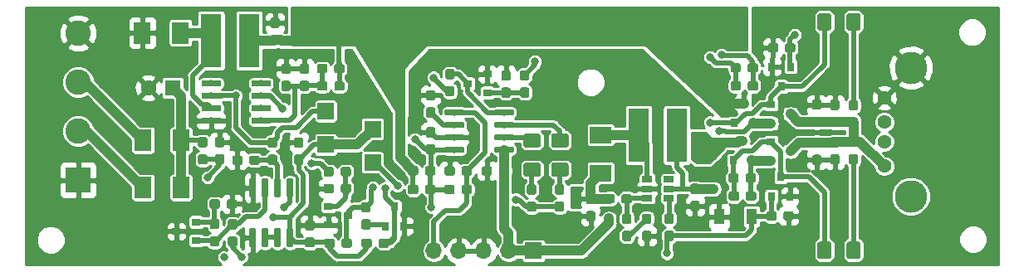
<source format=gbr>
G04 #@! TF.GenerationSoftware,KiCad,Pcbnew,(5.0.0)*
G04 #@! TF.CreationDate,2019-04-15T16:44:06+02:00*
G04 #@! TF.ProjectId,SolarPanelCharger,536F6C617250616E656C436861726765,rev?*
G04 #@! TF.SameCoordinates,Original*
G04 #@! TF.FileFunction,Copper,L1,Top,Signal*
G04 #@! TF.FilePolarity,Positive*
%FSLAX46Y46*%
G04 Gerber Fmt 4.6, Leading zero omitted, Abs format (unit mm)*
G04 Created by KiCad (PCBNEW (5.0.0)) date 04/15/19 16:44:06*
%MOMM*%
%LPD*%
G01*
G04 APERTURE LIST*
G04 #@! TA.AperFunction,Conductor*
%ADD10C,0.100000*%
G04 #@! TD*
G04 #@! TA.AperFunction,SMDPad,CuDef*
%ADD11C,0.650000*%
G04 #@! TD*
G04 #@! TA.AperFunction,SMDPad,CuDef*
%ADD12C,0.950000*%
G04 #@! TD*
G04 #@! TA.AperFunction,ComponentPad*
%ADD13R,1.600000X1.600000*%
G04 #@! TD*
G04 #@! TA.AperFunction,ComponentPad*
%ADD14C,1.600000*%
G04 #@! TD*
G04 #@! TA.AperFunction,SMDPad,CuDef*
%ADD15R,1.680000X1.700000*%
G04 #@! TD*
G04 #@! TA.AperFunction,SMDPad,CuDef*
%ADD16R,1.720000X2.180000*%
G04 #@! TD*
G04 #@! TA.AperFunction,SMDPad,CuDef*
%ADD17C,1.425000*%
G04 #@! TD*
G04 #@! TA.AperFunction,SMDPad,CuDef*
%ADD18R,2.180000X1.720000*%
G04 #@! TD*
G04 #@! TA.AperFunction,SMDPad,CuDef*
%ADD19R,1.100000X1.650000*%
G04 #@! TD*
G04 #@! TA.AperFunction,ComponentPad*
%ADD20R,2.600000X2.600000*%
G04 #@! TD*
G04 #@! TA.AperFunction,ComponentPad*
%ADD21C,2.600000*%
G04 #@! TD*
G04 #@! TA.AperFunction,ComponentPad*
%ADD22O,1.700000X1.700000*%
G04 #@! TD*
G04 #@! TA.AperFunction,ComponentPad*
%ADD23R,1.700000X1.700000*%
G04 #@! TD*
G04 #@! TA.AperFunction,ComponentPad*
%ADD24C,3.316000*%
G04 #@! TD*
G04 #@! TA.AperFunction,ComponentPad*
%ADD25C,1.428000*%
G04 #@! TD*
G04 #@! TA.AperFunction,SMDPad,CuDef*
%ADD26R,2.150000X5.500000*%
G04 #@! TD*
G04 #@! TA.AperFunction,SMDPad,CuDef*
%ADD27R,0.900000X0.800000*%
G04 #@! TD*
G04 #@! TA.AperFunction,SMDPad,CuDef*
%ADD28R,0.800000X0.900000*%
G04 #@! TD*
G04 #@! TA.AperFunction,SMDPad,CuDef*
%ADD29R,1.060000X0.650000*%
G04 #@! TD*
G04 #@! TA.AperFunction,ViaPad*
%ADD30C,0.800000*%
G04 #@! TD*
G04 #@! TA.AperFunction,Conductor*
%ADD31C,0.500000*%
G04 #@! TD*
G04 #@! TA.AperFunction,Conductor*
%ADD32C,1.000000*%
G04 #@! TD*
G04 #@! TA.AperFunction,Conductor*
%ADD33C,0.254000*%
G04 #@! TD*
G04 APERTURE END LIST*
D10*
G04 #@! TO.N,N/C*
G04 #@! TO.C,U3*
G36*
X40162628Y-27793582D02*
X40178402Y-27795922D01*
X40193871Y-27799797D01*
X40208886Y-27805170D01*
X40223302Y-27811988D01*
X40236980Y-27820186D01*
X40249789Y-27829686D01*
X40261605Y-27840395D01*
X40272314Y-27852211D01*
X40281814Y-27865020D01*
X40290012Y-27878698D01*
X40296830Y-27893114D01*
X40302203Y-27908129D01*
X40306078Y-27923598D01*
X40308418Y-27939372D01*
X40309200Y-27955300D01*
X40309200Y-28280300D01*
X40308418Y-28296228D01*
X40306078Y-28312002D01*
X40302203Y-28327471D01*
X40296830Y-28342486D01*
X40290012Y-28356902D01*
X40281814Y-28370580D01*
X40272314Y-28383389D01*
X40261605Y-28395205D01*
X40249789Y-28405914D01*
X40236980Y-28415414D01*
X40223302Y-28423612D01*
X40208886Y-28430430D01*
X40193871Y-28435803D01*
X40178402Y-28439678D01*
X40162628Y-28442018D01*
X40146700Y-28442800D01*
X38496700Y-28442800D01*
X38480772Y-28442018D01*
X38464998Y-28439678D01*
X38449529Y-28435803D01*
X38434514Y-28430430D01*
X38420098Y-28423612D01*
X38406420Y-28415414D01*
X38393611Y-28405914D01*
X38381795Y-28395205D01*
X38371086Y-28383389D01*
X38361586Y-28370580D01*
X38353388Y-28356902D01*
X38346570Y-28342486D01*
X38341197Y-28327471D01*
X38337322Y-28312002D01*
X38334982Y-28296228D01*
X38334200Y-28280300D01*
X38334200Y-27955300D01*
X38334982Y-27939372D01*
X38337322Y-27923598D01*
X38341197Y-27908129D01*
X38346570Y-27893114D01*
X38353388Y-27878698D01*
X38361586Y-27865020D01*
X38371086Y-27852211D01*
X38381795Y-27840395D01*
X38393611Y-27829686D01*
X38406420Y-27820186D01*
X38420098Y-27811988D01*
X38434514Y-27805170D01*
X38449529Y-27799797D01*
X38464998Y-27795922D01*
X38480772Y-27793582D01*
X38496700Y-27792800D01*
X40146700Y-27792800D01*
X40162628Y-27793582D01*
X40162628Y-27793582D01*
G37*
D11*
G04 #@! TD*
G04 #@! TO.P,U3,1*
G04 #@! TO.N,N/C*
X39321700Y-28117800D03*
D10*
G04 #@! TO.N,/Buck_5V0/BUCK_IN*
G04 #@! TO.C,U3*
G36*
X40162628Y-29063582D02*
X40178402Y-29065922D01*
X40193871Y-29069797D01*
X40208886Y-29075170D01*
X40223302Y-29081988D01*
X40236980Y-29090186D01*
X40249789Y-29099686D01*
X40261605Y-29110395D01*
X40272314Y-29122211D01*
X40281814Y-29135020D01*
X40290012Y-29148698D01*
X40296830Y-29163114D01*
X40302203Y-29178129D01*
X40306078Y-29193598D01*
X40308418Y-29209372D01*
X40309200Y-29225300D01*
X40309200Y-29550300D01*
X40308418Y-29566228D01*
X40306078Y-29582002D01*
X40302203Y-29597471D01*
X40296830Y-29612486D01*
X40290012Y-29626902D01*
X40281814Y-29640580D01*
X40272314Y-29653389D01*
X40261605Y-29665205D01*
X40249789Y-29675914D01*
X40236980Y-29685414D01*
X40223302Y-29693612D01*
X40208886Y-29700430D01*
X40193871Y-29705803D01*
X40178402Y-29709678D01*
X40162628Y-29712018D01*
X40146700Y-29712800D01*
X38496700Y-29712800D01*
X38480772Y-29712018D01*
X38464998Y-29709678D01*
X38449529Y-29705803D01*
X38434514Y-29700430D01*
X38420098Y-29693612D01*
X38406420Y-29685414D01*
X38393611Y-29675914D01*
X38381795Y-29665205D01*
X38371086Y-29653389D01*
X38361586Y-29640580D01*
X38353388Y-29626902D01*
X38346570Y-29612486D01*
X38341197Y-29597471D01*
X38337322Y-29582002D01*
X38334982Y-29566228D01*
X38334200Y-29550300D01*
X38334200Y-29225300D01*
X38334982Y-29209372D01*
X38337322Y-29193598D01*
X38341197Y-29178129D01*
X38346570Y-29163114D01*
X38353388Y-29148698D01*
X38361586Y-29135020D01*
X38371086Y-29122211D01*
X38381795Y-29110395D01*
X38393611Y-29099686D01*
X38406420Y-29090186D01*
X38420098Y-29081988D01*
X38434514Y-29075170D01*
X38449529Y-29069797D01*
X38464998Y-29065922D01*
X38480772Y-29063582D01*
X38496700Y-29062800D01*
X40146700Y-29062800D01*
X40162628Y-29063582D01*
X40162628Y-29063582D01*
G37*
D11*
G04 #@! TD*
G04 #@! TO.P,U3,2*
G04 #@! TO.N,/Buck_5V0/BUCK_IN*
X39321700Y-29387800D03*
D10*
G04 #@! TO.N,Net-(D5-Pad1)*
G04 #@! TO.C,U3*
G36*
X40162628Y-30333582D02*
X40178402Y-30335922D01*
X40193871Y-30339797D01*
X40208886Y-30345170D01*
X40223302Y-30351988D01*
X40236980Y-30360186D01*
X40249789Y-30369686D01*
X40261605Y-30380395D01*
X40272314Y-30392211D01*
X40281814Y-30405020D01*
X40290012Y-30418698D01*
X40296830Y-30433114D01*
X40302203Y-30448129D01*
X40306078Y-30463598D01*
X40308418Y-30479372D01*
X40309200Y-30495300D01*
X40309200Y-30820300D01*
X40308418Y-30836228D01*
X40306078Y-30852002D01*
X40302203Y-30867471D01*
X40296830Y-30882486D01*
X40290012Y-30896902D01*
X40281814Y-30910580D01*
X40272314Y-30923389D01*
X40261605Y-30935205D01*
X40249789Y-30945914D01*
X40236980Y-30955414D01*
X40223302Y-30963612D01*
X40208886Y-30970430D01*
X40193871Y-30975803D01*
X40178402Y-30979678D01*
X40162628Y-30982018D01*
X40146700Y-30982800D01*
X38496700Y-30982800D01*
X38480772Y-30982018D01*
X38464998Y-30979678D01*
X38449529Y-30975803D01*
X38434514Y-30970430D01*
X38420098Y-30963612D01*
X38406420Y-30955414D01*
X38393611Y-30945914D01*
X38381795Y-30935205D01*
X38371086Y-30923389D01*
X38361586Y-30910580D01*
X38353388Y-30896902D01*
X38346570Y-30882486D01*
X38341197Y-30867471D01*
X38337322Y-30852002D01*
X38334982Y-30836228D01*
X38334200Y-30820300D01*
X38334200Y-30495300D01*
X38334982Y-30479372D01*
X38337322Y-30463598D01*
X38341197Y-30448129D01*
X38346570Y-30433114D01*
X38353388Y-30418698D01*
X38361586Y-30405020D01*
X38371086Y-30392211D01*
X38381795Y-30380395D01*
X38393611Y-30369686D01*
X38406420Y-30360186D01*
X38420098Y-30351988D01*
X38434514Y-30345170D01*
X38449529Y-30339797D01*
X38464998Y-30335922D01*
X38480772Y-30333582D01*
X38496700Y-30332800D01*
X40146700Y-30332800D01*
X40162628Y-30333582D01*
X40162628Y-30333582D01*
G37*
D11*
G04 #@! TD*
G04 #@! TO.P,U3,3*
G04 #@! TO.N,Net-(D5-Pad1)*
X39321700Y-30657800D03*
D10*
G04 #@! TO.N,GND*
G04 #@! TO.C,U3*
G36*
X40162628Y-31603582D02*
X40178402Y-31605922D01*
X40193871Y-31609797D01*
X40208886Y-31615170D01*
X40223302Y-31621988D01*
X40236980Y-31630186D01*
X40249789Y-31639686D01*
X40261605Y-31650395D01*
X40272314Y-31662211D01*
X40281814Y-31675020D01*
X40290012Y-31688698D01*
X40296830Y-31703114D01*
X40302203Y-31718129D01*
X40306078Y-31733598D01*
X40308418Y-31749372D01*
X40309200Y-31765300D01*
X40309200Y-32090300D01*
X40308418Y-32106228D01*
X40306078Y-32122002D01*
X40302203Y-32137471D01*
X40296830Y-32152486D01*
X40290012Y-32166902D01*
X40281814Y-32180580D01*
X40272314Y-32193389D01*
X40261605Y-32205205D01*
X40249789Y-32215914D01*
X40236980Y-32225414D01*
X40223302Y-32233612D01*
X40208886Y-32240430D01*
X40193871Y-32245803D01*
X40178402Y-32249678D01*
X40162628Y-32252018D01*
X40146700Y-32252800D01*
X38496700Y-32252800D01*
X38480772Y-32252018D01*
X38464998Y-32249678D01*
X38449529Y-32245803D01*
X38434514Y-32240430D01*
X38420098Y-32233612D01*
X38406420Y-32225414D01*
X38393611Y-32215914D01*
X38381795Y-32205205D01*
X38371086Y-32193389D01*
X38361586Y-32180580D01*
X38353388Y-32166902D01*
X38346570Y-32152486D01*
X38341197Y-32137471D01*
X38337322Y-32122002D01*
X38334982Y-32106228D01*
X38334200Y-32090300D01*
X38334200Y-31765300D01*
X38334982Y-31749372D01*
X38337322Y-31733598D01*
X38341197Y-31718129D01*
X38346570Y-31703114D01*
X38353388Y-31688698D01*
X38361586Y-31675020D01*
X38371086Y-31662211D01*
X38381795Y-31650395D01*
X38393611Y-31639686D01*
X38406420Y-31630186D01*
X38420098Y-31621988D01*
X38434514Y-31615170D01*
X38449529Y-31609797D01*
X38464998Y-31605922D01*
X38480772Y-31603582D01*
X38496700Y-31602800D01*
X40146700Y-31602800D01*
X40162628Y-31603582D01*
X40162628Y-31603582D01*
G37*
D11*
G04 #@! TD*
G04 #@! TO.P,U3,4*
G04 #@! TO.N,GND*
X39321700Y-31927800D03*
D10*
G04 #@! TO.N,Net-(C5-Pad1)*
G04 #@! TO.C,U3*
G36*
X45237628Y-31603582D02*
X45253402Y-31605922D01*
X45268871Y-31609797D01*
X45283886Y-31615170D01*
X45298302Y-31621988D01*
X45311980Y-31630186D01*
X45324789Y-31639686D01*
X45336605Y-31650395D01*
X45347314Y-31662211D01*
X45356814Y-31675020D01*
X45365012Y-31688698D01*
X45371830Y-31703114D01*
X45377203Y-31718129D01*
X45381078Y-31733598D01*
X45383418Y-31749372D01*
X45384200Y-31765300D01*
X45384200Y-32090300D01*
X45383418Y-32106228D01*
X45381078Y-32122002D01*
X45377203Y-32137471D01*
X45371830Y-32152486D01*
X45365012Y-32166902D01*
X45356814Y-32180580D01*
X45347314Y-32193389D01*
X45336605Y-32205205D01*
X45324789Y-32215914D01*
X45311980Y-32225414D01*
X45298302Y-32233612D01*
X45283886Y-32240430D01*
X45268871Y-32245803D01*
X45253402Y-32249678D01*
X45237628Y-32252018D01*
X45221700Y-32252800D01*
X43571700Y-32252800D01*
X43555772Y-32252018D01*
X43539998Y-32249678D01*
X43524529Y-32245803D01*
X43509514Y-32240430D01*
X43495098Y-32233612D01*
X43481420Y-32225414D01*
X43468611Y-32215914D01*
X43456795Y-32205205D01*
X43446086Y-32193389D01*
X43436586Y-32180580D01*
X43428388Y-32166902D01*
X43421570Y-32152486D01*
X43416197Y-32137471D01*
X43412322Y-32122002D01*
X43409982Y-32106228D01*
X43409200Y-32090300D01*
X43409200Y-31765300D01*
X43409982Y-31749372D01*
X43412322Y-31733598D01*
X43416197Y-31718129D01*
X43421570Y-31703114D01*
X43428388Y-31688698D01*
X43436586Y-31675020D01*
X43446086Y-31662211D01*
X43456795Y-31650395D01*
X43468611Y-31639686D01*
X43481420Y-31630186D01*
X43495098Y-31621988D01*
X43509514Y-31615170D01*
X43524529Y-31609797D01*
X43539998Y-31605922D01*
X43555772Y-31603582D01*
X43571700Y-31602800D01*
X45221700Y-31602800D01*
X45237628Y-31603582D01*
X45237628Y-31603582D01*
G37*
D11*
G04 #@! TD*
G04 #@! TO.P,U3,5*
G04 #@! TO.N,Net-(C5-Pad1)*
X44396700Y-31927800D03*
D10*
G04 #@! TO.N,N/C*
G04 #@! TO.C,U3*
G36*
X45237628Y-30333582D02*
X45253402Y-30335922D01*
X45268871Y-30339797D01*
X45283886Y-30345170D01*
X45298302Y-30351988D01*
X45311980Y-30360186D01*
X45324789Y-30369686D01*
X45336605Y-30380395D01*
X45347314Y-30392211D01*
X45356814Y-30405020D01*
X45365012Y-30418698D01*
X45371830Y-30433114D01*
X45377203Y-30448129D01*
X45381078Y-30463598D01*
X45383418Y-30479372D01*
X45384200Y-30495300D01*
X45384200Y-30820300D01*
X45383418Y-30836228D01*
X45381078Y-30852002D01*
X45377203Y-30867471D01*
X45371830Y-30882486D01*
X45365012Y-30896902D01*
X45356814Y-30910580D01*
X45347314Y-30923389D01*
X45336605Y-30935205D01*
X45324789Y-30945914D01*
X45311980Y-30955414D01*
X45298302Y-30963612D01*
X45283886Y-30970430D01*
X45268871Y-30975803D01*
X45253402Y-30979678D01*
X45237628Y-30982018D01*
X45221700Y-30982800D01*
X43571700Y-30982800D01*
X43555772Y-30982018D01*
X43539998Y-30979678D01*
X43524529Y-30975803D01*
X43509514Y-30970430D01*
X43495098Y-30963612D01*
X43481420Y-30955414D01*
X43468611Y-30945914D01*
X43456795Y-30935205D01*
X43446086Y-30923389D01*
X43436586Y-30910580D01*
X43428388Y-30896902D01*
X43421570Y-30882486D01*
X43416197Y-30867471D01*
X43412322Y-30852002D01*
X43409982Y-30836228D01*
X43409200Y-30820300D01*
X43409200Y-30495300D01*
X43409982Y-30479372D01*
X43412322Y-30463598D01*
X43416197Y-30448129D01*
X43421570Y-30433114D01*
X43428388Y-30418698D01*
X43436586Y-30405020D01*
X43446086Y-30392211D01*
X43456795Y-30380395D01*
X43468611Y-30369686D01*
X43481420Y-30360186D01*
X43495098Y-30351988D01*
X43509514Y-30345170D01*
X43524529Y-30339797D01*
X43539998Y-30335922D01*
X43555772Y-30333582D01*
X43571700Y-30332800D01*
X45221700Y-30332800D01*
X45237628Y-30333582D01*
X45237628Y-30333582D01*
G37*
D11*
G04 #@! TD*
G04 #@! TO.P,U3,6*
G04 #@! TO.N,N/C*
X44396700Y-30657800D03*
D10*
G04 #@! TO.N,/Buck_5V0/EN*
G04 #@! TO.C,U3*
G36*
X45237628Y-29063582D02*
X45253402Y-29065922D01*
X45268871Y-29069797D01*
X45283886Y-29075170D01*
X45298302Y-29081988D01*
X45311980Y-29090186D01*
X45324789Y-29099686D01*
X45336605Y-29110395D01*
X45347314Y-29122211D01*
X45356814Y-29135020D01*
X45365012Y-29148698D01*
X45371830Y-29163114D01*
X45377203Y-29178129D01*
X45381078Y-29193598D01*
X45383418Y-29209372D01*
X45384200Y-29225300D01*
X45384200Y-29550300D01*
X45383418Y-29566228D01*
X45381078Y-29582002D01*
X45377203Y-29597471D01*
X45371830Y-29612486D01*
X45365012Y-29626902D01*
X45356814Y-29640580D01*
X45347314Y-29653389D01*
X45336605Y-29665205D01*
X45324789Y-29675914D01*
X45311980Y-29685414D01*
X45298302Y-29693612D01*
X45283886Y-29700430D01*
X45268871Y-29705803D01*
X45253402Y-29709678D01*
X45237628Y-29712018D01*
X45221700Y-29712800D01*
X43571700Y-29712800D01*
X43555772Y-29712018D01*
X43539998Y-29709678D01*
X43524529Y-29705803D01*
X43509514Y-29700430D01*
X43495098Y-29693612D01*
X43481420Y-29685414D01*
X43468611Y-29675914D01*
X43456795Y-29665205D01*
X43446086Y-29653389D01*
X43436586Y-29640580D01*
X43428388Y-29626902D01*
X43421570Y-29612486D01*
X43416197Y-29597471D01*
X43412322Y-29582002D01*
X43409982Y-29566228D01*
X43409200Y-29550300D01*
X43409200Y-29225300D01*
X43409982Y-29209372D01*
X43412322Y-29193598D01*
X43416197Y-29178129D01*
X43421570Y-29163114D01*
X43428388Y-29148698D01*
X43436586Y-29135020D01*
X43446086Y-29122211D01*
X43456795Y-29110395D01*
X43468611Y-29099686D01*
X43481420Y-29090186D01*
X43495098Y-29081988D01*
X43509514Y-29075170D01*
X43524529Y-29069797D01*
X43539998Y-29065922D01*
X43555772Y-29063582D01*
X43571700Y-29062800D01*
X45221700Y-29062800D01*
X45237628Y-29063582D01*
X45237628Y-29063582D01*
G37*
D11*
G04 #@! TD*
G04 #@! TO.P,U3,7*
G04 #@! TO.N,/Buck_5V0/EN*
X44396700Y-29387800D03*
D10*
G04 #@! TO.N,N/C*
G04 #@! TO.C,U3*
G36*
X45237628Y-27793582D02*
X45253402Y-27795922D01*
X45268871Y-27799797D01*
X45283886Y-27805170D01*
X45298302Y-27811988D01*
X45311980Y-27820186D01*
X45324789Y-27829686D01*
X45336605Y-27840395D01*
X45347314Y-27852211D01*
X45356814Y-27865020D01*
X45365012Y-27878698D01*
X45371830Y-27893114D01*
X45377203Y-27908129D01*
X45381078Y-27923598D01*
X45383418Y-27939372D01*
X45384200Y-27955300D01*
X45384200Y-28280300D01*
X45383418Y-28296228D01*
X45381078Y-28312002D01*
X45377203Y-28327471D01*
X45371830Y-28342486D01*
X45365012Y-28356902D01*
X45356814Y-28370580D01*
X45347314Y-28383389D01*
X45336605Y-28395205D01*
X45324789Y-28405914D01*
X45311980Y-28415414D01*
X45298302Y-28423612D01*
X45283886Y-28430430D01*
X45268871Y-28435803D01*
X45253402Y-28439678D01*
X45237628Y-28442018D01*
X45221700Y-28442800D01*
X43571700Y-28442800D01*
X43555772Y-28442018D01*
X43539998Y-28439678D01*
X43524529Y-28435803D01*
X43509514Y-28430430D01*
X43495098Y-28423612D01*
X43481420Y-28415414D01*
X43468611Y-28405914D01*
X43456795Y-28395205D01*
X43446086Y-28383389D01*
X43436586Y-28370580D01*
X43428388Y-28356902D01*
X43421570Y-28342486D01*
X43416197Y-28327471D01*
X43412322Y-28312002D01*
X43409982Y-28296228D01*
X43409200Y-28280300D01*
X43409200Y-27955300D01*
X43409982Y-27939372D01*
X43412322Y-27923598D01*
X43416197Y-27908129D01*
X43421570Y-27893114D01*
X43428388Y-27878698D01*
X43436586Y-27865020D01*
X43446086Y-27852211D01*
X43456795Y-27840395D01*
X43468611Y-27829686D01*
X43481420Y-27820186D01*
X43495098Y-27811988D01*
X43509514Y-27805170D01*
X43524529Y-27799797D01*
X43539998Y-27795922D01*
X43555772Y-27793582D01*
X43571700Y-27792800D01*
X45221700Y-27792800D01*
X45237628Y-27793582D01*
X45237628Y-27793582D01*
G37*
D11*
G04 #@! TD*
G04 #@! TO.P,U3,8*
G04 #@! TO.N,N/C*
X44396700Y-28117800D03*
D10*
G04 #@! TO.N,Net-(C5-Pad1)*
G04 #@! TO.C,C5*
G36*
X50946979Y-26145344D02*
X50970034Y-26148763D01*
X50992643Y-26154427D01*
X51014587Y-26162279D01*
X51035657Y-26172244D01*
X51055648Y-26184226D01*
X51074368Y-26198110D01*
X51091638Y-26213762D01*
X51107290Y-26231032D01*
X51121174Y-26249752D01*
X51133156Y-26269743D01*
X51143121Y-26290813D01*
X51150973Y-26312757D01*
X51156637Y-26335366D01*
X51160056Y-26358421D01*
X51161200Y-26381700D01*
X51161200Y-26856700D01*
X51160056Y-26879979D01*
X51156637Y-26903034D01*
X51150973Y-26925643D01*
X51143121Y-26947587D01*
X51133156Y-26968657D01*
X51121174Y-26988648D01*
X51107290Y-27007368D01*
X51091638Y-27024638D01*
X51074368Y-27040290D01*
X51055648Y-27054174D01*
X51035657Y-27066156D01*
X51014587Y-27076121D01*
X50992643Y-27083973D01*
X50970034Y-27089637D01*
X50946979Y-27093056D01*
X50923700Y-27094200D01*
X50348700Y-27094200D01*
X50325421Y-27093056D01*
X50302366Y-27089637D01*
X50279757Y-27083973D01*
X50257813Y-27076121D01*
X50236743Y-27066156D01*
X50216752Y-27054174D01*
X50198032Y-27040290D01*
X50180762Y-27024638D01*
X50165110Y-27007368D01*
X50151226Y-26988648D01*
X50139244Y-26968657D01*
X50129279Y-26947587D01*
X50121427Y-26925643D01*
X50115763Y-26903034D01*
X50112344Y-26879979D01*
X50111200Y-26856700D01*
X50111200Y-26381700D01*
X50112344Y-26358421D01*
X50115763Y-26335366D01*
X50121427Y-26312757D01*
X50129279Y-26290813D01*
X50139244Y-26269743D01*
X50151226Y-26249752D01*
X50165110Y-26231032D01*
X50180762Y-26213762D01*
X50198032Y-26198110D01*
X50216752Y-26184226D01*
X50236743Y-26172244D01*
X50257813Y-26162279D01*
X50279757Y-26154427D01*
X50302366Y-26148763D01*
X50325421Y-26145344D01*
X50348700Y-26144200D01*
X50923700Y-26144200D01*
X50946979Y-26145344D01*
X50946979Y-26145344D01*
G37*
D12*
G04 #@! TD*
G04 #@! TO.P,C5,1*
G04 #@! TO.N,Net-(C5-Pad1)*
X50636200Y-26619200D03*
D10*
G04 #@! TO.N,/Buck_5V0/BUCK_5V0*
G04 #@! TO.C,C5*
G36*
X52696979Y-26145344D02*
X52720034Y-26148763D01*
X52742643Y-26154427D01*
X52764587Y-26162279D01*
X52785657Y-26172244D01*
X52805648Y-26184226D01*
X52824368Y-26198110D01*
X52841638Y-26213762D01*
X52857290Y-26231032D01*
X52871174Y-26249752D01*
X52883156Y-26269743D01*
X52893121Y-26290813D01*
X52900973Y-26312757D01*
X52906637Y-26335366D01*
X52910056Y-26358421D01*
X52911200Y-26381700D01*
X52911200Y-26856700D01*
X52910056Y-26879979D01*
X52906637Y-26903034D01*
X52900973Y-26925643D01*
X52893121Y-26947587D01*
X52883156Y-26968657D01*
X52871174Y-26988648D01*
X52857290Y-27007368D01*
X52841638Y-27024638D01*
X52824368Y-27040290D01*
X52805648Y-27054174D01*
X52785657Y-27066156D01*
X52764587Y-27076121D01*
X52742643Y-27083973D01*
X52720034Y-27089637D01*
X52696979Y-27093056D01*
X52673700Y-27094200D01*
X52098700Y-27094200D01*
X52075421Y-27093056D01*
X52052366Y-27089637D01*
X52029757Y-27083973D01*
X52007813Y-27076121D01*
X51986743Y-27066156D01*
X51966752Y-27054174D01*
X51948032Y-27040290D01*
X51930762Y-27024638D01*
X51915110Y-27007368D01*
X51901226Y-26988648D01*
X51889244Y-26968657D01*
X51879279Y-26947587D01*
X51871427Y-26925643D01*
X51865763Y-26903034D01*
X51862344Y-26879979D01*
X51861200Y-26856700D01*
X51861200Y-26381700D01*
X51862344Y-26358421D01*
X51865763Y-26335366D01*
X51871427Y-26312757D01*
X51879279Y-26290813D01*
X51889244Y-26269743D01*
X51901226Y-26249752D01*
X51915110Y-26231032D01*
X51930762Y-26213762D01*
X51948032Y-26198110D01*
X51966752Y-26184226D01*
X51986743Y-26172244D01*
X52007813Y-26162279D01*
X52029757Y-26154427D01*
X52052366Y-26148763D01*
X52075421Y-26145344D01*
X52098700Y-26144200D01*
X52673700Y-26144200D01*
X52696979Y-26145344D01*
X52696979Y-26145344D01*
G37*
D12*
G04 #@! TD*
G04 #@! TO.P,C5,2*
G04 #@! TO.N,/Buck_5V0/BUCK_5V0*
X52386200Y-26619200D03*
D10*
G04 #@! TO.N,GND*
G04 #@! TO.C,R12*
G36*
X47199979Y-26109344D02*
X47223034Y-26112763D01*
X47245643Y-26118427D01*
X47267587Y-26126279D01*
X47288657Y-26136244D01*
X47308648Y-26148226D01*
X47327368Y-26162110D01*
X47344638Y-26177762D01*
X47360290Y-26195032D01*
X47374174Y-26213752D01*
X47386156Y-26233743D01*
X47396121Y-26254813D01*
X47403973Y-26276757D01*
X47409637Y-26299366D01*
X47413056Y-26322421D01*
X47414200Y-26345700D01*
X47414200Y-26920700D01*
X47413056Y-26943979D01*
X47409637Y-26967034D01*
X47403973Y-26989643D01*
X47396121Y-27011587D01*
X47386156Y-27032657D01*
X47374174Y-27052648D01*
X47360290Y-27071368D01*
X47344638Y-27088638D01*
X47327368Y-27104290D01*
X47308648Y-27118174D01*
X47288657Y-27130156D01*
X47267587Y-27140121D01*
X47245643Y-27147973D01*
X47223034Y-27153637D01*
X47199979Y-27157056D01*
X47176700Y-27158200D01*
X46701700Y-27158200D01*
X46678421Y-27157056D01*
X46655366Y-27153637D01*
X46632757Y-27147973D01*
X46610813Y-27140121D01*
X46589743Y-27130156D01*
X46569752Y-27118174D01*
X46551032Y-27104290D01*
X46533762Y-27088638D01*
X46518110Y-27071368D01*
X46504226Y-27052648D01*
X46492244Y-27032657D01*
X46482279Y-27011587D01*
X46474427Y-26989643D01*
X46468763Y-26967034D01*
X46465344Y-26943979D01*
X46464200Y-26920700D01*
X46464200Y-26345700D01*
X46465344Y-26322421D01*
X46468763Y-26299366D01*
X46474427Y-26276757D01*
X46482279Y-26254813D01*
X46492244Y-26233743D01*
X46504226Y-26213752D01*
X46518110Y-26195032D01*
X46533762Y-26177762D01*
X46551032Y-26162110D01*
X46569752Y-26148226D01*
X46589743Y-26136244D01*
X46610813Y-26126279D01*
X46632757Y-26118427D01*
X46655366Y-26112763D01*
X46678421Y-26109344D01*
X46701700Y-26108200D01*
X47176700Y-26108200D01*
X47199979Y-26109344D01*
X47199979Y-26109344D01*
G37*
D12*
G04 #@! TD*
G04 #@! TO.P,R12,2*
G04 #@! TO.N,GND*
X46939200Y-26633200D03*
D10*
G04 #@! TO.N,Net-(C5-Pad1)*
G04 #@! TO.C,R12*
G36*
X47199979Y-27859344D02*
X47223034Y-27862763D01*
X47245643Y-27868427D01*
X47267587Y-27876279D01*
X47288657Y-27886244D01*
X47308648Y-27898226D01*
X47327368Y-27912110D01*
X47344638Y-27927762D01*
X47360290Y-27945032D01*
X47374174Y-27963752D01*
X47386156Y-27983743D01*
X47396121Y-28004813D01*
X47403973Y-28026757D01*
X47409637Y-28049366D01*
X47413056Y-28072421D01*
X47414200Y-28095700D01*
X47414200Y-28670700D01*
X47413056Y-28693979D01*
X47409637Y-28717034D01*
X47403973Y-28739643D01*
X47396121Y-28761587D01*
X47386156Y-28782657D01*
X47374174Y-28802648D01*
X47360290Y-28821368D01*
X47344638Y-28838638D01*
X47327368Y-28854290D01*
X47308648Y-28868174D01*
X47288657Y-28880156D01*
X47267587Y-28890121D01*
X47245643Y-28897973D01*
X47223034Y-28903637D01*
X47199979Y-28907056D01*
X47176700Y-28908200D01*
X46701700Y-28908200D01*
X46678421Y-28907056D01*
X46655366Y-28903637D01*
X46632757Y-28897973D01*
X46610813Y-28890121D01*
X46589743Y-28880156D01*
X46569752Y-28868174D01*
X46551032Y-28854290D01*
X46533762Y-28838638D01*
X46518110Y-28821368D01*
X46504226Y-28802648D01*
X46492244Y-28782657D01*
X46482279Y-28761587D01*
X46474427Y-28739643D01*
X46468763Y-28717034D01*
X46465344Y-28693979D01*
X46464200Y-28670700D01*
X46464200Y-28095700D01*
X46465344Y-28072421D01*
X46468763Y-28049366D01*
X46474427Y-28026757D01*
X46482279Y-28004813D01*
X46492244Y-27983743D01*
X46504226Y-27963752D01*
X46518110Y-27945032D01*
X46533762Y-27927762D01*
X46551032Y-27912110D01*
X46569752Y-27898226D01*
X46589743Y-27886244D01*
X46610813Y-27876279D01*
X46632757Y-27868427D01*
X46655366Y-27862763D01*
X46678421Y-27859344D01*
X46701700Y-27858200D01*
X47176700Y-27858200D01*
X47199979Y-27859344D01*
X47199979Y-27859344D01*
G37*
D12*
G04 #@! TD*
G04 #@! TO.P,R12,1*
G04 #@! TO.N,Net-(C5-Pad1)*
X46939200Y-28383200D03*
D10*
G04 #@! TO.N,/Buck_5V0/EN*
G04 #@! TO.C,R15*
G36*
X40443579Y-35352344D02*
X40466634Y-35355763D01*
X40489243Y-35361427D01*
X40511187Y-35369279D01*
X40532257Y-35379244D01*
X40552248Y-35391226D01*
X40570968Y-35405110D01*
X40588238Y-35420762D01*
X40603890Y-35438032D01*
X40617774Y-35456752D01*
X40629756Y-35476743D01*
X40639721Y-35497813D01*
X40647573Y-35519757D01*
X40653237Y-35542366D01*
X40656656Y-35565421D01*
X40657800Y-35588700D01*
X40657800Y-36163700D01*
X40656656Y-36186979D01*
X40653237Y-36210034D01*
X40647573Y-36232643D01*
X40639721Y-36254587D01*
X40629756Y-36275657D01*
X40617774Y-36295648D01*
X40603890Y-36314368D01*
X40588238Y-36331638D01*
X40570968Y-36347290D01*
X40552248Y-36361174D01*
X40532257Y-36373156D01*
X40511187Y-36383121D01*
X40489243Y-36390973D01*
X40466634Y-36396637D01*
X40443579Y-36400056D01*
X40420300Y-36401200D01*
X39945300Y-36401200D01*
X39922021Y-36400056D01*
X39898966Y-36396637D01*
X39876357Y-36390973D01*
X39854413Y-36383121D01*
X39833343Y-36373156D01*
X39813352Y-36361174D01*
X39794632Y-36347290D01*
X39777362Y-36331638D01*
X39761710Y-36314368D01*
X39747826Y-36295648D01*
X39735844Y-36275657D01*
X39725879Y-36254587D01*
X39718027Y-36232643D01*
X39712363Y-36210034D01*
X39708944Y-36186979D01*
X39707800Y-36163700D01*
X39707800Y-35588700D01*
X39708944Y-35565421D01*
X39712363Y-35542366D01*
X39718027Y-35519757D01*
X39725879Y-35497813D01*
X39735844Y-35476743D01*
X39747826Y-35456752D01*
X39761710Y-35438032D01*
X39777362Y-35420762D01*
X39794632Y-35405110D01*
X39813352Y-35391226D01*
X39833343Y-35379244D01*
X39854413Y-35369279D01*
X39876357Y-35361427D01*
X39898966Y-35355763D01*
X39922021Y-35352344D01*
X39945300Y-35351200D01*
X40420300Y-35351200D01*
X40443579Y-35352344D01*
X40443579Y-35352344D01*
G37*
D12*
G04 #@! TD*
G04 #@! TO.P,R15,1*
G04 #@! TO.N,/Buck_5V0/EN*
X40182800Y-35876200D03*
D10*
G04 #@! TO.N,GND*
G04 #@! TO.C,R15*
G36*
X40443579Y-33602344D02*
X40466634Y-33605763D01*
X40489243Y-33611427D01*
X40511187Y-33619279D01*
X40532257Y-33629244D01*
X40552248Y-33641226D01*
X40570968Y-33655110D01*
X40588238Y-33670762D01*
X40603890Y-33688032D01*
X40617774Y-33706752D01*
X40629756Y-33726743D01*
X40639721Y-33747813D01*
X40647573Y-33769757D01*
X40653237Y-33792366D01*
X40656656Y-33815421D01*
X40657800Y-33838700D01*
X40657800Y-34413700D01*
X40656656Y-34436979D01*
X40653237Y-34460034D01*
X40647573Y-34482643D01*
X40639721Y-34504587D01*
X40629756Y-34525657D01*
X40617774Y-34545648D01*
X40603890Y-34564368D01*
X40588238Y-34581638D01*
X40570968Y-34597290D01*
X40552248Y-34611174D01*
X40532257Y-34623156D01*
X40511187Y-34633121D01*
X40489243Y-34640973D01*
X40466634Y-34646637D01*
X40443579Y-34650056D01*
X40420300Y-34651200D01*
X39945300Y-34651200D01*
X39922021Y-34650056D01*
X39898966Y-34646637D01*
X39876357Y-34640973D01*
X39854413Y-34633121D01*
X39833343Y-34623156D01*
X39813352Y-34611174D01*
X39794632Y-34597290D01*
X39777362Y-34581638D01*
X39761710Y-34564368D01*
X39747826Y-34545648D01*
X39735844Y-34525657D01*
X39725879Y-34504587D01*
X39718027Y-34482643D01*
X39712363Y-34460034D01*
X39708944Y-34436979D01*
X39707800Y-34413700D01*
X39707800Y-33838700D01*
X39708944Y-33815421D01*
X39712363Y-33792366D01*
X39718027Y-33769757D01*
X39725879Y-33747813D01*
X39735844Y-33726743D01*
X39747826Y-33706752D01*
X39761710Y-33688032D01*
X39777362Y-33670762D01*
X39794632Y-33655110D01*
X39813352Y-33641226D01*
X39833343Y-33629244D01*
X39854413Y-33619279D01*
X39876357Y-33611427D01*
X39898966Y-33605763D01*
X39922021Y-33602344D01*
X39945300Y-33601200D01*
X40420300Y-33601200D01*
X40443579Y-33602344D01*
X40443579Y-33602344D01*
G37*
D12*
G04 #@! TD*
G04 #@! TO.P,R15,2*
G04 #@! TO.N,GND*
X40182800Y-34126200D03*
D10*
G04 #@! TO.N,GND*
G04 #@! TO.C,R11*
G36*
X49079579Y-26095344D02*
X49102634Y-26098763D01*
X49125243Y-26104427D01*
X49147187Y-26112279D01*
X49168257Y-26122244D01*
X49188248Y-26134226D01*
X49206968Y-26148110D01*
X49224238Y-26163762D01*
X49239890Y-26181032D01*
X49253774Y-26199752D01*
X49265756Y-26219743D01*
X49275721Y-26240813D01*
X49283573Y-26262757D01*
X49289237Y-26285366D01*
X49292656Y-26308421D01*
X49293800Y-26331700D01*
X49293800Y-26906700D01*
X49292656Y-26929979D01*
X49289237Y-26953034D01*
X49283573Y-26975643D01*
X49275721Y-26997587D01*
X49265756Y-27018657D01*
X49253774Y-27038648D01*
X49239890Y-27057368D01*
X49224238Y-27074638D01*
X49206968Y-27090290D01*
X49188248Y-27104174D01*
X49168257Y-27116156D01*
X49147187Y-27126121D01*
X49125243Y-27133973D01*
X49102634Y-27139637D01*
X49079579Y-27143056D01*
X49056300Y-27144200D01*
X48581300Y-27144200D01*
X48558021Y-27143056D01*
X48534966Y-27139637D01*
X48512357Y-27133973D01*
X48490413Y-27126121D01*
X48469343Y-27116156D01*
X48449352Y-27104174D01*
X48430632Y-27090290D01*
X48413362Y-27074638D01*
X48397710Y-27057368D01*
X48383826Y-27038648D01*
X48371844Y-27018657D01*
X48361879Y-26997587D01*
X48354027Y-26975643D01*
X48348363Y-26953034D01*
X48344944Y-26929979D01*
X48343800Y-26906700D01*
X48343800Y-26331700D01*
X48344944Y-26308421D01*
X48348363Y-26285366D01*
X48354027Y-26262757D01*
X48361879Y-26240813D01*
X48371844Y-26219743D01*
X48383826Y-26199752D01*
X48397710Y-26181032D01*
X48413362Y-26163762D01*
X48430632Y-26148110D01*
X48449352Y-26134226D01*
X48469343Y-26122244D01*
X48490413Y-26112279D01*
X48512357Y-26104427D01*
X48534966Y-26098763D01*
X48558021Y-26095344D01*
X48581300Y-26094200D01*
X49056300Y-26094200D01*
X49079579Y-26095344D01*
X49079579Y-26095344D01*
G37*
D12*
G04 #@! TD*
G04 #@! TO.P,R11,2*
G04 #@! TO.N,GND*
X48818800Y-26619200D03*
D10*
G04 #@! TO.N,Net-(C5-Pad1)*
G04 #@! TO.C,R11*
G36*
X49079579Y-27845344D02*
X49102634Y-27848763D01*
X49125243Y-27854427D01*
X49147187Y-27862279D01*
X49168257Y-27872244D01*
X49188248Y-27884226D01*
X49206968Y-27898110D01*
X49224238Y-27913762D01*
X49239890Y-27931032D01*
X49253774Y-27949752D01*
X49265756Y-27969743D01*
X49275721Y-27990813D01*
X49283573Y-28012757D01*
X49289237Y-28035366D01*
X49292656Y-28058421D01*
X49293800Y-28081700D01*
X49293800Y-28656700D01*
X49292656Y-28679979D01*
X49289237Y-28703034D01*
X49283573Y-28725643D01*
X49275721Y-28747587D01*
X49265756Y-28768657D01*
X49253774Y-28788648D01*
X49239890Y-28807368D01*
X49224238Y-28824638D01*
X49206968Y-28840290D01*
X49188248Y-28854174D01*
X49168257Y-28866156D01*
X49147187Y-28876121D01*
X49125243Y-28883973D01*
X49102634Y-28889637D01*
X49079579Y-28893056D01*
X49056300Y-28894200D01*
X48581300Y-28894200D01*
X48558021Y-28893056D01*
X48534966Y-28889637D01*
X48512357Y-28883973D01*
X48490413Y-28876121D01*
X48469343Y-28866156D01*
X48449352Y-28854174D01*
X48430632Y-28840290D01*
X48413362Y-28824638D01*
X48397710Y-28807368D01*
X48383826Y-28788648D01*
X48371844Y-28768657D01*
X48361879Y-28747587D01*
X48354027Y-28725643D01*
X48348363Y-28703034D01*
X48344944Y-28679979D01*
X48343800Y-28656700D01*
X48343800Y-28081700D01*
X48344944Y-28058421D01*
X48348363Y-28035366D01*
X48354027Y-28012757D01*
X48361879Y-27990813D01*
X48371844Y-27969743D01*
X48383826Y-27949752D01*
X48397710Y-27931032D01*
X48413362Y-27913762D01*
X48430632Y-27898110D01*
X48449352Y-27884226D01*
X48469343Y-27872244D01*
X48490413Y-27862279D01*
X48512357Y-27854427D01*
X48534966Y-27848763D01*
X48558021Y-27845344D01*
X48581300Y-27844200D01*
X49056300Y-27844200D01*
X49079579Y-27845344D01*
X49079579Y-27845344D01*
G37*
D12*
G04 #@! TD*
G04 #@! TO.P,R11,1*
G04 #@! TO.N,Net-(C5-Pad1)*
X48818800Y-28369200D03*
D10*
G04 #@! TO.N,Net-(C5-Pad1)*
G04 #@! TO.C,R13*
G36*
X50958379Y-27923344D02*
X50981434Y-27926763D01*
X51004043Y-27932427D01*
X51025987Y-27940279D01*
X51047057Y-27950244D01*
X51067048Y-27962226D01*
X51085768Y-27976110D01*
X51103038Y-27991762D01*
X51118690Y-28009032D01*
X51132574Y-28027752D01*
X51144556Y-28047743D01*
X51154521Y-28068813D01*
X51162373Y-28090757D01*
X51168037Y-28113366D01*
X51171456Y-28136421D01*
X51172600Y-28159700D01*
X51172600Y-28634700D01*
X51171456Y-28657979D01*
X51168037Y-28681034D01*
X51162373Y-28703643D01*
X51154521Y-28725587D01*
X51144556Y-28746657D01*
X51132574Y-28766648D01*
X51118690Y-28785368D01*
X51103038Y-28802638D01*
X51085768Y-28818290D01*
X51067048Y-28832174D01*
X51047057Y-28844156D01*
X51025987Y-28854121D01*
X51004043Y-28861973D01*
X50981434Y-28867637D01*
X50958379Y-28871056D01*
X50935100Y-28872200D01*
X50360100Y-28872200D01*
X50336821Y-28871056D01*
X50313766Y-28867637D01*
X50291157Y-28861973D01*
X50269213Y-28854121D01*
X50248143Y-28844156D01*
X50228152Y-28832174D01*
X50209432Y-28818290D01*
X50192162Y-28802638D01*
X50176510Y-28785368D01*
X50162626Y-28766648D01*
X50150644Y-28746657D01*
X50140679Y-28725587D01*
X50132827Y-28703643D01*
X50127163Y-28681034D01*
X50123744Y-28657979D01*
X50122600Y-28634700D01*
X50122600Y-28159700D01*
X50123744Y-28136421D01*
X50127163Y-28113366D01*
X50132827Y-28090757D01*
X50140679Y-28068813D01*
X50150644Y-28047743D01*
X50162626Y-28027752D01*
X50176510Y-28009032D01*
X50192162Y-27991762D01*
X50209432Y-27976110D01*
X50228152Y-27962226D01*
X50248143Y-27950244D01*
X50269213Y-27940279D01*
X50291157Y-27932427D01*
X50313766Y-27926763D01*
X50336821Y-27923344D01*
X50360100Y-27922200D01*
X50935100Y-27922200D01*
X50958379Y-27923344D01*
X50958379Y-27923344D01*
G37*
D12*
G04 #@! TD*
G04 #@! TO.P,R13,2*
G04 #@! TO.N,Net-(C5-Pad1)*
X50647600Y-28397200D03*
D10*
G04 #@! TO.N,/Buck_5V0/BUCK_5V0*
G04 #@! TO.C,R13*
G36*
X52708379Y-27923344D02*
X52731434Y-27926763D01*
X52754043Y-27932427D01*
X52775987Y-27940279D01*
X52797057Y-27950244D01*
X52817048Y-27962226D01*
X52835768Y-27976110D01*
X52853038Y-27991762D01*
X52868690Y-28009032D01*
X52882574Y-28027752D01*
X52894556Y-28047743D01*
X52904521Y-28068813D01*
X52912373Y-28090757D01*
X52918037Y-28113366D01*
X52921456Y-28136421D01*
X52922600Y-28159700D01*
X52922600Y-28634700D01*
X52921456Y-28657979D01*
X52918037Y-28681034D01*
X52912373Y-28703643D01*
X52904521Y-28725587D01*
X52894556Y-28746657D01*
X52882574Y-28766648D01*
X52868690Y-28785368D01*
X52853038Y-28802638D01*
X52835768Y-28818290D01*
X52817048Y-28832174D01*
X52797057Y-28844156D01*
X52775987Y-28854121D01*
X52754043Y-28861973D01*
X52731434Y-28867637D01*
X52708379Y-28871056D01*
X52685100Y-28872200D01*
X52110100Y-28872200D01*
X52086821Y-28871056D01*
X52063766Y-28867637D01*
X52041157Y-28861973D01*
X52019213Y-28854121D01*
X51998143Y-28844156D01*
X51978152Y-28832174D01*
X51959432Y-28818290D01*
X51942162Y-28802638D01*
X51926510Y-28785368D01*
X51912626Y-28766648D01*
X51900644Y-28746657D01*
X51890679Y-28725587D01*
X51882827Y-28703643D01*
X51877163Y-28681034D01*
X51873744Y-28657979D01*
X51872600Y-28634700D01*
X51872600Y-28159700D01*
X51873744Y-28136421D01*
X51877163Y-28113366D01*
X51882827Y-28090757D01*
X51890679Y-28068813D01*
X51900644Y-28047743D01*
X51912626Y-28027752D01*
X51926510Y-28009032D01*
X51942162Y-27991762D01*
X51959432Y-27976110D01*
X51978152Y-27962226D01*
X51998143Y-27950244D01*
X52019213Y-27940279D01*
X52041157Y-27932427D01*
X52063766Y-27926763D01*
X52086821Y-27923344D01*
X52110100Y-27922200D01*
X52685100Y-27922200D01*
X52708379Y-27923344D01*
X52708379Y-27923344D01*
G37*
D12*
G04 #@! TD*
G04 #@! TO.P,R13,1*
G04 #@! TO.N,/Buck_5V0/BUCK_5V0*
X52397600Y-28397200D03*
D10*
G04 #@! TO.N,/Buck_5V0/EN*
G04 #@! TO.C,R14*
G36*
X38716379Y-35352344D02*
X38739434Y-35355763D01*
X38762043Y-35361427D01*
X38783987Y-35369279D01*
X38805057Y-35379244D01*
X38825048Y-35391226D01*
X38843768Y-35405110D01*
X38861038Y-35420762D01*
X38876690Y-35438032D01*
X38890574Y-35456752D01*
X38902556Y-35476743D01*
X38912521Y-35497813D01*
X38920373Y-35519757D01*
X38926037Y-35542366D01*
X38929456Y-35565421D01*
X38930600Y-35588700D01*
X38930600Y-36163700D01*
X38929456Y-36186979D01*
X38926037Y-36210034D01*
X38920373Y-36232643D01*
X38912521Y-36254587D01*
X38902556Y-36275657D01*
X38890574Y-36295648D01*
X38876690Y-36314368D01*
X38861038Y-36331638D01*
X38843768Y-36347290D01*
X38825048Y-36361174D01*
X38805057Y-36373156D01*
X38783987Y-36383121D01*
X38762043Y-36390973D01*
X38739434Y-36396637D01*
X38716379Y-36400056D01*
X38693100Y-36401200D01*
X38218100Y-36401200D01*
X38194821Y-36400056D01*
X38171766Y-36396637D01*
X38149157Y-36390973D01*
X38127213Y-36383121D01*
X38106143Y-36373156D01*
X38086152Y-36361174D01*
X38067432Y-36347290D01*
X38050162Y-36331638D01*
X38034510Y-36314368D01*
X38020626Y-36295648D01*
X38008644Y-36275657D01*
X37998679Y-36254587D01*
X37990827Y-36232643D01*
X37985163Y-36210034D01*
X37981744Y-36186979D01*
X37980600Y-36163700D01*
X37980600Y-35588700D01*
X37981744Y-35565421D01*
X37985163Y-35542366D01*
X37990827Y-35519757D01*
X37998679Y-35497813D01*
X38008644Y-35476743D01*
X38020626Y-35456752D01*
X38034510Y-35438032D01*
X38050162Y-35420762D01*
X38067432Y-35405110D01*
X38086152Y-35391226D01*
X38106143Y-35379244D01*
X38127213Y-35369279D01*
X38149157Y-35361427D01*
X38171766Y-35355763D01*
X38194821Y-35352344D01*
X38218100Y-35351200D01*
X38693100Y-35351200D01*
X38716379Y-35352344D01*
X38716379Y-35352344D01*
G37*
D12*
G04 #@! TD*
G04 #@! TO.P,R14,1*
G04 #@! TO.N,/Buck_5V0/EN*
X38455600Y-35876200D03*
D10*
G04 #@! TO.N,/Buck_5V0/BUCK_IN*
G04 #@! TO.C,R14*
G36*
X38716379Y-33602344D02*
X38739434Y-33605763D01*
X38762043Y-33611427D01*
X38783987Y-33619279D01*
X38805057Y-33629244D01*
X38825048Y-33641226D01*
X38843768Y-33655110D01*
X38861038Y-33670762D01*
X38876690Y-33688032D01*
X38890574Y-33706752D01*
X38902556Y-33726743D01*
X38912521Y-33747813D01*
X38920373Y-33769757D01*
X38926037Y-33792366D01*
X38929456Y-33815421D01*
X38930600Y-33838700D01*
X38930600Y-34413700D01*
X38929456Y-34436979D01*
X38926037Y-34460034D01*
X38920373Y-34482643D01*
X38912521Y-34504587D01*
X38902556Y-34525657D01*
X38890574Y-34545648D01*
X38876690Y-34564368D01*
X38861038Y-34581638D01*
X38843768Y-34597290D01*
X38825048Y-34611174D01*
X38805057Y-34623156D01*
X38783987Y-34633121D01*
X38762043Y-34640973D01*
X38739434Y-34646637D01*
X38716379Y-34650056D01*
X38693100Y-34651200D01*
X38218100Y-34651200D01*
X38194821Y-34650056D01*
X38171766Y-34646637D01*
X38149157Y-34640973D01*
X38127213Y-34633121D01*
X38106143Y-34623156D01*
X38086152Y-34611174D01*
X38067432Y-34597290D01*
X38050162Y-34581638D01*
X38034510Y-34564368D01*
X38020626Y-34545648D01*
X38008644Y-34525657D01*
X37998679Y-34504587D01*
X37990827Y-34482643D01*
X37985163Y-34460034D01*
X37981744Y-34436979D01*
X37980600Y-34413700D01*
X37980600Y-33838700D01*
X37981744Y-33815421D01*
X37985163Y-33792366D01*
X37990827Y-33769757D01*
X37998679Y-33747813D01*
X38008644Y-33726743D01*
X38020626Y-33706752D01*
X38034510Y-33688032D01*
X38050162Y-33670762D01*
X38067432Y-33655110D01*
X38086152Y-33641226D01*
X38106143Y-33629244D01*
X38127213Y-33619279D01*
X38149157Y-33611427D01*
X38171766Y-33605763D01*
X38194821Y-33602344D01*
X38218100Y-33601200D01*
X38693100Y-33601200D01*
X38716379Y-33602344D01*
X38716379Y-33602344D01*
G37*
D12*
G04 #@! TD*
G04 #@! TO.P,R14,2*
G04 #@! TO.N,/Buck_5V0/BUCK_IN*
X38455600Y-34126200D03*
D10*
G04 #@! TO.N,/Buck_5V0/BUCK_5V0*
G04 #@! TO.C,C4*
G36*
X46082379Y-23171744D02*
X46105434Y-23175163D01*
X46128043Y-23180827D01*
X46149987Y-23188679D01*
X46171057Y-23198644D01*
X46191048Y-23210626D01*
X46209768Y-23224510D01*
X46227038Y-23240162D01*
X46242690Y-23257432D01*
X46256574Y-23276152D01*
X46268556Y-23296143D01*
X46278521Y-23317213D01*
X46286373Y-23339157D01*
X46292037Y-23361766D01*
X46295456Y-23384821D01*
X46296600Y-23408100D01*
X46296600Y-23983100D01*
X46295456Y-24006379D01*
X46292037Y-24029434D01*
X46286373Y-24052043D01*
X46278521Y-24073987D01*
X46268556Y-24095057D01*
X46256574Y-24115048D01*
X46242690Y-24133768D01*
X46227038Y-24151038D01*
X46209768Y-24166690D01*
X46191048Y-24180574D01*
X46171057Y-24192556D01*
X46149987Y-24202521D01*
X46128043Y-24210373D01*
X46105434Y-24216037D01*
X46082379Y-24219456D01*
X46059100Y-24220600D01*
X45584100Y-24220600D01*
X45560821Y-24219456D01*
X45537766Y-24216037D01*
X45515157Y-24210373D01*
X45493213Y-24202521D01*
X45472143Y-24192556D01*
X45452152Y-24180574D01*
X45433432Y-24166690D01*
X45416162Y-24151038D01*
X45400510Y-24133768D01*
X45386626Y-24115048D01*
X45374644Y-24095057D01*
X45364679Y-24073987D01*
X45356827Y-24052043D01*
X45351163Y-24029434D01*
X45347744Y-24006379D01*
X45346600Y-23983100D01*
X45346600Y-23408100D01*
X45347744Y-23384821D01*
X45351163Y-23361766D01*
X45356827Y-23339157D01*
X45364679Y-23317213D01*
X45374644Y-23296143D01*
X45386626Y-23276152D01*
X45400510Y-23257432D01*
X45416162Y-23240162D01*
X45433432Y-23224510D01*
X45452152Y-23210626D01*
X45472143Y-23198644D01*
X45493213Y-23188679D01*
X45515157Y-23180827D01*
X45537766Y-23175163D01*
X45560821Y-23171744D01*
X45584100Y-23170600D01*
X46059100Y-23170600D01*
X46082379Y-23171744D01*
X46082379Y-23171744D01*
G37*
D12*
G04 #@! TD*
G04 #@! TO.P,C4,2*
G04 #@! TO.N,/Buck_5V0/BUCK_5V0*
X45821600Y-23695600D03*
D10*
G04 #@! TO.N,GND*
G04 #@! TO.C,C4*
G36*
X46082379Y-21421744D02*
X46105434Y-21425163D01*
X46128043Y-21430827D01*
X46149987Y-21438679D01*
X46171057Y-21448644D01*
X46191048Y-21460626D01*
X46209768Y-21474510D01*
X46227038Y-21490162D01*
X46242690Y-21507432D01*
X46256574Y-21526152D01*
X46268556Y-21546143D01*
X46278521Y-21567213D01*
X46286373Y-21589157D01*
X46292037Y-21611766D01*
X46295456Y-21634821D01*
X46296600Y-21658100D01*
X46296600Y-22233100D01*
X46295456Y-22256379D01*
X46292037Y-22279434D01*
X46286373Y-22302043D01*
X46278521Y-22323987D01*
X46268556Y-22345057D01*
X46256574Y-22365048D01*
X46242690Y-22383768D01*
X46227038Y-22401038D01*
X46209768Y-22416690D01*
X46191048Y-22430574D01*
X46171057Y-22442556D01*
X46149987Y-22452521D01*
X46128043Y-22460373D01*
X46105434Y-22466037D01*
X46082379Y-22469456D01*
X46059100Y-22470600D01*
X45584100Y-22470600D01*
X45560821Y-22469456D01*
X45537766Y-22466037D01*
X45515157Y-22460373D01*
X45493213Y-22452521D01*
X45472143Y-22442556D01*
X45452152Y-22430574D01*
X45433432Y-22416690D01*
X45416162Y-22401038D01*
X45400510Y-22383768D01*
X45386626Y-22365048D01*
X45374644Y-22345057D01*
X45364679Y-22323987D01*
X45356827Y-22302043D01*
X45351163Y-22279434D01*
X45347744Y-22256379D01*
X45346600Y-22233100D01*
X45346600Y-21658100D01*
X45347744Y-21634821D01*
X45351163Y-21611766D01*
X45356827Y-21589157D01*
X45364679Y-21567213D01*
X45374644Y-21546143D01*
X45386626Y-21526152D01*
X45400510Y-21507432D01*
X45416162Y-21490162D01*
X45433432Y-21474510D01*
X45452152Y-21460626D01*
X45472143Y-21448644D01*
X45493213Y-21438679D01*
X45515157Y-21430827D01*
X45537766Y-21425163D01*
X45560821Y-21421744D01*
X45584100Y-21420600D01*
X46059100Y-21420600D01*
X46082379Y-21421744D01*
X46082379Y-21421744D01*
G37*
D12*
G04 #@! TD*
G04 #@! TO.P,C4,1*
G04 #@! TO.N,GND*
X45821600Y-21945600D03*
D10*
G04 #@! TO.N,GND*
G04 #@! TO.C,C1*
G36*
X49638379Y-42085944D02*
X49661434Y-42089363D01*
X49684043Y-42095027D01*
X49705987Y-42102879D01*
X49727057Y-42112844D01*
X49747048Y-42124826D01*
X49765768Y-42138710D01*
X49783038Y-42154362D01*
X49798690Y-42171632D01*
X49812574Y-42190352D01*
X49824556Y-42210343D01*
X49834521Y-42231413D01*
X49842373Y-42253357D01*
X49848037Y-42275966D01*
X49851456Y-42299021D01*
X49852600Y-42322300D01*
X49852600Y-42897300D01*
X49851456Y-42920579D01*
X49848037Y-42943634D01*
X49842373Y-42966243D01*
X49834521Y-42988187D01*
X49824556Y-43009257D01*
X49812574Y-43029248D01*
X49798690Y-43047968D01*
X49783038Y-43065238D01*
X49765768Y-43080890D01*
X49747048Y-43094774D01*
X49727057Y-43106756D01*
X49705987Y-43116721D01*
X49684043Y-43124573D01*
X49661434Y-43130237D01*
X49638379Y-43133656D01*
X49615100Y-43134800D01*
X49140100Y-43134800D01*
X49116821Y-43133656D01*
X49093766Y-43130237D01*
X49071157Y-43124573D01*
X49049213Y-43116721D01*
X49028143Y-43106756D01*
X49008152Y-43094774D01*
X48989432Y-43080890D01*
X48972162Y-43065238D01*
X48956510Y-43047968D01*
X48942626Y-43029248D01*
X48930644Y-43009257D01*
X48920679Y-42988187D01*
X48912827Y-42966243D01*
X48907163Y-42943634D01*
X48903744Y-42920579D01*
X48902600Y-42897300D01*
X48902600Y-42322300D01*
X48903744Y-42299021D01*
X48907163Y-42275966D01*
X48912827Y-42253357D01*
X48920679Y-42231413D01*
X48930644Y-42210343D01*
X48942626Y-42190352D01*
X48956510Y-42171632D01*
X48972162Y-42154362D01*
X48989432Y-42138710D01*
X49008152Y-42124826D01*
X49028143Y-42112844D01*
X49049213Y-42102879D01*
X49071157Y-42095027D01*
X49093766Y-42089363D01*
X49116821Y-42085944D01*
X49140100Y-42084800D01*
X49615100Y-42084800D01*
X49638379Y-42085944D01*
X49638379Y-42085944D01*
G37*
D12*
G04 #@! TD*
G04 #@! TO.P,C1,2*
G04 #@! TO.N,GND*
X49377600Y-42609800D03*
D10*
G04 #@! TO.N,/LOGIC_SUPPLY*
G04 #@! TO.C,C1*
G36*
X49638379Y-43835944D02*
X49661434Y-43839363D01*
X49684043Y-43845027D01*
X49705987Y-43852879D01*
X49727057Y-43862844D01*
X49747048Y-43874826D01*
X49765768Y-43888710D01*
X49783038Y-43904362D01*
X49798690Y-43921632D01*
X49812574Y-43940352D01*
X49824556Y-43960343D01*
X49834521Y-43981413D01*
X49842373Y-44003357D01*
X49848037Y-44025966D01*
X49851456Y-44049021D01*
X49852600Y-44072300D01*
X49852600Y-44647300D01*
X49851456Y-44670579D01*
X49848037Y-44693634D01*
X49842373Y-44716243D01*
X49834521Y-44738187D01*
X49824556Y-44759257D01*
X49812574Y-44779248D01*
X49798690Y-44797968D01*
X49783038Y-44815238D01*
X49765768Y-44830890D01*
X49747048Y-44844774D01*
X49727057Y-44856756D01*
X49705987Y-44866721D01*
X49684043Y-44874573D01*
X49661434Y-44880237D01*
X49638379Y-44883656D01*
X49615100Y-44884800D01*
X49140100Y-44884800D01*
X49116821Y-44883656D01*
X49093766Y-44880237D01*
X49071157Y-44874573D01*
X49049213Y-44866721D01*
X49028143Y-44856756D01*
X49008152Y-44844774D01*
X48989432Y-44830890D01*
X48972162Y-44815238D01*
X48956510Y-44797968D01*
X48942626Y-44779248D01*
X48930644Y-44759257D01*
X48920679Y-44738187D01*
X48912827Y-44716243D01*
X48907163Y-44693634D01*
X48903744Y-44670579D01*
X48902600Y-44647300D01*
X48902600Y-44072300D01*
X48903744Y-44049021D01*
X48907163Y-44025966D01*
X48912827Y-44003357D01*
X48920679Y-43981413D01*
X48930644Y-43960343D01*
X48942626Y-43940352D01*
X48956510Y-43921632D01*
X48972162Y-43904362D01*
X48989432Y-43888710D01*
X49008152Y-43874826D01*
X49028143Y-43862844D01*
X49049213Y-43852879D01*
X49071157Y-43845027D01*
X49093766Y-43839363D01*
X49116821Y-43835944D01*
X49140100Y-43834800D01*
X49615100Y-43834800D01*
X49638379Y-43835944D01*
X49638379Y-43835944D01*
G37*
D12*
G04 #@! TD*
G04 #@! TO.P,C1,1*
G04 #@! TO.N,/LOGIC_SUPPLY*
X49377600Y-44359800D03*
D10*
G04 #@! TO.N,/LOGIC_SUPPLY*
G04 #@! TO.C,C2*
G36*
X48520779Y-35391744D02*
X48543834Y-35395163D01*
X48566443Y-35400827D01*
X48588387Y-35408679D01*
X48609457Y-35418644D01*
X48629448Y-35430626D01*
X48648168Y-35444510D01*
X48665438Y-35460162D01*
X48681090Y-35477432D01*
X48694974Y-35496152D01*
X48706956Y-35516143D01*
X48716921Y-35537213D01*
X48724773Y-35559157D01*
X48730437Y-35581766D01*
X48733856Y-35604821D01*
X48735000Y-35628100D01*
X48735000Y-36203100D01*
X48733856Y-36226379D01*
X48730437Y-36249434D01*
X48724773Y-36272043D01*
X48716921Y-36293987D01*
X48706956Y-36315057D01*
X48694974Y-36335048D01*
X48681090Y-36353768D01*
X48665438Y-36371038D01*
X48648168Y-36386690D01*
X48629448Y-36400574D01*
X48609457Y-36412556D01*
X48588387Y-36422521D01*
X48566443Y-36430373D01*
X48543834Y-36436037D01*
X48520779Y-36439456D01*
X48497500Y-36440600D01*
X48022500Y-36440600D01*
X47999221Y-36439456D01*
X47976166Y-36436037D01*
X47953557Y-36430373D01*
X47931613Y-36422521D01*
X47910543Y-36412556D01*
X47890552Y-36400574D01*
X47871832Y-36386690D01*
X47854562Y-36371038D01*
X47838910Y-36353768D01*
X47825026Y-36335048D01*
X47813044Y-36315057D01*
X47803079Y-36293987D01*
X47795227Y-36272043D01*
X47789563Y-36249434D01*
X47786144Y-36226379D01*
X47785000Y-36203100D01*
X47785000Y-35628100D01*
X47786144Y-35604821D01*
X47789563Y-35581766D01*
X47795227Y-35559157D01*
X47803079Y-35537213D01*
X47813044Y-35516143D01*
X47825026Y-35496152D01*
X47838910Y-35477432D01*
X47854562Y-35460162D01*
X47871832Y-35444510D01*
X47890552Y-35430626D01*
X47910543Y-35418644D01*
X47931613Y-35408679D01*
X47953557Y-35400827D01*
X47976166Y-35395163D01*
X47999221Y-35391744D01*
X48022500Y-35390600D01*
X48497500Y-35390600D01*
X48520779Y-35391744D01*
X48520779Y-35391744D01*
G37*
D12*
G04 #@! TD*
G04 #@! TO.P,C2,1*
G04 #@! TO.N,/LOGIC_SUPPLY*
X48260000Y-35915600D03*
D10*
G04 #@! TO.N,GND*
G04 #@! TO.C,C2*
G36*
X48520779Y-33641744D02*
X48543834Y-33645163D01*
X48566443Y-33650827D01*
X48588387Y-33658679D01*
X48609457Y-33668644D01*
X48629448Y-33680626D01*
X48648168Y-33694510D01*
X48665438Y-33710162D01*
X48681090Y-33727432D01*
X48694974Y-33746152D01*
X48706956Y-33766143D01*
X48716921Y-33787213D01*
X48724773Y-33809157D01*
X48730437Y-33831766D01*
X48733856Y-33854821D01*
X48735000Y-33878100D01*
X48735000Y-34453100D01*
X48733856Y-34476379D01*
X48730437Y-34499434D01*
X48724773Y-34522043D01*
X48716921Y-34543987D01*
X48706956Y-34565057D01*
X48694974Y-34585048D01*
X48681090Y-34603768D01*
X48665438Y-34621038D01*
X48648168Y-34636690D01*
X48629448Y-34650574D01*
X48609457Y-34662556D01*
X48588387Y-34672521D01*
X48566443Y-34680373D01*
X48543834Y-34686037D01*
X48520779Y-34689456D01*
X48497500Y-34690600D01*
X48022500Y-34690600D01*
X47999221Y-34689456D01*
X47976166Y-34686037D01*
X47953557Y-34680373D01*
X47931613Y-34672521D01*
X47910543Y-34662556D01*
X47890552Y-34650574D01*
X47871832Y-34636690D01*
X47854562Y-34621038D01*
X47838910Y-34603768D01*
X47825026Y-34585048D01*
X47813044Y-34565057D01*
X47803079Y-34543987D01*
X47795227Y-34522043D01*
X47789563Y-34499434D01*
X47786144Y-34476379D01*
X47785000Y-34453100D01*
X47785000Y-33878100D01*
X47786144Y-33854821D01*
X47789563Y-33831766D01*
X47795227Y-33809157D01*
X47803079Y-33787213D01*
X47813044Y-33766143D01*
X47825026Y-33746152D01*
X47838910Y-33727432D01*
X47854562Y-33710162D01*
X47871832Y-33694510D01*
X47890552Y-33680626D01*
X47910543Y-33668644D01*
X47931613Y-33658679D01*
X47953557Y-33650827D01*
X47976166Y-33645163D01*
X47999221Y-33641744D01*
X48022500Y-33640600D01*
X48497500Y-33640600D01*
X48520779Y-33641744D01*
X48520779Y-33641744D01*
G37*
D12*
G04 #@! TD*
G04 #@! TO.P,C2,2*
G04 #@! TO.N,GND*
X48260000Y-34165600D03*
D13*
G04 #@! TO.P,C3,1*
G04 #@! TO.N,/Buck_5V0/BUCK_IN*
X35407600Y-28600400D03*
D14*
G04 #@! TO.P,C3,2*
G04 #@! TO.N,GND*
X32907600Y-28600400D03*
G04 #@! TD*
D10*
G04 #@! TO.N,GND*
G04 #@! TO.C,C6*
G36*
X61957379Y-32597744D02*
X61980434Y-32601163D01*
X62003043Y-32606827D01*
X62024987Y-32614679D01*
X62046057Y-32624644D01*
X62066048Y-32636626D01*
X62084768Y-32650510D01*
X62102038Y-32666162D01*
X62117690Y-32683432D01*
X62131574Y-32702152D01*
X62143556Y-32722143D01*
X62153521Y-32743213D01*
X62161373Y-32765157D01*
X62167037Y-32787766D01*
X62170456Y-32810821D01*
X62171600Y-32834100D01*
X62171600Y-33409100D01*
X62170456Y-33432379D01*
X62167037Y-33455434D01*
X62161373Y-33478043D01*
X62153521Y-33499987D01*
X62143556Y-33521057D01*
X62131574Y-33541048D01*
X62117690Y-33559768D01*
X62102038Y-33577038D01*
X62084768Y-33592690D01*
X62066048Y-33606574D01*
X62046057Y-33618556D01*
X62024987Y-33628521D01*
X62003043Y-33636373D01*
X61980434Y-33642037D01*
X61957379Y-33645456D01*
X61934100Y-33646600D01*
X61459100Y-33646600D01*
X61435821Y-33645456D01*
X61412766Y-33642037D01*
X61390157Y-33636373D01*
X61368213Y-33628521D01*
X61347143Y-33618556D01*
X61327152Y-33606574D01*
X61308432Y-33592690D01*
X61291162Y-33577038D01*
X61275510Y-33559768D01*
X61261626Y-33541048D01*
X61249644Y-33521057D01*
X61239679Y-33499987D01*
X61231827Y-33478043D01*
X61226163Y-33455434D01*
X61222744Y-33432379D01*
X61221600Y-33409100D01*
X61221600Y-32834100D01*
X61222744Y-32810821D01*
X61226163Y-32787766D01*
X61231827Y-32765157D01*
X61239679Y-32743213D01*
X61249644Y-32722143D01*
X61261626Y-32702152D01*
X61275510Y-32683432D01*
X61291162Y-32666162D01*
X61308432Y-32650510D01*
X61327152Y-32636626D01*
X61347143Y-32624644D01*
X61368213Y-32614679D01*
X61390157Y-32606827D01*
X61412766Y-32601163D01*
X61435821Y-32597744D01*
X61459100Y-32596600D01*
X61934100Y-32596600D01*
X61957379Y-32597744D01*
X61957379Y-32597744D01*
G37*
D12*
G04 #@! TD*
G04 #@! TO.P,C6,2*
G04 #@! TO.N,GND*
X61696600Y-33121600D03*
D10*
G04 #@! TO.N,/BatteryCharger/VCC*
G04 #@! TO.C,C6*
G36*
X61957379Y-34347744D02*
X61980434Y-34351163D01*
X62003043Y-34356827D01*
X62024987Y-34364679D01*
X62046057Y-34374644D01*
X62066048Y-34386626D01*
X62084768Y-34400510D01*
X62102038Y-34416162D01*
X62117690Y-34433432D01*
X62131574Y-34452152D01*
X62143556Y-34472143D01*
X62153521Y-34493213D01*
X62161373Y-34515157D01*
X62167037Y-34537766D01*
X62170456Y-34560821D01*
X62171600Y-34584100D01*
X62171600Y-35159100D01*
X62170456Y-35182379D01*
X62167037Y-35205434D01*
X62161373Y-35228043D01*
X62153521Y-35249987D01*
X62143556Y-35271057D01*
X62131574Y-35291048D01*
X62117690Y-35309768D01*
X62102038Y-35327038D01*
X62084768Y-35342690D01*
X62066048Y-35356574D01*
X62046057Y-35368556D01*
X62024987Y-35378521D01*
X62003043Y-35386373D01*
X61980434Y-35392037D01*
X61957379Y-35395456D01*
X61934100Y-35396600D01*
X61459100Y-35396600D01*
X61435821Y-35395456D01*
X61412766Y-35392037D01*
X61390157Y-35386373D01*
X61368213Y-35378521D01*
X61347143Y-35368556D01*
X61327152Y-35356574D01*
X61308432Y-35342690D01*
X61291162Y-35327038D01*
X61275510Y-35309768D01*
X61261626Y-35291048D01*
X61249644Y-35271057D01*
X61239679Y-35249987D01*
X61231827Y-35228043D01*
X61226163Y-35205434D01*
X61222744Y-35182379D01*
X61221600Y-35159100D01*
X61221600Y-34584100D01*
X61222744Y-34560821D01*
X61226163Y-34537766D01*
X61231827Y-34515157D01*
X61239679Y-34493213D01*
X61249644Y-34472143D01*
X61261626Y-34452152D01*
X61275510Y-34433432D01*
X61291162Y-34416162D01*
X61308432Y-34400510D01*
X61327152Y-34386626D01*
X61347143Y-34374644D01*
X61368213Y-34364679D01*
X61390157Y-34356827D01*
X61412766Y-34351163D01*
X61435821Y-34347744D01*
X61459100Y-34346600D01*
X61934100Y-34346600D01*
X61957379Y-34347744D01*
X61957379Y-34347744D01*
G37*
D12*
G04 #@! TD*
G04 #@! TO.P,C6,1*
G04 #@! TO.N,/BatteryCharger/VCC*
X61696600Y-34871600D03*
D10*
G04 #@! TO.N,/BOOST_5V0/BOOST_IN*
G04 #@! TO.C,C7*
G36*
X69486379Y-36584744D02*
X69509434Y-36588163D01*
X69532043Y-36593827D01*
X69553987Y-36601679D01*
X69575057Y-36611644D01*
X69595048Y-36623626D01*
X69613768Y-36637510D01*
X69631038Y-36653162D01*
X69646690Y-36670432D01*
X69660574Y-36689152D01*
X69672556Y-36709143D01*
X69682521Y-36730213D01*
X69690373Y-36752157D01*
X69696037Y-36774766D01*
X69699456Y-36797821D01*
X69700600Y-36821100D01*
X69700600Y-37296100D01*
X69699456Y-37319379D01*
X69696037Y-37342434D01*
X69690373Y-37365043D01*
X69682521Y-37386987D01*
X69672556Y-37408057D01*
X69660574Y-37428048D01*
X69646690Y-37446768D01*
X69631038Y-37464038D01*
X69613768Y-37479690D01*
X69595048Y-37493574D01*
X69575057Y-37505556D01*
X69553987Y-37515521D01*
X69532043Y-37523373D01*
X69509434Y-37529037D01*
X69486379Y-37532456D01*
X69463100Y-37533600D01*
X68888100Y-37533600D01*
X68864821Y-37532456D01*
X68841766Y-37529037D01*
X68819157Y-37523373D01*
X68797213Y-37515521D01*
X68776143Y-37505556D01*
X68756152Y-37493574D01*
X68737432Y-37479690D01*
X68720162Y-37464038D01*
X68704510Y-37446768D01*
X68690626Y-37428048D01*
X68678644Y-37408057D01*
X68668679Y-37386987D01*
X68660827Y-37365043D01*
X68655163Y-37342434D01*
X68651744Y-37319379D01*
X68650600Y-37296100D01*
X68650600Y-36821100D01*
X68651744Y-36797821D01*
X68655163Y-36774766D01*
X68660827Y-36752157D01*
X68668679Y-36730213D01*
X68678644Y-36709143D01*
X68690626Y-36689152D01*
X68704510Y-36670432D01*
X68720162Y-36653162D01*
X68737432Y-36637510D01*
X68756152Y-36623626D01*
X68776143Y-36611644D01*
X68797213Y-36601679D01*
X68819157Y-36593827D01*
X68841766Y-36588163D01*
X68864821Y-36584744D01*
X68888100Y-36583600D01*
X69463100Y-36583600D01*
X69486379Y-36584744D01*
X69486379Y-36584744D01*
G37*
D12*
G04 #@! TD*
G04 #@! TO.P,C7,1*
G04 #@! TO.N,/BOOST_5V0/BOOST_IN*
X69175600Y-37058600D03*
D10*
G04 #@! TO.N,GND*
G04 #@! TO.C,C7*
G36*
X67736379Y-36584744D02*
X67759434Y-36588163D01*
X67782043Y-36593827D01*
X67803987Y-36601679D01*
X67825057Y-36611644D01*
X67845048Y-36623626D01*
X67863768Y-36637510D01*
X67881038Y-36653162D01*
X67896690Y-36670432D01*
X67910574Y-36689152D01*
X67922556Y-36709143D01*
X67932521Y-36730213D01*
X67940373Y-36752157D01*
X67946037Y-36774766D01*
X67949456Y-36797821D01*
X67950600Y-36821100D01*
X67950600Y-37296100D01*
X67949456Y-37319379D01*
X67946037Y-37342434D01*
X67940373Y-37365043D01*
X67932521Y-37386987D01*
X67922556Y-37408057D01*
X67910574Y-37428048D01*
X67896690Y-37446768D01*
X67881038Y-37464038D01*
X67863768Y-37479690D01*
X67845048Y-37493574D01*
X67825057Y-37505556D01*
X67803987Y-37515521D01*
X67782043Y-37523373D01*
X67759434Y-37529037D01*
X67736379Y-37532456D01*
X67713100Y-37533600D01*
X67138100Y-37533600D01*
X67114821Y-37532456D01*
X67091766Y-37529037D01*
X67069157Y-37523373D01*
X67047213Y-37515521D01*
X67026143Y-37505556D01*
X67006152Y-37493574D01*
X66987432Y-37479690D01*
X66970162Y-37464038D01*
X66954510Y-37446768D01*
X66940626Y-37428048D01*
X66928644Y-37408057D01*
X66918679Y-37386987D01*
X66910827Y-37365043D01*
X66905163Y-37342434D01*
X66901744Y-37319379D01*
X66900600Y-37296100D01*
X66900600Y-36821100D01*
X66901744Y-36797821D01*
X66905163Y-36774766D01*
X66910827Y-36752157D01*
X66918679Y-36730213D01*
X66928644Y-36709143D01*
X66940626Y-36689152D01*
X66954510Y-36670432D01*
X66970162Y-36653162D01*
X66987432Y-36637510D01*
X67006152Y-36623626D01*
X67026143Y-36611644D01*
X67047213Y-36601679D01*
X67069157Y-36593827D01*
X67091766Y-36588163D01*
X67114821Y-36584744D01*
X67138100Y-36583600D01*
X67713100Y-36583600D01*
X67736379Y-36584744D01*
X67736379Y-36584744D01*
G37*
D12*
G04 #@! TD*
G04 #@! TO.P,C7,2*
G04 #@! TO.N,GND*
X67425600Y-37058600D03*
D10*
G04 #@! TO.N,GND*
G04 #@! TO.C,C8*
G36*
X78264179Y-41157544D02*
X78287234Y-41160963D01*
X78309843Y-41166627D01*
X78331787Y-41174479D01*
X78352857Y-41184444D01*
X78372848Y-41196426D01*
X78391568Y-41210310D01*
X78408838Y-41225962D01*
X78424490Y-41243232D01*
X78438374Y-41261952D01*
X78450356Y-41281943D01*
X78460321Y-41303013D01*
X78468173Y-41324957D01*
X78473837Y-41347566D01*
X78477256Y-41370621D01*
X78478400Y-41393900D01*
X78478400Y-41968900D01*
X78477256Y-41992179D01*
X78473837Y-42015234D01*
X78468173Y-42037843D01*
X78460321Y-42059787D01*
X78450356Y-42080857D01*
X78438374Y-42100848D01*
X78424490Y-42119568D01*
X78408838Y-42136838D01*
X78391568Y-42152490D01*
X78372848Y-42166374D01*
X78352857Y-42178356D01*
X78331787Y-42188321D01*
X78309843Y-42196173D01*
X78287234Y-42201837D01*
X78264179Y-42205256D01*
X78240900Y-42206400D01*
X77765900Y-42206400D01*
X77742621Y-42205256D01*
X77719566Y-42201837D01*
X77696957Y-42196173D01*
X77675013Y-42188321D01*
X77653943Y-42178356D01*
X77633952Y-42166374D01*
X77615232Y-42152490D01*
X77597962Y-42136838D01*
X77582310Y-42119568D01*
X77568426Y-42100848D01*
X77556444Y-42080857D01*
X77546479Y-42059787D01*
X77538627Y-42037843D01*
X77532963Y-42015234D01*
X77529544Y-41992179D01*
X77528400Y-41968900D01*
X77528400Y-41393900D01*
X77529544Y-41370621D01*
X77532963Y-41347566D01*
X77538627Y-41324957D01*
X77546479Y-41303013D01*
X77556444Y-41281943D01*
X77568426Y-41261952D01*
X77582310Y-41243232D01*
X77597962Y-41225962D01*
X77615232Y-41210310D01*
X77633952Y-41196426D01*
X77653943Y-41184444D01*
X77675013Y-41174479D01*
X77696957Y-41166627D01*
X77719566Y-41160963D01*
X77742621Y-41157544D01*
X77765900Y-41156400D01*
X78240900Y-41156400D01*
X78264179Y-41157544D01*
X78264179Y-41157544D01*
G37*
D12*
G04 #@! TD*
G04 #@! TO.P,C8,2*
G04 #@! TO.N,GND*
X78003400Y-41681400D03*
D10*
G04 #@! TO.N,/BOOST_5V0/BOOST_OUT*
G04 #@! TO.C,C8*
G36*
X78264179Y-39407544D02*
X78287234Y-39410963D01*
X78309843Y-39416627D01*
X78331787Y-39424479D01*
X78352857Y-39434444D01*
X78372848Y-39446426D01*
X78391568Y-39460310D01*
X78408838Y-39475962D01*
X78424490Y-39493232D01*
X78438374Y-39511952D01*
X78450356Y-39531943D01*
X78460321Y-39553013D01*
X78468173Y-39574957D01*
X78473837Y-39597566D01*
X78477256Y-39620621D01*
X78478400Y-39643900D01*
X78478400Y-40218900D01*
X78477256Y-40242179D01*
X78473837Y-40265234D01*
X78468173Y-40287843D01*
X78460321Y-40309787D01*
X78450356Y-40330857D01*
X78438374Y-40350848D01*
X78424490Y-40369568D01*
X78408838Y-40386838D01*
X78391568Y-40402490D01*
X78372848Y-40416374D01*
X78352857Y-40428356D01*
X78331787Y-40438321D01*
X78309843Y-40446173D01*
X78287234Y-40451837D01*
X78264179Y-40455256D01*
X78240900Y-40456400D01*
X77765900Y-40456400D01*
X77742621Y-40455256D01*
X77719566Y-40451837D01*
X77696957Y-40446173D01*
X77675013Y-40438321D01*
X77653943Y-40428356D01*
X77633952Y-40416374D01*
X77615232Y-40402490D01*
X77597962Y-40386838D01*
X77582310Y-40369568D01*
X77568426Y-40350848D01*
X77556444Y-40330857D01*
X77546479Y-40309787D01*
X77538627Y-40287843D01*
X77532963Y-40265234D01*
X77529544Y-40242179D01*
X77528400Y-40218900D01*
X77528400Y-39643900D01*
X77529544Y-39620621D01*
X77532963Y-39597566D01*
X77538627Y-39574957D01*
X77546479Y-39553013D01*
X77556444Y-39531943D01*
X77568426Y-39511952D01*
X77582310Y-39493232D01*
X77597962Y-39475962D01*
X77615232Y-39460310D01*
X77633952Y-39446426D01*
X77653943Y-39434444D01*
X77675013Y-39424479D01*
X77696957Y-39416627D01*
X77719566Y-39410963D01*
X77742621Y-39407544D01*
X77765900Y-39406400D01*
X78240900Y-39406400D01*
X78264179Y-39407544D01*
X78264179Y-39407544D01*
G37*
D12*
G04 #@! TD*
G04 #@! TO.P,C8,1*
G04 #@! TO.N,/BOOST_5V0/BOOST_OUT*
X78003400Y-39931400D03*
D10*
G04 #@! TO.N,GND*
G04 #@! TO.C,C9*
G36*
X88906779Y-40116144D02*
X88929834Y-40119563D01*
X88952443Y-40125227D01*
X88974387Y-40133079D01*
X88995457Y-40143044D01*
X89015448Y-40155026D01*
X89034168Y-40168910D01*
X89051438Y-40184562D01*
X89067090Y-40201832D01*
X89080974Y-40220552D01*
X89092956Y-40240543D01*
X89102921Y-40261613D01*
X89110773Y-40283557D01*
X89116437Y-40306166D01*
X89119856Y-40329221D01*
X89121000Y-40352500D01*
X89121000Y-40927500D01*
X89119856Y-40950779D01*
X89116437Y-40973834D01*
X89110773Y-40996443D01*
X89102921Y-41018387D01*
X89092956Y-41039457D01*
X89080974Y-41059448D01*
X89067090Y-41078168D01*
X89051438Y-41095438D01*
X89034168Y-41111090D01*
X89015448Y-41124974D01*
X88995457Y-41136956D01*
X88974387Y-41146921D01*
X88952443Y-41154773D01*
X88929834Y-41160437D01*
X88906779Y-41163856D01*
X88883500Y-41165000D01*
X88408500Y-41165000D01*
X88385221Y-41163856D01*
X88362166Y-41160437D01*
X88339557Y-41154773D01*
X88317613Y-41146921D01*
X88296543Y-41136956D01*
X88276552Y-41124974D01*
X88257832Y-41111090D01*
X88240562Y-41095438D01*
X88224910Y-41078168D01*
X88211026Y-41059448D01*
X88199044Y-41039457D01*
X88189079Y-41018387D01*
X88181227Y-40996443D01*
X88175563Y-40973834D01*
X88172144Y-40950779D01*
X88171000Y-40927500D01*
X88171000Y-40352500D01*
X88172144Y-40329221D01*
X88175563Y-40306166D01*
X88181227Y-40283557D01*
X88189079Y-40261613D01*
X88199044Y-40240543D01*
X88211026Y-40220552D01*
X88224910Y-40201832D01*
X88240562Y-40184562D01*
X88257832Y-40168910D01*
X88276552Y-40155026D01*
X88296543Y-40143044D01*
X88317613Y-40133079D01*
X88339557Y-40125227D01*
X88362166Y-40119563D01*
X88385221Y-40116144D01*
X88408500Y-40115000D01*
X88883500Y-40115000D01*
X88906779Y-40116144D01*
X88906779Y-40116144D01*
G37*
D12*
G04 #@! TD*
G04 #@! TO.P,C9,2*
G04 #@! TO.N,GND*
X88646000Y-40640000D03*
D10*
G04 #@! TO.N,/BOOST_5V0/BOOST_IN*
G04 #@! TO.C,C9*
G36*
X88906779Y-38366144D02*
X88929834Y-38369563D01*
X88952443Y-38375227D01*
X88974387Y-38383079D01*
X88995457Y-38393044D01*
X89015448Y-38405026D01*
X89034168Y-38418910D01*
X89051438Y-38434562D01*
X89067090Y-38451832D01*
X89080974Y-38470552D01*
X89092956Y-38490543D01*
X89102921Y-38511613D01*
X89110773Y-38533557D01*
X89116437Y-38556166D01*
X89119856Y-38579221D01*
X89121000Y-38602500D01*
X89121000Y-39177500D01*
X89119856Y-39200779D01*
X89116437Y-39223834D01*
X89110773Y-39246443D01*
X89102921Y-39268387D01*
X89092956Y-39289457D01*
X89080974Y-39309448D01*
X89067090Y-39328168D01*
X89051438Y-39345438D01*
X89034168Y-39361090D01*
X89015448Y-39374974D01*
X88995457Y-39386956D01*
X88974387Y-39396921D01*
X88952443Y-39404773D01*
X88929834Y-39410437D01*
X88906779Y-39413856D01*
X88883500Y-39415000D01*
X88408500Y-39415000D01*
X88385221Y-39413856D01*
X88362166Y-39410437D01*
X88339557Y-39404773D01*
X88317613Y-39396921D01*
X88296543Y-39386956D01*
X88276552Y-39374974D01*
X88257832Y-39361090D01*
X88240562Y-39345438D01*
X88224910Y-39328168D01*
X88211026Y-39309448D01*
X88199044Y-39289457D01*
X88189079Y-39268387D01*
X88181227Y-39246443D01*
X88175563Y-39223834D01*
X88172144Y-39200779D01*
X88171000Y-39177500D01*
X88171000Y-38602500D01*
X88172144Y-38579221D01*
X88175563Y-38556166D01*
X88181227Y-38533557D01*
X88189079Y-38511613D01*
X88199044Y-38490543D01*
X88211026Y-38470552D01*
X88224910Y-38451832D01*
X88240562Y-38434562D01*
X88257832Y-38418910D01*
X88276552Y-38405026D01*
X88296543Y-38393044D01*
X88317613Y-38383079D01*
X88339557Y-38375227D01*
X88362166Y-38369563D01*
X88385221Y-38366144D01*
X88408500Y-38365000D01*
X88883500Y-38365000D01*
X88906779Y-38366144D01*
X88906779Y-38366144D01*
G37*
D12*
G04 #@! TD*
G04 #@! TO.P,C9,1*
G04 #@! TO.N,/BOOST_5V0/BOOST_IN*
X88646000Y-38890000D03*
D10*
G04 #@! TO.N,Net-(C10-Pad1)*
G04 #@! TO.C,C10*
G36*
X94848279Y-26056444D02*
X94871334Y-26059863D01*
X94893943Y-26065527D01*
X94915887Y-26073379D01*
X94936957Y-26083344D01*
X94956948Y-26095326D01*
X94975668Y-26109210D01*
X94992938Y-26124862D01*
X95008590Y-26142132D01*
X95022474Y-26160852D01*
X95034456Y-26180843D01*
X95044421Y-26201913D01*
X95052273Y-26223857D01*
X95057937Y-26246466D01*
X95061356Y-26269521D01*
X95062500Y-26292800D01*
X95062500Y-26767800D01*
X95061356Y-26791079D01*
X95057937Y-26814134D01*
X95052273Y-26836743D01*
X95044421Y-26858687D01*
X95034456Y-26879757D01*
X95022474Y-26899748D01*
X95008590Y-26918468D01*
X94992938Y-26935738D01*
X94975668Y-26951390D01*
X94956948Y-26965274D01*
X94936957Y-26977256D01*
X94915887Y-26987221D01*
X94893943Y-26995073D01*
X94871334Y-27000737D01*
X94848279Y-27004156D01*
X94825000Y-27005300D01*
X94250000Y-27005300D01*
X94226721Y-27004156D01*
X94203666Y-27000737D01*
X94181057Y-26995073D01*
X94159113Y-26987221D01*
X94138043Y-26977256D01*
X94118052Y-26965274D01*
X94099332Y-26951390D01*
X94082062Y-26935738D01*
X94066410Y-26918468D01*
X94052526Y-26899748D01*
X94040544Y-26879757D01*
X94030579Y-26858687D01*
X94022727Y-26836743D01*
X94017063Y-26814134D01*
X94013644Y-26791079D01*
X94012500Y-26767800D01*
X94012500Y-26292800D01*
X94013644Y-26269521D01*
X94017063Y-26246466D01*
X94022727Y-26223857D01*
X94030579Y-26201913D01*
X94040544Y-26180843D01*
X94052526Y-26160852D01*
X94066410Y-26142132D01*
X94082062Y-26124862D01*
X94099332Y-26109210D01*
X94118052Y-26095326D01*
X94138043Y-26083344D01*
X94159113Y-26073379D01*
X94181057Y-26065527D01*
X94203666Y-26059863D01*
X94226721Y-26056444D01*
X94250000Y-26055300D01*
X94825000Y-26055300D01*
X94848279Y-26056444D01*
X94848279Y-26056444D01*
G37*
D12*
G04 #@! TD*
G04 #@! TO.P,C10,1*
G04 #@! TO.N,Net-(C10-Pad1)*
X94537500Y-26530300D03*
D10*
G04 #@! TO.N,Net-(C10-Pad2)*
G04 #@! TO.C,C10*
G36*
X93098279Y-26056444D02*
X93121334Y-26059863D01*
X93143943Y-26065527D01*
X93165887Y-26073379D01*
X93186957Y-26083344D01*
X93206948Y-26095326D01*
X93225668Y-26109210D01*
X93242938Y-26124862D01*
X93258590Y-26142132D01*
X93272474Y-26160852D01*
X93284456Y-26180843D01*
X93294421Y-26201913D01*
X93302273Y-26223857D01*
X93307937Y-26246466D01*
X93311356Y-26269521D01*
X93312500Y-26292800D01*
X93312500Y-26767800D01*
X93311356Y-26791079D01*
X93307937Y-26814134D01*
X93302273Y-26836743D01*
X93294421Y-26858687D01*
X93284456Y-26879757D01*
X93272474Y-26899748D01*
X93258590Y-26918468D01*
X93242938Y-26935738D01*
X93225668Y-26951390D01*
X93206948Y-26965274D01*
X93186957Y-26977256D01*
X93165887Y-26987221D01*
X93143943Y-26995073D01*
X93121334Y-27000737D01*
X93098279Y-27004156D01*
X93075000Y-27005300D01*
X92500000Y-27005300D01*
X92476721Y-27004156D01*
X92453666Y-27000737D01*
X92431057Y-26995073D01*
X92409113Y-26987221D01*
X92388043Y-26977256D01*
X92368052Y-26965274D01*
X92349332Y-26951390D01*
X92332062Y-26935738D01*
X92316410Y-26918468D01*
X92302526Y-26899748D01*
X92290544Y-26879757D01*
X92280579Y-26858687D01*
X92272727Y-26836743D01*
X92267063Y-26814134D01*
X92263644Y-26791079D01*
X92262500Y-26767800D01*
X92262500Y-26292800D01*
X92263644Y-26269521D01*
X92267063Y-26246466D01*
X92272727Y-26223857D01*
X92280579Y-26201913D01*
X92290544Y-26180843D01*
X92302526Y-26160852D01*
X92316410Y-26142132D01*
X92332062Y-26124862D01*
X92349332Y-26109210D01*
X92368052Y-26095326D01*
X92388043Y-26083344D01*
X92409113Y-26073379D01*
X92431057Y-26065527D01*
X92453666Y-26059863D01*
X92476721Y-26056444D01*
X92500000Y-26055300D01*
X93075000Y-26055300D01*
X93098279Y-26056444D01*
X93098279Y-26056444D01*
G37*
D12*
G04 #@! TD*
G04 #@! TO.P,C10,2*
G04 #@! TO.N,Net-(C10-Pad2)*
X92787500Y-26530300D03*
D10*
G04 #@! TO.N,Net-(C11-Pad2)*
G04 #@! TO.C,C11*
G36*
X92919179Y-39150144D02*
X92942234Y-39153563D01*
X92964843Y-39159227D01*
X92986787Y-39167079D01*
X93007857Y-39177044D01*
X93027848Y-39189026D01*
X93046568Y-39202910D01*
X93063838Y-39218562D01*
X93079490Y-39235832D01*
X93093374Y-39254552D01*
X93105356Y-39274543D01*
X93115321Y-39295613D01*
X93123173Y-39317557D01*
X93128837Y-39340166D01*
X93132256Y-39363221D01*
X93133400Y-39386500D01*
X93133400Y-39861500D01*
X93132256Y-39884779D01*
X93128837Y-39907834D01*
X93123173Y-39930443D01*
X93115321Y-39952387D01*
X93105356Y-39973457D01*
X93093374Y-39993448D01*
X93079490Y-40012168D01*
X93063838Y-40029438D01*
X93046568Y-40045090D01*
X93027848Y-40058974D01*
X93007857Y-40070956D01*
X92986787Y-40080921D01*
X92964843Y-40088773D01*
X92942234Y-40094437D01*
X92919179Y-40097856D01*
X92895900Y-40099000D01*
X92320900Y-40099000D01*
X92297621Y-40097856D01*
X92274566Y-40094437D01*
X92251957Y-40088773D01*
X92230013Y-40080921D01*
X92208943Y-40070956D01*
X92188952Y-40058974D01*
X92170232Y-40045090D01*
X92152962Y-40029438D01*
X92137310Y-40012168D01*
X92123426Y-39993448D01*
X92111444Y-39973457D01*
X92101479Y-39952387D01*
X92093627Y-39930443D01*
X92087963Y-39907834D01*
X92084544Y-39884779D01*
X92083400Y-39861500D01*
X92083400Y-39386500D01*
X92084544Y-39363221D01*
X92087963Y-39340166D01*
X92093627Y-39317557D01*
X92101479Y-39295613D01*
X92111444Y-39274543D01*
X92123426Y-39254552D01*
X92137310Y-39235832D01*
X92152962Y-39218562D01*
X92170232Y-39202910D01*
X92188952Y-39189026D01*
X92208943Y-39177044D01*
X92230013Y-39167079D01*
X92251957Y-39159227D01*
X92274566Y-39153563D01*
X92297621Y-39150144D01*
X92320900Y-39149000D01*
X92895900Y-39149000D01*
X92919179Y-39150144D01*
X92919179Y-39150144D01*
G37*
D12*
G04 #@! TD*
G04 #@! TO.P,C11,2*
G04 #@! TO.N,Net-(C11-Pad2)*
X92608400Y-39624000D03*
D10*
G04 #@! TO.N,Net-(C11-Pad1)*
G04 #@! TO.C,C11*
G36*
X94669179Y-39150144D02*
X94692234Y-39153563D01*
X94714843Y-39159227D01*
X94736787Y-39167079D01*
X94757857Y-39177044D01*
X94777848Y-39189026D01*
X94796568Y-39202910D01*
X94813838Y-39218562D01*
X94829490Y-39235832D01*
X94843374Y-39254552D01*
X94855356Y-39274543D01*
X94865321Y-39295613D01*
X94873173Y-39317557D01*
X94878837Y-39340166D01*
X94882256Y-39363221D01*
X94883400Y-39386500D01*
X94883400Y-39861500D01*
X94882256Y-39884779D01*
X94878837Y-39907834D01*
X94873173Y-39930443D01*
X94865321Y-39952387D01*
X94855356Y-39973457D01*
X94843374Y-39993448D01*
X94829490Y-40012168D01*
X94813838Y-40029438D01*
X94796568Y-40045090D01*
X94777848Y-40058974D01*
X94757857Y-40070956D01*
X94736787Y-40080921D01*
X94714843Y-40088773D01*
X94692234Y-40094437D01*
X94669179Y-40097856D01*
X94645900Y-40099000D01*
X94070900Y-40099000D01*
X94047621Y-40097856D01*
X94024566Y-40094437D01*
X94001957Y-40088773D01*
X93980013Y-40080921D01*
X93958943Y-40070956D01*
X93938952Y-40058974D01*
X93920232Y-40045090D01*
X93902962Y-40029438D01*
X93887310Y-40012168D01*
X93873426Y-39993448D01*
X93861444Y-39973457D01*
X93851479Y-39952387D01*
X93843627Y-39930443D01*
X93837963Y-39907834D01*
X93834544Y-39884779D01*
X93833400Y-39861500D01*
X93833400Y-39386500D01*
X93834544Y-39363221D01*
X93837963Y-39340166D01*
X93843627Y-39317557D01*
X93851479Y-39295613D01*
X93861444Y-39274543D01*
X93873426Y-39254552D01*
X93887310Y-39235832D01*
X93902962Y-39218562D01*
X93920232Y-39202910D01*
X93938952Y-39189026D01*
X93958943Y-39177044D01*
X93980013Y-39167079D01*
X94001957Y-39159227D01*
X94024566Y-39153563D01*
X94047621Y-39150144D01*
X94070900Y-39149000D01*
X94645900Y-39149000D01*
X94669179Y-39150144D01*
X94669179Y-39150144D01*
G37*
D12*
G04 #@! TD*
G04 #@! TO.P,C11,1*
G04 #@! TO.N,Net-(C11-Pad1)*
X94358400Y-39624000D03*
D10*
G04 #@! TO.N,Net-(C12-Pad1)*
G04 #@! TO.C,C12*
G36*
X101314679Y-31529644D02*
X101337734Y-31533063D01*
X101360343Y-31538727D01*
X101382287Y-31546579D01*
X101403357Y-31556544D01*
X101423348Y-31568526D01*
X101442068Y-31582410D01*
X101459338Y-31598062D01*
X101474990Y-31615332D01*
X101488874Y-31634052D01*
X101500856Y-31654043D01*
X101510821Y-31675113D01*
X101518673Y-31697057D01*
X101524337Y-31719666D01*
X101527756Y-31742721D01*
X101528900Y-31766000D01*
X101528900Y-32341000D01*
X101527756Y-32364279D01*
X101524337Y-32387334D01*
X101518673Y-32409943D01*
X101510821Y-32431887D01*
X101500856Y-32452957D01*
X101488874Y-32472948D01*
X101474990Y-32491668D01*
X101459338Y-32508938D01*
X101442068Y-32524590D01*
X101423348Y-32538474D01*
X101403357Y-32550456D01*
X101382287Y-32560421D01*
X101360343Y-32568273D01*
X101337734Y-32573937D01*
X101314679Y-32577356D01*
X101291400Y-32578500D01*
X100816400Y-32578500D01*
X100793121Y-32577356D01*
X100770066Y-32573937D01*
X100747457Y-32568273D01*
X100725513Y-32560421D01*
X100704443Y-32550456D01*
X100684452Y-32538474D01*
X100665732Y-32524590D01*
X100648462Y-32508938D01*
X100632810Y-32491668D01*
X100618926Y-32472948D01*
X100606944Y-32452957D01*
X100596979Y-32431887D01*
X100589127Y-32409943D01*
X100583463Y-32387334D01*
X100580044Y-32364279D01*
X100578900Y-32341000D01*
X100578900Y-31766000D01*
X100580044Y-31742721D01*
X100583463Y-31719666D01*
X100589127Y-31697057D01*
X100596979Y-31675113D01*
X100606944Y-31654043D01*
X100618926Y-31634052D01*
X100632810Y-31615332D01*
X100648462Y-31598062D01*
X100665732Y-31582410D01*
X100684452Y-31568526D01*
X100704443Y-31556544D01*
X100725513Y-31546579D01*
X100747457Y-31538727D01*
X100770066Y-31533063D01*
X100793121Y-31529644D01*
X100816400Y-31528500D01*
X101291400Y-31528500D01*
X101314679Y-31529644D01*
X101314679Y-31529644D01*
G37*
D12*
G04 #@! TD*
G04 #@! TO.P,C12,1*
G04 #@! TO.N,Net-(C12-Pad1)*
X101053900Y-32053500D03*
D10*
G04 #@! TO.N,GND*
G04 #@! TO.C,C12*
G36*
X101314679Y-29779644D02*
X101337734Y-29783063D01*
X101360343Y-29788727D01*
X101382287Y-29796579D01*
X101403357Y-29806544D01*
X101423348Y-29818526D01*
X101442068Y-29832410D01*
X101459338Y-29848062D01*
X101474990Y-29865332D01*
X101488874Y-29884052D01*
X101500856Y-29904043D01*
X101510821Y-29925113D01*
X101518673Y-29947057D01*
X101524337Y-29969666D01*
X101527756Y-29992721D01*
X101528900Y-30016000D01*
X101528900Y-30591000D01*
X101527756Y-30614279D01*
X101524337Y-30637334D01*
X101518673Y-30659943D01*
X101510821Y-30681887D01*
X101500856Y-30702957D01*
X101488874Y-30722948D01*
X101474990Y-30741668D01*
X101459338Y-30758938D01*
X101442068Y-30774590D01*
X101423348Y-30788474D01*
X101403357Y-30800456D01*
X101382287Y-30810421D01*
X101360343Y-30818273D01*
X101337734Y-30823937D01*
X101314679Y-30827356D01*
X101291400Y-30828500D01*
X100816400Y-30828500D01*
X100793121Y-30827356D01*
X100770066Y-30823937D01*
X100747457Y-30818273D01*
X100725513Y-30810421D01*
X100704443Y-30800456D01*
X100684452Y-30788474D01*
X100665732Y-30774590D01*
X100648462Y-30758938D01*
X100632810Y-30741668D01*
X100618926Y-30722948D01*
X100606944Y-30702957D01*
X100596979Y-30681887D01*
X100589127Y-30659943D01*
X100583463Y-30637334D01*
X100580044Y-30614279D01*
X100578900Y-30591000D01*
X100578900Y-30016000D01*
X100580044Y-29992721D01*
X100583463Y-29969666D01*
X100589127Y-29947057D01*
X100596979Y-29925113D01*
X100606944Y-29904043D01*
X100618926Y-29884052D01*
X100632810Y-29865332D01*
X100648462Y-29848062D01*
X100665732Y-29832410D01*
X100684452Y-29818526D01*
X100704443Y-29806544D01*
X100725513Y-29796579D01*
X100747457Y-29788727D01*
X100770066Y-29783063D01*
X100793121Y-29779644D01*
X100816400Y-29778500D01*
X101291400Y-29778500D01*
X101314679Y-29779644D01*
X101314679Y-29779644D01*
G37*
D12*
G04 #@! TD*
G04 #@! TO.P,C12,2*
G04 #@! TO.N,GND*
X101053900Y-30303500D03*
D10*
G04 #@! TO.N,GND*
G04 #@! TO.C,C13*
G36*
X101314679Y-35403144D02*
X101337734Y-35406563D01*
X101360343Y-35412227D01*
X101382287Y-35420079D01*
X101403357Y-35430044D01*
X101423348Y-35442026D01*
X101442068Y-35455910D01*
X101459338Y-35471562D01*
X101474990Y-35488832D01*
X101488874Y-35507552D01*
X101500856Y-35527543D01*
X101510821Y-35548613D01*
X101518673Y-35570557D01*
X101524337Y-35593166D01*
X101527756Y-35616221D01*
X101528900Y-35639500D01*
X101528900Y-36214500D01*
X101527756Y-36237779D01*
X101524337Y-36260834D01*
X101518673Y-36283443D01*
X101510821Y-36305387D01*
X101500856Y-36326457D01*
X101488874Y-36346448D01*
X101474990Y-36365168D01*
X101459338Y-36382438D01*
X101442068Y-36398090D01*
X101423348Y-36411974D01*
X101403357Y-36423956D01*
X101382287Y-36433921D01*
X101360343Y-36441773D01*
X101337734Y-36447437D01*
X101314679Y-36450856D01*
X101291400Y-36452000D01*
X100816400Y-36452000D01*
X100793121Y-36450856D01*
X100770066Y-36447437D01*
X100747457Y-36441773D01*
X100725513Y-36433921D01*
X100704443Y-36423956D01*
X100684452Y-36411974D01*
X100665732Y-36398090D01*
X100648462Y-36382438D01*
X100632810Y-36365168D01*
X100618926Y-36346448D01*
X100606944Y-36326457D01*
X100596979Y-36305387D01*
X100589127Y-36283443D01*
X100583463Y-36260834D01*
X100580044Y-36237779D01*
X100578900Y-36214500D01*
X100578900Y-35639500D01*
X100580044Y-35616221D01*
X100583463Y-35593166D01*
X100589127Y-35570557D01*
X100596979Y-35548613D01*
X100606944Y-35527543D01*
X100618926Y-35507552D01*
X100632810Y-35488832D01*
X100648462Y-35471562D01*
X100665732Y-35455910D01*
X100684452Y-35442026D01*
X100704443Y-35430044D01*
X100725513Y-35420079D01*
X100747457Y-35412227D01*
X100770066Y-35406563D01*
X100793121Y-35403144D01*
X100816400Y-35402000D01*
X101291400Y-35402000D01*
X101314679Y-35403144D01*
X101314679Y-35403144D01*
G37*
D12*
G04 #@! TD*
G04 #@! TO.P,C13,2*
G04 #@! TO.N,GND*
X101053900Y-35927000D03*
D10*
G04 #@! TO.N,Net-(C12-Pad1)*
G04 #@! TO.C,C13*
G36*
X101314679Y-33653144D02*
X101337734Y-33656563D01*
X101360343Y-33662227D01*
X101382287Y-33670079D01*
X101403357Y-33680044D01*
X101423348Y-33692026D01*
X101442068Y-33705910D01*
X101459338Y-33721562D01*
X101474990Y-33738832D01*
X101488874Y-33757552D01*
X101500856Y-33777543D01*
X101510821Y-33798613D01*
X101518673Y-33820557D01*
X101524337Y-33843166D01*
X101527756Y-33866221D01*
X101528900Y-33889500D01*
X101528900Y-34464500D01*
X101527756Y-34487779D01*
X101524337Y-34510834D01*
X101518673Y-34533443D01*
X101510821Y-34555387D01*
X101500856Y-34576457D01*
X101488874Y-34596448D01*
X101474990Y-34615168D01*
X101459338Y-34632438D01*
X101442068Y-34648090D01*
X101423348Y-34661974D01*
X101403357Y-34673956D01*
X101382287Y-34683921D01*
X101360343Y-34691773D01*
X101337734Y-34697437D01*
X101314679Y-34700856D01*
X101291400Y-34702000D01*
X100816400Y-34702000D01*
X100793121Y-34700856D01*
X100770066Y-34697437D01*
X100747457Y-34691773D01*
X100725513Y-34683921D01*
X100704443Y-34673956D01*
X100684452Y-34661974D01*
X100665732Y-34648090D01*
X100648462Y-34632438D01*
X100632810Y-34615168D01*
X100618926Y-34596448D01*
X100606944Y-34576457D01*
X100596979Y-34555387D01*
X100589127Y-34533443D01*
X100583463Y-34510834D01*
X100580044Y-34487779D01*
X100578900Y-34464500D01*
X100578900Y-33889500D01*
X100580044Y-33866221D01*
X100583463Y-33843166D01*
X100589127Y-33820557D01*
X100596979Y-33798613D01*
X100606944Y-33777543D01*
X100618926Y-33757552D01*
X100632810Y-33738832D01*
X100648462Y-33721562D01*
X100665732Y-33705910D01*
X100684452Y-33692026D01*
X100704443Y-33680044D01*
X100725513Y-33670079D01*
X100747457Y-33662227D01*
X100770066Y-33656563D01*
X100793121Y-33653144D01*
X100816400Y-33652000D01*
X101291400Y-33652000D01*
X101314679Y-33653144D01*
X101314679Y-33653144D01*
G37*
D12*
G04 #@! TD*
G04 #@! TO.P,C13,1*
G04 #@! TO.N,Net-(C12-Pad1)*
X101053900Y-34177000D03*
D10*
G04 #@! TO.N,Net-(C12-Pad1)*
G04 #@! TO.C,C14*
G36*
X103156179Y-33603644D02*
X103179234Y-33607063D01*
X103201843Y-33612727D01*
X103223787Y-33620579D01*
X103244857Y-33630544D01*
X103264848Y-33642526D01*
X103283568Y-33656410D01*
X103300838Y-33672062D01*
X103316490Y-33689332D01*
X103330374Y-33708052D01*
X103342356Y-33728043D01*
X103352321Y-33749113D01*
X103360173Y-33771057D01*
X103365837Y-33793666D01*
X103369256Y-33816721D01*
X103370400Y-33840000D01*
X103370400Y-34415000D01*
X103369256Y-34438279D01*
X103365837Y-34461334D01*
X103360173Y-34483943D01*
X103352321Y-34505887D01*
X103342356Y-34526957D01*
X103330374Y-34546948D01*
X103316490Y-34565668D01*
X103300838Y-34582938D01*
X103283568Y-34598590D01*
X103264848Y-34612474D01*
X103244857Y-34624456D01*
X103223787Y-34634421D01*
X103201843Y-34642273D01*
X103179234Y-34647937D01*
X103156179Y-34651356D01*
X103132900Y-34652500D01*
X102657900Y-34652500D01*
X102634621Y-34651356D01*
X102611566Y-34647937D01*
X102588957Y-34642273D01*
X102567013Y-34634421D01*
X102545943Y-34624456D01*
X102525952Y-34612474D01*
X102507232Y-34598590D01*
X102489962Y-34582938D01*
X102474310Y-34565668D01*
X102460426Y-34546948D01*
X102448444Y-34526957D01*
X102438479Y-34505887D01*
X102430627Y-34483943D01*
X102424963Y-34461334D01*
X102421544Y-34438279D01*
X102420400Y-34415000D01*
X102420400Y-33840000D01*
X102421544Y-33816721D01*
X102424963Y-33793666D01*
X102430627Y-33771057D01*
X102438479Y-33749113D01*
X102448444Y-33728043D01*
X102460426Y-33708052D01*
X102474310Y-33689332D01*
X102489962Y-33672062D01*
X102507232Y-33656410D01*
X102525952Y-33642526D01*
X102545943Y-33630544D01*
X102567013Y-33620579D01*
X102588957Y-33612727D01*
X102611566Y-33607063D01*
X102634621Y-33603644D01*
X102657900Y-33602500D01*
X103132900Y-33602500D01*
X103156179Y-33603644D01*
X103156179Y-33603644D01*
G37*
D12*
G04 #@! TD*
G04 #@! TO.P,C14,1*
G04 #@! TO.N,Net-(C12-Pad1)*
X102895400Y-34127500D03*
D10*
G04 #@! TO.N,GND*
G04 #@! TO.C,C14*
G36*
X103156179Y-35353644D02*
X103179234Y-35357063D01*
X103201843Y-35362727D01*
X103223787Y-35370579D01*
X103244857Y-35380544D01*
X103264848Y-35392526D01*
X103283568Y-35406410D01*
X103300838Y-35422062D01*
X103316490Y-35439332D01*
X103330374Y-35458052D01*
X103342356Y-35478043D01*
X103352321Y-35499113D01*
X103360173Y-35521057D01*
X103365837Y-35543666D01*
X103369256Y-35566721D01*
X103370400Y-35590000D01*
X103370400Y-36165000D01*
X103369256Y-36188279D01*
X103365837Y-36211334D01*
X103360173Y-36233943D01*
X103352321Y-36255887D01*
X103342356Y-36276957D01*
X103330374Y-36296948D01*
X103316490Y-36315668D01*
X103300838Y-36332938D01*
X103283568Y-36348590D01*
X103264848Y-36362474D01*
X103244857Y-36374456D01*
X103223787Y-36384421D01*
X103201843Y-36392273D01*
X103179234Y-36397937D01*
X103156179Y-36401356D01*
X103132900Y-36402500D01*
X102657900Y-36402500D01*
X102634621Y-36401356D01*
X102611566Y-36397937D01*
X102588957Y-36392273D01*
X102567013Y-36384421D01*
X102545943Y-36374456D01*
X102525952Y-36362474D01*
X102507232Y-36348590D01*
X102489962Y-36332938D01*
X102474310Y-36315668D01*
X102460426Y-36296948D01*
X102448444Y-36276957D01*
X102438479Y-36255887D01*
X102430627Y-36233943D01*
X102424963Y-36211334D01*
X102421544Y-36188279D01*
X102420400Y-36165000D01*
X102420400Y-35590000D01*
X102421544Y-35566721D01*
X102424963Y-35543666D01*
X102430627Y-35521057D01*
X102438479Y-35499113D01*
X102448444Y-35478043D01*
X102460426Y-35458052D01*
X102474310Y-35439332D01*
X102489962Y-35422062D01*
X102507232Y-35406410D01*
X102525952Y-35392526D01*
X102545943Y-35380544D01*
X102567013Y-35370579D01*
X102588957Y-35362727D01*
X102611566Y-35357063D01*
X102634621Y-35353644D01*
X102657900Y-35352500D01*
X103132900Y-35352500D01*
X103156179Y-35353644D01*
X103156179Y-35353644D01*
G37*
D12*
G04 #@! TD*
G04 #@! TO.P,C14,2*
G04 #@! TO.N,GND*
X102895400Y-35877500D03*
D10*
G04 #@! TO.N,Net-(C12-Pad1)*
G04 #@! TO.C,C15*
G36*
X103156179Y-31543644D02*
X103179234Y-31547063D01*
X103201843Y-31552727D01*
X103223787Y-31560579D01*
X103244857Y-31570544D01*
X103264848Y-31582526D01*
X103283568Y-31596410D01*
X103300838Y-31612062D01*
X103316490Y-31629332D01*
X103330374Y-31648052D01*
X103342356Y-31668043D01*
X103352321Y-31689113D01*
X103360173Y-31711057D01*
X103365837Y-31733666D01*
X103369256Y-31756721D01*
X103370400Y-31780000D01*
X103370400Y-32355000D01*
X103369256Y-32378279D01*
X103365837Y-32401334D01*
X103360173Y-32423943D01*
X103352321Y-32445887D01*
X103342356Y-32466957D01*
X103330374Y-32486948D01*
X103316490Y-32505668D01*
X103300838Y-32522938D01*
X103283568Y-32538590D01*
X103264848Y-32552474D01*
X103244857Y-32564456D01*
X103223787Y-32574421D01*
X103201843Y-32582273D01*
X103179234Y-32587937D01*
X103156179Y-32591356D01*
X103132900Y-32592500D01*
X102657900Y-32592500D01*
X102634621Y-32591356D01*
X102611566Y-32587937D01*
X102588957Y-32582273D01*
X102567013Y-32574421D01*
X102545943Y-32564456D01*
X102525952Y-32552474D01*
X102507232Y-32538590D01*
X102489962Y-32522938D01*
X102474310Y-32505668D01*
X102460426Y-32486948D01*
X102448444Y-32466957D01*
X102438479Y-32445887D01*
X102430627Y-32423943D01*
X102424963Y-32401334D01*
X102421544Y-32378279D01*
X102420400Y-32355000D01*
X102420400Y-31780000D01*
X102421544Y-31756721D01*
X102424963Y-31733666D01*
X102430627Y-31711057D01*
X102438479Y-31689113D01*
X102448444Y-31668043D01*
X102460426Y-31648052D01*
X102474310Y-31629332D01*
X102489962Y-31612062D01*
X102507232Y-31596410D01*
X102525952Y-31582526D01*
X102545943Y-31570544D01*
X102567013Y-31560579D01*
X102588957Y-31552727D01*
X102611566Y-31547063D01*
X102634621Y-31543644D01*
X102657900Y-31542500D01*
X103132900Y-31542500D01*
X103156179Y-31543644D01*
X103156179Y-31543644D01*
G37*
D12*
G04 #@! TD*
G04 #@! TO.P,C15,1*
G04 #@! TO.N,Net-(C12-Pad1)*
X102895400Y-32067500D03*
D10*
G04 #@! TO.N,GND*
G04 #@! TO.C,C15*
G36*
X103156179Y-29793644D02*
X103179234Y-29797063D01*
X103201843Y-29802727D01*
X103223787Y-29810579D01*
X103244857Y-29820544D01*
X103264848Y-29832526D01*
X103283568Y-29846410D01*
X103300838Y-29862062D01*
X103316490Y-29879332D01*
X103330374Y-29898052D01*
X103342356Y-29918043D01*
X103352321Y-29939113D01*
X103360173Y-29961057D01*
X103365837Y-29983666D01*
X103369256Y-30006721D01*
X103370400Y-30030000D01*
X103370400Y-30605000D01*
X103369256Y-30628279D01*
X103365837Y-30651334D01*
X103360173Y-30673943D01*
X103352321Y-30695887D01*
X103342356Y-30716957D01*
X103330374Y-30736948D01*
X103316490Y-30755668D01*
X103300838Y-30772938D01*
X103283568Y-30788590D01*
X103264848Y-30802474D01*
X103244857Y-30814456D01*
X103223787Y-30824421D01*
X103201843Y-30832273D01*
X103179234Y-30837937D01*
X103156179Y-30841356D01*
X103132900Y-30842500D01*
X102657900Y-30842500D01*
X102634621Y-30841356D01*
X102611566Y-30837937D01*
X102588957Y-30832273D01*
X102567013Y-30824421D01*
X102545943Y-30814456D01*
X102525952Y-30802474D01*
X102507232Y-30788590D01*
X102489962Y-30772938D01*
X102474310Y-30755668D01*
X102460426Y-30736948D01*
X102448444Y-30716957D01*
X102438479Y-30695887D01*
X102430627Y-30673943D01*
X102424963Y-30651334D01*
X102421544Y-30628279D01*
X102420400Y-30605000D01*
X102420400Y-30030000D01*
X102421544Y-30006721D01*
X102424963Y-29983666D01*
X102430627Y-29961057D01*
X102438479Y-29939113D01*
X102448444Y-29918043D01*
X102460426Y-29898052D01*
X102474310Y-29879332D01*
X102489962Y-29862062D01*
X102507232Y-29846410D01*
X102525952Y-29832526D01*
X102545943Y-29820544D01*
X102567013Y-29810579D01*
X102588957Y-29802727D01*
X102611566Y-29797063D01*
X102634621Y-29793644D01*
X102657900Y-29792500D01*
X103132900Y-29792500D01*
X103156179Y-29793644D01*
X103156179Y-29793644D01*
G37*
D12*
G04 #@! TD*
G04 #@! TO.P,C15,2*
G04 #@! TO.N,GND*
X102895400Y-30317500D03*
D15*
G04 #@! TO.P,D1,2*
G04 #@! TO.N,/Buck_5V0/BUCK_IN*
X51003200Y-30964400D03*
G04 #@! TO.P,D1,1*
G04 #@! TO.N,/LOGIC_SUPPLY*
X51003200Y-34364400D03*
G04 #@! TD*
G04 #@! TO.P,D2,1*
G04 #@! TO.N,/LOGIC_SUPPLY*
X55778400Y-32793200D03*
G04 #@! TO.P,D2,2*
G04 #@! TO.N,/BOOST_5V0/BOOST_IN*
X55778400Y-36193200D03*
G04 #@! TD*
D16*
G04 #@! TO.P,D3,1*
G04 #@! TO.N,/Buck_5V0/BUCK_IN*
X36255400Y-33934400D03*
G04 #@! TO.P,D3,2*
G04 #@! TO.N,Net-(D3-Pad2)*
X32375400Y-33934400D03*
G04 #@! TD*
G04 #@! TO.P,D4,2*
G04 #@! TO.N,Net-(D4-Pad2)*
X32375400Y-38760400D03*
G04 #@! TO.P,D4,1*
G04 #@! TO.N,/Buck_5V0/BUCK_IN*
X36255400Y-38760400D03*
G04 #@! TD*
G04 #@! TO.P,D5,1*
G04 #@! TO.N,Net-(D5-Pad1)*
X36179200Y-22961600D03*
G04 #@! TO.P,D5,2*
G04 #@! TO.N,GND*
X32299200Y-22961600D03*
G04 #@! TD*
D10*
G04 #@! TO.N,Net-(D6-Pad2)*
G04 #@! TO.C,D6*
G36*
X75528704Y-36220304D02*
X75552973Y-36223904D01*
X75576771Y-36229865D01*
X75599871Y-36238130D01*
X75622049Y-36248620D01*
X75643093Y-36261233D01*
X75662798Y-36275847D01*
X75680977Y-36292323D01*
X75697453Y-36310502D01*
X75712067Y-36330207D01*
X75724680Y-36351251D01*
X75735170Y-36373429D01*
X75743435Y-36396529D01*
X75749396Y-36420327D01*
X75752996Y-36444596D01*
X75754200Y-36469100D01*
X75754200Y-37394100D01*
X75752996Y-37418604D01*
X75749396Y-37442873D01*
X75743435Y-37466671D01*
X75735170Y-37489771D01*
X75724680Y-37511949D01*
X75712067Y-37532993D01*
X75697453Y-37552698D01*
X75680977Y-37570877D01*
X75662798Y-37587353D01*
X75643093Y-37601967D01*
X75622049Y-37614580D01*
X75599871Y-37625070D01*
X75576771Y-37633335D01*
X75552973Y-37639296D01*
X75528704Y-37642896D01*
X75504200Y-37644100D01*
X74254200Y-37644100D01*
X74229696Y-37642896D01*
X74205427Y-37639296D01*
X74181629Y-37633335D01*
X74158529Y-37625070D01*
X74136351Y-37614580D01*
X74115307Y-37601967D01*
X74095602Y-37587353D01*
X74077423Y-37570877D01*
X74060947Y-37552698D01*
X74046333Y-37532993D01*
X74033720Y-37511949D01*
X74023230Y-37489771D01*
X74014965Y-37466671D01*
X74009004Y-37442873D01*
X74005404Y-37418604D01*
X74004200Y-37394100D01*
X74004200Y-36469100D01*
X74005404Y-36444596D01*
X74009004Y-36420327D01*
X74014965Y-36396529D01*
X74023230Y-36373429D01*
X74033720Y-36351251D01*
X74046333Y-36330207D01*
X74060947Y-36310502D01*
X74077423Y-36292323D01*
X74095602Y-36275847D01*
X74115307Y-36261233D01*
X74136351Y-36248620D01*
X74158529Y-36238130D01*
X74181629Y-36229865D01*
X74205427Y-36223904D01*
X74229696Y-36220304D01*
X74254200Y-36219100D01*
X75504200Y-36219100D01*
X75528704Y-36220304D01*
X75528704Y-36220304D01*
G37*
D17*
G04 #@! TD*
G04 #@! TO.P,D6,2*
G04 #@! TO.N,Net-(D6-Pad2)*
X74879200Y-36931600D03*
D10*
G04 #@! TO.N,Net-(D6-Pad1)*
G04 #@! TO.C,D6*
G36*
X75528704Y-33245304D02*
X75552973Y-33248904D01*
X75576771Y-33254865D01*
X75599871Y-33263130D01*
X75622049Y-33273620D01*
X75643093Y-33286233D01*
X75662798Y-33300847D01*
X75680977Y-33317323D01*
X75697453Y-33335502D01*
X75712067Y-33355207D01*
X75724680Y-33376251D01*
X75735170Y-33398429D01*
X75743435Y-33421529D01*
X75749396Y-33445327D01*
X75752996Y-33469596D01*
X75754200Y-33494100D01*
X75754200Y-34419100D01*
X75752996Y-34443604D01*
X75749396Y-34467873D01*
X75743435Y-34491671D01*
X75735170Y-34514771D01*
X75724680Y-34536949D01*
X75712067Y-34557993D01*
X75697453Y-34577698D01*
X75680977Y-34595877D01*
X75662798Y-34612353D01*
X75643093Y-34626967D01*
X75622049Y-34639580D01*
X75599871Y-34650070D01*
X75576771Y-34658335D01*
X75552973Y-34664296D01*
X75528704Y-34667896D01*
X75504200Y-34669100D01*
X74254200Y-34669100D01*
X74229696Y-34667896D01*
X74205427Y-34664296D01*
X74181629Y-34658335D01*
X74158529Y-34650070D01*
X74136351Y-34639580D01*
X74115307Y-34626967D01*
X74095602Y-34612353D01*
X74077423Y-34595877D01*
X74060947Y-34577698D01*
X74046333Y-34557993D01*
X74033720Y-34536949D01*
X74023230Y-34514771D01*
X74014965Y-34491671D01*
X74009004Y-34467873D01*
X74005404Y-34443604D01*
X74004200Y-34419100D01*
X74004200Y-33494100D01*
X74005404Y-33469596D01*
X74009004Y-33445327D01*
X74014965Y-33421529D01*
X74023230Y-33398429D01*
X74033720Y-33376251D01*
X74046333Y-33355207D01*
X74060947Y-33335502D01*
X74077423Y-33317323D01*
X74095602Y-33300847D01*
X74115307Y-33286233D01*
X74136351Y-33273620D01*
X74158529Y-33263130D01*
X74181629Y-33254865D01*
X74205427Y-33248904D01*
X74229696Y-33245304D01*
X74254200Y-33244100D01*
X75504200Y-33244100D01*
X75528704Y-33245304D01*
X75528704Y-33245304D01*
G37*
D17*
G04 #@! TD*
G04 #@! TO.P,D6,1*
G04 #@! TO.N,Net-(D6-Pad1)*
X74879200Y-33956600D03*
D10*
G04 #@! TO.N,Net-(D7-Pad1)*
G04 #@! TO.C,D7*
G36*
X72683904Y-33245304D02*
X72708173Y-33248904D01*
X72731971Y-33254865D01*
X72755071Y-33263130D01*
X72777249Y-33273620D01*
X72798293Y-33286233D01*
X72817998Y-33300847D01*
X72836177Y-33317323D01*
X72852653Y-33335502D01*
X72867267Y-33355207D01*
X72879880Y-33376251D01*
X72890370Y-33398429D01*
X72898635Y-33421529D01*
X72904596Y-33445327D01*
X72908196Y-33469596D01*
X72909400Y-33494100D01*
X72909400Y-34419100D01*
X72908196Y-34443604D01*
X72904596Y-34467873D01*
X72898635Y-34491671D01*
X72890370Y-34514771D01*
X72879880Y-34536949D01*
X72867267Y-34557993D01*
X72852653Y-34577698D01*
X72836177Y-34595877D01*
X72817998Y-34612353D01*
X72798293Y-34626967D01*
X72777249Y-34639580D01*
X72755071Y-34650070D01*
X72731971Y-34658335D01*
X72708173Y-34664296D01*
X72683904Y-34667896D01*
X72659400Y-34669100D01*
X71409400Y-34669100D01*
X71384896Y-34667896D01*
X71360627Y-34664296D01*
X71336829Y-34658335D01*
X71313729Y-34650070D01*
X71291551Y-34639580D01*
X71270507Y-34626967D01*
X71250802Y-34612353D01*
X71232623Y-34595877D01*
X71216147Y-34577698D01*
X71201533Y-34557993D01*
X71188920Y-34536949D01*
X71178430Y-34514771D01*
X71170165Y-34491671D01*
X71164204Y-34467873D01*
X71160604Y-34443604D01*
X71159400Y-34419100D01*
X71159400Y-33494100D01*
X71160604Y-33469596D01*
X71164204Y-33445327D01*
X71170165Y-33421529D01*
X71178430Y-33398429D01*
X71188920Y-33376251D01*
X71201533Y-33355207D01*
X71216147Y-33335502D01*
X71232623Y-33317323D01*
X71250802Y-33300847D01*
X71270507Y-33286233D01*
X71291551Y-33273620D01*
X71313729Y-33263130D01*
X71336829Y-33254865D01*
X71360627Y-33248904D01*
X71384896Y-33245304D01*
X71409400Y-33244100D01*
X72659400Y-33244100D01*
X72683904Y-33245304D01*
X72683904Y-33245304D01*
G37*
D17*
G04 #@! TD*
G04 #@! TO.P,D7,1*
G04 #@! TO.N,Net-(D7-Pad1)*
X72034400Y-33956600D03*
D10*
G04 #@! TO.N,Net-(D7-Pad2)*
G04 #@! TO.C,D7*
G36*
X72683904Y-36220304D02*
X72708173Y-36223904D01*
X72731971Y-36229865D01*
X72755071Y-36238130D01*
X72777249Y-36248620D01*
X72798293Y-36261233D01*
X72817998Y-36275847D01*
X72836177Y-36292323D01*
X72852653Y-36310502D01*
X72867267Y-36330207D01*
X72879880Y-36351251D01*
X72890370Y-36373429D01*
X72898635Y-36396529D01*
X72904596Y-36420327D01*
X72908196Y-36444596D01*
X72909400Y-36469100D01*
X72909400Y-37394100D01*
X72908196Y-37418604D01*
X72904596Y-37442873D01*
X72898635Y-37466671D01*
X72890370Y-37489771D01*
X72879880Y-37511949D01*
X72867267Y-37532993D01*
X72852653Y-37552698D01*
X72836177Y-37570877D01*
X72817998Y-37587353D01*
X72798293Y-37601967D01*
X72777249Y-37614580D01*
X72755071Y-37625070D01*
X72731971Y-37633335D01*
X72708173Y-37639296D01*
X72683904Y-37642896D01*
X72659400Y-37644100D01*
X71409400Y-37644100D01*
X71384896Y-37642896D01*
X71360627Y-37639296D01*
X71336829Y-37633335D01*
X71313729Y-37625070D01*
X71291551Y-37614580D01*
X71270507Y-37601967D01*
X71250802Y-37587353D01*
X71232623Y-37570877D01*
X71216147Y-37552698D01*
X71201533Y-37532993D01*
X71188920Y-37511949D01*
X71178430Y-37489771D01*
X71170165Y-37466671D01*
X71164204Y-37442873D01*
X71160604Y-37418604D01*
X71159400Y-37394100D01*
X71159400Y-36469100D01*
X71160604Y-36444596D01*
X71164204Y-36420327D01*
X71170165Y-36396529D01*
X71178430Y-36373429D01*
X71188920Y-36351251D01*
X71201533Y-36330207D01*
X71216147Y-36310502D01*
X71232623Y-36292323D01*
X71250802Y-36275847D01*
X71270507Y-36261233D01*
X71291551Y-36248620D01*
X71313729Y-36238130D01*
X71336829Y-36229865D01*
X71360627Y-36223904D01*
X71384896Y-36220304D01*
X71409400Y-36219100D01*
X72659400Y-36219100D01*
X72683904Y-36220304D01*
X72683904Y-36220304D01*
G37*
D17*
G04 #@! TD*
G04 #@! TO.P,D7,2*
G04 #@! TO.N,Net-(D7-Pad2)*
X72034400Y-36931600D03*
D18*
G04 #@! TO.P,D8,2*
G04 #@! TO.N,Net-(D8-Pad2)*
X79019400Y-33391400D03*
G04 #@! TO.P,D8,1*
G04 #@! TO.N,/BOOST_5V0/BOOST_OUT*
X79019400Y-37271400D03*
G04 #@! TD*
D19*
G04 #@! TO.P,D10,1*
G04 #@! TO.N,/EN_BAT*
X94410800Y-41706800D03*
G04 #@! TO.P,D10,2*
G04 #@! TO.N,GND*
X91110800Y-41726800D03*
G04 #@! TD*
D20*
G04 #@! TO.P,J1,1*
G04 #@! TO.N,GND*
X25755600Y-37998400D03*
D21*
G04 #@! TO.P,J1,2*
G04 #@! TO.N,Net-(D4-Pad2)*
X25755600Y-32998400D03*
G04 #@! TO.P,J1,3*
G04 #@! TO.N,Net-(D3-Pad2)*
X25755600Y-27998400D03*
G04 #@! TO.P,J1,4*
G04 #@! TO.N,GND*
X25755600Y-22998400D03*
G04 #@! TD*
D22*
G04 #@! TO.P,J2,5*
G04 #@! TO.N,/BatteryCharger/temp*
X62026800Y-45212000D03*
G04 #@! TO.P,J2,4*
G04 #@! TO.N,GND*
X64566800Y-45212000D03*
G04 #@! TO.P,J2,3*
X67106800Y-45212000D03*
G04 #@! TO.P,J2,2*
G04 #@! TO.N,/BOOST_5V0/BOOST_IN*
X69646800Y-45212000D03*
D23*
G04 #@! TO.P,J2,1*
X72186800Y-45212000D03*
G04 #@! TD*
D24*
G04 #@! TO.P,J3,SHELL*
G04 #@! TO.N,N/C*
X110642400Y-39653500D03*
G04 #@! TO.P,J3,SHELL1*
G04 #@! TO.N,GND*
X110642400Y-26513500D03*
D25*
G04 #@! TO.P,J3,3*
G04 #@! TO.N,N/C*
X107932400Y-32083500D03*
G04 #@! TO.P,J3,2*
X107932400Y-34083500D03*
G04 #@! TO.P,J3,4*
G04 #@! TO.N,GND*
X107932400Y-29583500D03*
G04 #@! TO.P,J3,1*
G04 #@! TO.N,Net-(C12-Pad1)*
X107932400Y-36583500D03*
G04 #@! TD*
D26*
G04 #@! TO.P,L1,1*
G04 #@! TO.N,/Buck_5V0/BUCK_5V0*
X43174600Y-23774400D03*
G04 #@! TO.P,L1,2*
G04 #@! TO.N,Net-(D5-Pad1)*
X39324600Y-23774400D03*
G04 #@! TD*
G04 #@! TO.P,L2,2*
G04 #@! TO.N,/BOOST_5V0/BOOST_IN*
X86766400Y-33426400D03*
G04 #@! TO.P,L2,1*
G04 #@! TO.N,Net-(D8-Pad2)*
X82916400Y-33426400D03*
G04 #@! TD*
D27*
G04 #@! TO.P,Q1,1*
G04 #@! TO.N,Net-(Q1-Pad1)*
X51247800Y-40693300D03*
G04 #@! TO.P,Q1,2*
G04 #@! TO.N,GND*
X51247800Y-42593300D03*
G04 #@! TO.P,Q1,3*
G04 #@! TO.N,/_EN_BAT*
X53247800Y-41643300D03*
G04 #@! TD*
D28*
G04 #@! TO.P,Q2,3*
G04 #@! TO.N,/EN_BAT*
X58026300Y-40706800D03*
G04 #@! TO.P,Q2,2*
G04 #@! TO.N,GND*
X58976300Y-42706800D03*
G04 #@! TO.P,Q2,1*
G04 #@! TO.N,Net-(Q2-Pad1)*
X57076300Y-42706800D03*
G04 #@! TD*
D27*
G04 #@! TO.P,Q3,1*
G04 #@! TO.N,Net-(Q3-Pad1)*
X67462400Y-29078000D03*
G04 #@! TO.P,Q3,2*
G04 #@! TO.N,GND*
X67462400Y-27178000D03*
G04 #@! TO.P,Q3,3*
G04 #@! TO.N,/BatteryCharger/EN*
X65462400Y-28128000D03*
G04 #@! TD*
D28*
G04 #@! TO.P,Q4,3*
G04 #@! TO.N,/Buck_5V0/BUCK_5V0*
X93624400Y-30178500D03*
G04 #@! TO.P,Q4,2*
G04 #@! TO.N,Net-(C10-Pad1)*
X94574400Y-32178500D03*
G04 #@! TO.P,Q4,1*
G04 #@! TO.N,Net-(C10-Pad2)*
X92674400Y-32178500D03*
G04 #@! TD*
G04 #@! TO.P,Q5,1*
G04 #@! TO.N,Net-(C11-Pad2)*
X92547400Y-35988500D03*
G04 #@! TO.P,Q5,2*
G04 #@! TO.N,Net-(C11-Pad1)*
X94447400Y-35988500D03*
G04 #@! TO.P,Q5,3*
G04 #@! TO.N,/BOOST_5V0/BOOST_OUT*
X93497400Y-33988500D03*
G04 #@! TD*
G04 #@! TO.P,Q6,3*
G04 #@! TO.N,Net-(C10-Pad2)*
X97434400Y-28432000D03*
G04 #@! TO.P,Q6,2*
G04 #@! TO.N,GND*
X96484400Y-26432000D03*
G04 #@! TO.P,Q6,1*
G04 #@! TO.N,/_EN_BAT*
X98384400Y-26432000D03*
G04 #@! TD*
G04 #@! TO.P,Q7,1*
G04 #@! TO.N,/EN_BAT*
X96420900Y-39671500D03*
G04 #@! TO.P,Q7,2*
G04 #@! TO.N,GND*
X98320900Y-39671500D03*
G04 #@! TO.P,Q7,3*
G04 #@! TO.N,Net-(C11-Pad2)*
X97370900Y-37671500D03*
G04 #@! TD*
D27*
G04 #@! TO.P,Q8,1*
G04 #@! TO.N,Net-(C10-Pad2)*
X96370900Y-30292000D03*
G04 #@! TO.P,Q8,2*
G04 #@! TO.N,Net-(C10-Pad1)*
X96370900Y-32192000D03*
G04 #@! TO.P,Q8,3*
G04 #@! TO.N,Net-(C12-Pad1)*
X98370900Y-31242000D03*
G04 #@! TD*
G04 #@! TO.P,Q9,3*
G04 #@! TO.N,Net-(C12-Pad1)*
X98370900Y-35052000D03*
G04 #@! TO.P,Q9,2*
G04 #@! TO.N,Net-(C11-Pad1)*
X96370900Y-36002000D03*
G04 #@! TO.P,Q9,1*
G04 #@! TO.N,Net-(C11-Pad2)*
X96370900Y-34102000D03*
G04 #@! TD*
D10*
G04 #@! TO.N,/Buck_5V0/BUCK_IN*
G04 #@! TO.C,R1*
G36*
X45828379Y-33653144D02*
X45851434Y-33656563D01*
X45874043Y-33662227D01*
X45895987Y-33670079D01*
X45917057Y-33680044D01*
X45937048Y-33692026D01*
X45955768Y-33705910D01*
X45973038Y-33721562D01*
X45988690Y-33738832D01*
X46002574Y-33757552D01*
X46014556Y-33777543D01*
X46024521Y-33798613D01*
X46032373Y-33820557D01*
X46038037Y-33843166D01*
X46041456Y-33866221D01*
X46042600Y-33889500D01*
X46042600Y-34464500D01*
X46041456Y-34487779D01*
X46038037Y-34510834D01*
X46032373Y-34533443D01*
X46024521Y-34555387D01*
X46014556Y-34576457D01*
X46002574Y-34596448D01*
X45988690Y-34615168D01*
X45973038Y-34632438D01*
X45955768Y-34648090D01*
X45937048Y-34661974D01*
X45917057Y-34673956D01*
X45895987Y-34683921D01*
X45874043Y-34691773D01*
X45851434Y-34697437D01*
X45828379Y-34700856D01*
X45805100Y-34702000D01*
X45330100Y-34702000D01*
X45306821Y-34700856D01*
X45283766Y-34697437D01*
X45261157Y-34691773D01*
X45239213Y-34683921D01*
X45218143Y-34673956D01*
X45198152Y-34661974D01*
X45179432Y-34648090D01*
X45162162Y-34632438D01*
X45146510Y-34615168D01*
X45132626Y-34596448D01*
X45120644Y-34576457D01*
X45110679Y-34555387D01*
X45102827Y-34533443D01*
X45097163Y-34510834D01*
X45093744Y-34487779D01*
X45092600Y-34464500D01*
X45092600Y-33889500D01*
X45093744Y-33866221D01*
X45097163Y-33843166D01*
X45102827Y-33820557D01*
X45110679Y-33798613D01*
X45120644Y-33777543D01*
X45132626Y-33757552D01*
X45146510Y-33738832D01*
X45162162Y-33721562D01*
X45179432Y-33705910D01*
X45198152Y-33692026D01*
X45218143Y-33680044D01*
X45239213Y-33670079D01*
X45261157Y-33662227D01*
X45283766Y-33656563D01*
X45306821Y-33653144D01*
X45330100Y-33652000D01*
X45805100Y-33652000D01*
X45828379Y-33653144D01*
X45828379Y-33653144D01*
G37*
D12*
G04 #@! TD*
G04 #@! TO.P,R1,1*
G04 #@! TO.N,/Buck_5V0/BUCK_IN*
X45567600Y-34177000D03*
D10*
G04 #@! TO.N,Net-(R1-Pad2)*
G04 #@! TO.C,R1*
G36*
X45828379Y-35403144D02*
X45851434Y-35406563D01*
X45874043Y-35412227D01*
X45895987Y-35420079D01*
X45917057Y-35430044D01*
X45937048Y-35442026D01*
X45955768Y-35455910D01*
X45973038Y-35471562D01*
X45988690Y-35488832D01*
X46002574Y-35507552D01*
X46014556Y-35527543D01*
X46024521Y-35548613D01*
X46032373Y-35570557D01*
X46038037Y-35593166D01*
X46041456Y-35616221D01*
X46042600Y-35639500D01*
X46042600Y-36214500D01*
X46041456Y-36237779D01*
X46038037Y-36260834D01*
X46032373Y-36283443D01*
X46024521Y-36305387D01*
X46014556Y-36326457D01*
X46002574Y-36346448D01*
X45988690Y-36365168D01*
X45973038Y-36382438D01*
X45955768Y-36398090D01*
X45937048Y-36411974D01*
X45917057Y-36423956D01*
X45895987Y-36433921D01*
X45874043Y-36441773D01*
X45851434Y-36447437D01*
X45828379Y-36450856D01*
X45805100Y-36452000D01*
X45330100Y-36452000D01*
X45306821Y-36450856D01*
X45283766Y-36447437D01*
X45261157Y-36441773D01*
X45239213Y-36433921D01*
X45218143Y-36423956D01*
X45198152Y-36411974D01*
X45179432Y-36398090D01*
X45162162Y-36382438D01*
X45146510Y-36365168D01*
X45132626Y-36346448D01*
X45120644Y-36326457D01*
X45110679Y-36305387D01*
X45102827Y-36283443D01*
X45097163Y-36260834D01*
X45093744Y-36237779D01*
X45092600Y-36214500D01*
X45092600Y-35639500D01*
X45093744Y-35616221D01*
X45097163Y-35593166D01*
X45102827Y-35570557D01*
X45110679Y-35548613D01*
X45120644Y-35527543D01*
X45132626Y-35507552D01*
X45146510Y-35488832D01*
X45162162Y-35471562D01*
X45179432Y-35455910D01*
X45198152Y-35442026D01*
X45218143Y-35430044D01*
X45239213Y-35420079D01*
X45261157Y-35412227D01*
X45283766Y-35406563D01*
X45306821Y-35403144D01*
X45330100Y-35402000D01*
X45805100Y-35402000D01*
X45828379Y-35403144D01*
X45828379Y-35403144D01*
G37*
D12*
G04 #@! TD*
G04 #@! TO.P,R1,2*
G04 #@! TO.N,Net-(R1-Pad2)*
X45567600Y-35927000D03*
D10*
G04 #@! TO.N,Net-(R1-Pad2)*
G04 #@! TO.C,R2*
G36*
X44049579Y-35489944D02*
X44072634Y-35493363D01*
X44095243Y-35499027D01*
X44117187Y-35506879D01*
X44138257Y-35516844D01*
X44158248Y-35528826D01*
X44176968Y-35542710D01*
X44194238Y-35558362D01*
X44209890Y-35575632D01*
X44223774Y-35594352D01*
X44235756Y-35614343D01*
X44245721Y-35635413D01*
X44253573Y-35657357D01*
X44259237Y-35679966D01*
X44262656Y-35703021D01*
X44263800Y-35726300D01*
X44263800Y-36201300D01*
X44262656Y-36224579D01*
X44259237Y-36247634D01*
X44253573Y-36270243D01*
X44245721Y-36292187D01*
X44235756Y-36313257D01*
X44223774Y-36333248D01*
X44209890Y-36351968D01*
X44194238Y-36369238D01*
X44176968Y-36384890D01*
X44158248Y-36398774D01*
X44138257Y-36410756D01*
X44117187Y-36420721D01*
X44095243Y-36428573D01*
X44072634Y-36434237D01*
X44049579Y-36437656D01*
X44026300Y-36438800D01*
X43451300Y-36438800D01*
X43428021Y-36437656D01*
X43404966Y-36434237D01*
X43382357Y-36428573D01*
X43360413Y-36420721D01*
X43339343Y-36410756D01*
X43319352Y-36398774D01*
X43300632Y-36384890D01*
X43283362Y-36369238D01*
X43267710Y-36351968D01*
X43253826Y-36333248D01*
X43241844Y-36313257D01*
X43231879Y-36292187D01*
X43224027Y-36270243D01*
X43218363Y-36247634D01*
X43214944Y-36224579D01*
X43213800Y-36201300D01*
X43213800Y-35726300D01*
X43214944Y-35703021D01*
X43218363Y-35679966D01*
X43224027Y-35657357D01*
X43231879Y-35635413D01*
X43241844Y-35614343D01*
X43253826Y-35594352D01*
X43267710Y-35575632D01*
X43283362Y-35558362D01*
X43300632Y-35542710D01*
X43319352Y-35528826D01*
X43339343Y-35516844D01*
X43360413Y-35506879D01*
X43382357Y-35499027D01*
X43404966Y-35493363D01*
X43428021Y-35489944D01*
X43451300Y-35488800D01*
X44026300Y-35488800D01*
X44049579Y-35489944D01*
X44049579Y-35489944D01*
G37*
D12*
G04 #@! TD*
G04 #@! TO.P,R2,1*
G04 #@! TO.N,Net-(R1-Pad2)*
X43738800Y-35963800D03*
D10*
G04 #@! TO.N,GND*
G04 #@! TO.C,R2*
G36*
X42299579Y-35489944D02*
X42322634Y-35493363D01*
X42345243Y-35499027D01*
X42367187Y-35506879D01*
X42388257Y-35516844D01*
X42408248Y-35528826D01*
X42426968Y-35542710D01*
X42444238Y-35558362D01*
X42459890Y-35575632D01*
X42473774Y-35594352D01*
X42485756Y-35614343D01*
X42495721Y-35635413D01*
X42503573Y-35657357D01*
X42509237Y-35679966D01*
X42512656Y-35703021D01*
X42513800Y-35726300D01*
X42513800Y-36201300D01*
X42512656Y-36224579D01*
X42509237Y-36247634D01*
X42503573Y-36270243D01*
X42495721Y-36292187D01*
X42485756Y-36313257D01*
X42473774Y-36333248D01*
X42459890Y-36351968D01*
X42444238Y-36369238D01*
X42426968Y-36384890D01*
X42408248Y-36398774D01*
X42388257Y-36410756D01*
X42367187Y-36420721D01*
X42345243Y-36428573D01*
X42322634Y-36434237D01*
X42299579Y-36437656D01*
X42276300Y-36438800D01*
X41701300Y-36438800D01*
X41678021Y-36437656D01*
X41654966Y-36434237D01*
X41632357Y-36428573D01*
X41610413Y-36420721D01*
X41589343Y-36410756D01*
X41569352Y-36398774D01*
X41550632Y-36384890D01*
X41533362Y-36369238D01*
X41517710Y-36351968D01*
X41503826Y-36333248D01*
X41491844Y-36313257D01*
X41481879Y-36292187D01*
X41474027Y-36270243D01*
X41468363Y-36247634D01*
X41464944Y-36224579D01*
X41463800Y-36201300D01*
X41463800Y-35726300D01*
X41464944Y-35703021D01*
X41468363Y-35679966D01*
X41474027Y-35657357D01*
X41481879Y-35635413D01*
X41491844Y-35614343D01*
X41503826Y-35594352D01*
X41517710Y-35575632D01*
X41533362Y-35558362D01*
X41550632Y-35542710D01*
X41569352Y-35528826D01*
X41589343Y-35516844D01*
X41610413Y-35506879D01*
X41632357Y-35499027D01*
X41654966Y-35493363D01*
X41678021Y-35489944D01*
X41701300Y-35488800D01*
X42276300Y-35488800D01*
X42299579Y-35489944D01*
X42299579Y-35489944D01*
G37*
D12*
G04 #@! TD*
G04 #@! TO.P,R2,2*
G04 #@! TO.N,GND*
X41988800Y-35963800D03*
D10*
G04 #@! TO.N,/VREF_3V0*
G04 #@! TO.C,R3*
G36*
X39935579Y-43722944D02*
X39958634Y-43726363D01*
X39981243Y-43732027D01*
X40003187Y-43739879D01*
X40024257Y-43749844D01*
X40044248Y-43761826D01*
X40062968Y-43775710D01*
X40080238Y-43791362D01*
X40095890Y-43808632D01*
X40109774Y-43827352D01*
X40121756Y-43847343D01*
X40131721Y-43868413D01*
X40139573Y-43890357D01*
X40145237Y-43912966D01*
X40148656Y-43936021D01*
X40149800Y-43959300D01*
X40149800Y-44534300D01*
X40148656Y-44557579D01*
X40145237Y-44580634D01*
X40139573Y-44603243D01*
X40131721Y-44625187D01*
X40121756Y-44646257D01*
X40109774Y-44666248D01*
X40095890Y-44684968D01*
X40080238Y-44702238D01*
X40062968Y-44717890D01*
X40044248Y-44731774D01*
X40024257Y-44743756D01*
X40003187Y-44753721D01*
X39981243Y-44761573D01*
X39958634Y-44767237D01*
X39935579Y-44770656D01*
X39912300Y-44771800D01*
X39437300Y-44771800D01*
X39414021Y-44770656D01*
X39390966Y-44767237D01*
X39368357Y-44761573D01*
X39346413Y-44753721D01*
X39325343Y-44743756D01*
X39305352Y-44731774D01*
X39286632Y-44717890D01*
X39269362Y-44702238D01*
X39253710Y-44684968D01*
X39239826Y-44666248D01*
X39227844Y-44646257D01*
X39217879Y-44625187D01*
X39210027Y-44603243D01*
X39204363Y-44580634D01*
X39200944Y-44557579D01*
X39199800Y-44534300D01*
X39199800Y-43959300D01*
X39200944Y-43936021D01*
X39204363Y-43912966D01*
X39210027Y-43890357D01*
X39217879Y-43868413D01*
X39227844Y-43847343D01*
X39239826Y-43827352D01*
X39253710Y-43808632D01*
X39269362Y-43791362D01*
X39286632Y-43775710D01*
X39305352Y-43761826D01*
X39325343Y-43749844D01*
X39346413Y-43739879D01*
X39368357Y-43732027D01*
X39390966Y-43726363D01*
X39414021Y-43722944D01*
X39437300Y-43721800D01*
X39912300Y-43721800D01*
X39935579Y-43722944D01*
X39935579Y-43722944D01*
G37*
D12*
G04 #@! TD*
G04 #@! TO.P,R3,1*
G04 #@! TO.N,/VREF_3V0*
X39674800Y-44246800D03*
D10*
G04 #@! TO.N,Net-(R3-Pad2)*
G04 #@! TO.C,R3*
G36*
X39935579Y-41972944D02*
X39958634Y-41976363D01*
X39981243Y-41982027D01*
X40003187Y-41989879D01*
X40024257Y-41999844D01*
X40044248Y-42011826D01*
X40062968Y-42025710D01*
X40080238Y-42041362D01*
X40095890Y-42058632D01*
X40109774Y-42077352D01*
X40121756Y-42097343D01*
X40131721Y-42118413D01*
X40139573Y-42140357D01*
X40145237Y-42162966D01*
X40148656Y-42186021D01*
X40149800Y-42209300D01*
X40149800Y-42784300D01*
X40148656Y-42807579D01*
X40145237Y-42830634D01*
X40139573Y-42853243D01*
X40131721Y-42875187D01*
X40121756Y-42896257D01*
X40109774Y-42916248D01*
X40095890Y-42934968D01*
X40080238Y-42952238D01*
X40062968Y-42967890D01*
X40044248Y-42981774D01*
X40024257Y-42993756D01*
X40003187Y-43003721D01*
X39981243Y-43011573D01*
X39958634Y-43017237D01*
X39935579Y-43020656D01*
X39912300Y-43021800D01*
X39437300Y-43021800D01*
X39414021Y-43020656D01*
X39390966Y-43017237D01*
X39368357Y-43011573D01*
X39346413Y-43003721D01*
X39325343Y-42993756D01*
X39305352Y-42981774D01*
X39286632Y-42967890D01*
X39269362Y-42952238D01*
X39253710Y-42934968D01*
X39239826Y-42916248D01*
X39227844Y-42896257D01*
X39217879Y-42875187D01*
X39210027Y-42853243D01*
X39204363Y-42830634D01*
X39200944Y-42807579D01*
X39199800Y-42784300D01*
X39199800Y-42209300D01*
X39200944Y-42186021D01*
X39204363Y-42162966D01*
X39210027Y-42140357D01*
X39217879Y-42118413D01*
X39227844Y-42097343D01*
X39239826Y-42077352D01*
X39253710Y-42058632D01*
X39269362Y-42041362D01*
X39286632Y-42025710D01*
X39305352Y-42011826D01*
X39325343Y-41999844D01*
X39346413Y-41989879D01*
X39368357Y-41982027D01*
X39390966Y-41976363D01*
X39414021Y-41972944D01*
X39437300Y-41971800D01*
X39912300Y-41971800D01*
X39935579Y-41972944D01*
X39935579Y-41972944D01*
G37*
D12*
G04 #@! TD*
G04 #@! TO.P,R3,2*
G04 #@! TO.N,Net-(R3-Pad2)*
X39674800Y-42496800D03*
D10*
G04 #@! TO.N,GND*
G04 #@! TO.C,R4*
G36*
X41735579Y-39962944D02*
X41758634Y-39966363D01*
X41781243Y-39972027D01*
X41803187Y-39979879D01*
X41824257Y-39989844D01*
X41844248Y-40001826D01*
X41862968Y-40015710D01*
X41880238Y-40031362D01*
X41895890Y-40048632D01*
X41909774Y-40067352D01*
X41921756Y-40087343D01*
X41931721Y-40108413D01*
X41939573Y-40130357D01*
X41945237Y-40152966D01*
X41948656Y-40176021D01*
X41949800Y-40199300D01*
X41949800Y-40674300D01*
X41948656Y-40697579D01*
X41945237Y-40720634D01*
X41939573Y-40743243D01*
X41931721Y-40765187D01*
X41921756Y-40786257D01*
X41909774Y-40806248D01*
X41895890Y-40824968D01*
X41880238Y-40842238D01*
X41862968Y-40857890D01*
X41844248Y-40871774D01*
X41824257Y-40883756D01*
X41803187Y-40893721D01*
X41781243Y-40901573D01*
X41758634Y-40907237D01*
X41735579Y-40910656D01*
X41712300Y-40911800D01*
X41137300Y-40911800D01*
X41114021Y-40910656D01*
X41090966Y-40907237D01*
X41068357Y-40901573D01*
X41046413Y-40893721D01*
X41025343Y-40883756D01*
X41005352Y-40871774D01*
X40986632Y-40857890D01*
X40969362Y-40842238D01*
X40953710Y-40824968D01*
X40939826Y-40806248D01*
X40927844Y-40786257D01*
X40917879Y-40765187D01*
X40910027Y-40743243D01*
X40904363Y-40720634D01*
X40900944Y-40697579D01*
X40899800Y-40674300D01*
X40899800Y-40199300D01*
X40900944Y-40176021D01*
X40904363Y-40152966D01*
X40910027Y-40130357D01*
X40917879Y-40108413D01*
X40927844Y-40087343D01*
X40939826Y-40067352D01*
X40953710Y-40048632D01*
X40969362Y-40031362D01*
X40986632Y-40015710D01*
X41005352Y-40001826D01*
X41025343Y-39989844D01*
X41046413Y-39979879D01*
X41068357Y-39972027D01*
X41090966Y-39966363D01*
X41114021Y-39962944D01*
X41137300Y-39961800D01*
X41712300Y-39961800D01*
X41735579Y-39962944D01*
X41735579Y-39962944D01*
G37*
D12*
G04 #@! TD*
G04 #@! TO.P,R4,2*
G04 #@! TO.N,GND*
X41424800Y-40436800D03*
D10*
G04 #@! TO.N,Net-(R3-Pad2)*
G04 #@! TO.C,R4*
G36*
X39985579Y-39962944D02*
X40008634Y-39966363D01*
X40031243Y-39972027D01*
X40053187Y-39979879D01*
X40074257Y-39989844D01*
X40094248Y-40001826D01*
X40112968Y-40015710D01*
X40130238Y-40031362D01*
X40145890Y-40048632D01*
X40159774Y-40067352D01*
X40171756Y-40087343D01*
X40181721Y-40108413D01*
X40189573Y-40130357D01*
X40195237Y-40152966D01*
X40198656Y-40176021D01*
X40199800Y-40199300D01*
X40199800Y-40674300D01*
X40198656Y-40697579D01*
X40195237Y-40720634D01*
X40189573Y-40743243D01*
X40181721Y-40765187D01*
X40171756Y-40786257D01*
X40159774Y-40806248D01*
X40145890Y-40824968D01*
X40130238Y-40842238D01*
X40112968Y-40857890D01*
X40094248Y-40871774D01*
X40074257Y-40883756D01*
X40053187Y-40893721D01*
X40031243Y-40901573D01*
X40008634Y-40907237D01*
X39985579Y-40910656D01*
X39962300Y-40911800D01*
X39387300Y-40911800D01*
X39364021Y-40910656D01*
X39340966Y-40907237D01*
X39318357Y-40901573D01*
X39296413Y-40893721D01*
X39275343Y-40883756D01*
X39255352Y-40871774D01*
X39236632Y-40857890D01*
X39219362Y-40842238D01*
X39203710Y-40824968D01*
X39189826Y-40806248D01*
X39177844Y-40786257D01*
X39167879Y-40765187D01*
X39160027Y-40743243D01*
X39154363Y-40720634D01*
X39150944Y-40697579D01*
X39149800Y-40674300D01*
X39149800Y-40199300D01*
X39150944Y-40176021D01*
X39154363Y-40152966D01*
X39160027Y-40130357D01*
X39167879Y-40108413D01*
X39177844Y-40087343D01*
X39189826Y-40067352D01*
X39203710Y-40048632D01*
X39219362Y-40031362D01*
X39236632Y-40015710D01*
X39255352Y-40001826D01*
X39275343Y-39989844D01*
X39296413Y-39979879D01*
X39318357Y-39972027D01*
X39340966Y-39966363D01*
X39364021Y-39962944D01*
X39387300Y-39961800D01*
X39962300Y-39961800D01*
X39985579Y-39962944D01*
X39985579Y-39962944D01*
G37*
D12*
G04 #@! TD*
G04 #@! TO.P,R4,1*
G04 #@! TO.N,Net-(R3-Pad2)*
X39674800Y-40436800D03*
D10*
G04 #@! TO.N,/VREF_3V0*
G04 #@! TO.C,R5*
G36*
X41764379Y-41984344D02*
X41787434Y-41987763D01*
X41810043Y-41993427D01*
X41831987Y-42001279D01*
X41853057Y-42011244D01*
X41873048Y-42023226D01*
X41891768Y-42037110D01*
X41909038Y-42052762D01*
X41924690Y-42070032D01*
X41938574Y-42088752D01*
X41950556Y-42108743D01*
X41960521Y-42129813D01*
X41968373Y-42151757D01*
X41974037Y-42174366D01*
X41977456Y-42197421D01*
X41978600Y-42220700D01*
X41978600Y-42795700D01*
X41977456Y-42818979D01*
X41974037Y-42842034D01*
X41968373Y-42864643D01*
X41960521Y-42886587D01*
X41950556Y-42907657D01*
X41938574Y-42927648D01*
X41924690Y-42946368D01*
X41909038Y-42963638D01*
X41891768Y-42979290D01*
X41873048Y-42993174D01*
X41853057Y-43005156D01*
X41831987Y-43015121D01*
X41810043Y-43022973D01*
X41787434Y-43028637D01*
X41764379Y-43032056D01*
X41741100Y-43033200D01*
X41266100Y-43033200D01*
X41242821Y-43032056D01*
X41219766Y-43028637D01*
X41197157Y-43022973D01*
X41175213Y-43015121D01*
X41154143Y-43005156D01*
X41134152Y-42993174D01*
X41115432Y-42979290D01*
X41098162Y-42963638D01*
X41082510Y-42946368D01*
X41068626Y-42927648D01*
X41056644Y-42907657D01*
X41046679Y-42886587D01*
X41038827Y-42864643D01*
X41033163Y-42842034D01*
X41029744Y-42818979D01*
X41028600Y-42795700D01*
X41028600Y-42220700D01*
X41029744Y-42197421D01*
X41033163Y-42174366D01*
X41038827Y-42151757D01*
X41046679Y-42129813D01*
X41056644Y-42108743D01*
X41068626Y-42088752D01*
X41082510Y-42070032D01*
X41098162Y-42052762D01*
X41115432Y-42037110D01*
X41134152Y-42023226D01*
X41154143Y-42011244D01*
X41175213Y-42001279D01*
X41197157Y-41993427D01*
X41219766Y-41987763D01*
X41242821Y-41984344D01*
X41266100Y-41983200D01*
X41741100Y-41983200D01*
X41764379Y-41984344D01*
X41764379Y-41984344D01*
G37*
D12*
G04 #@! TD*
G04 #@! TO.P,R5,2*
G04 #@! TO.N,/VREF_3V0*
X41503600Y-42508200D03*
D10*
G04 #@! TO.N,/LOGIC_SUPPLY*
G04 #@! TO.C,R5*
G36*
X41764379Y-43734344D02*
X41787434Y-43737763D01*
X41810043Y-43743427D01*
X41831987Y-43751279D01*
X41853057Y-43761244D01*
X41873048Y-43773226D01*
X41891768Y-43787110D01*
X41909038Y-43802762D01*
X41924690Y-43820032D01*
X41938574Y-43838752D01*
X41950556Y-43858743D01*
X41960521Y-43879813D01*
X41968373Y-43901757D01*
X41974037Y-43924366D01*
X41977456Y-43947421D01*
X41978600Y-43970700D01*
X41978600Y-44545700D01*
X41977456Y-44568979D01*
X41974037Y-44592034D01*
X41968373Y-44614643D01*
X41960521Y-44636587D01*
X41950556Y-44657657D01*
X41938574Y-44677648D01*
X41924690Y-44696368D01*
X41909038Y-44713638D01*
X41891768Y-44729290D01*
X41873048Y-44743174D01*
X41853057Y-44755156D01*
X41831987Y-44765121D01*
X41810043Y-44772973D01*
X41787434Y-44778637D01*
X41764379Y-44782056D01*
X41741100Y-44783200D01*
X41266100Y-44783200D01*
X41242821Y-44782056D01*
X41219766Y-44778637D01*
X41197157Y-44772973D01*
X41175213Y-44765121D01*
X41154143Y-44755156D01*
X41134152Y-44743174D01*
X41115432Y-44729290D01*
X41098162Y-44713638D01*
X41082510Y-44696368D01*
X41068626Y-44677648D01*
X41056644Y-44657657D01*
X41046679Y-44636587D01*
X41038827Y-44614643D01*
X41033163Y-44592034D01*
X41029744Y-44568979D01*
X41028600Y-44545700D01*
X41028600Y-43970700D01*
X41029744Y-43947421D01*
X41033163Y-43924366D01*
X41038827Y-43901757D01*
X41046679Y-43879813D01*
X41056644Y-43858743D01*
X41068626Y-43838752D01*
X41082510Y-43820032D01*
X41098162Y-43802762D01*
X41115432Y-43787110D01*
X41134152Y-43773226D01*
X41154143Y-43761244D01*
X41175213Y-43751279D01*
X41197157Y-43743427D01*
X41219766Y-43737763D01*
X41242821Y-43734344D01*
X41266100Y-43733200D01*
X41741100Y-43733200D01*
X41764379Y-43734344D01*
X41764379Y-43734344D01*
G37*
D12*
G04 #@! TD*
G04 #@! TO.P,R5,1*
G04 #@! TO.N,/LOGIC_SUPPLY*
X41503600Y-44258200D03*
D10*
G04 #@! TO.N,Net-(Q1-Pad1)*
G04 #@! TO.C,R6*
G36*
X53356079Y-36660944D02*
X53379134Y-36664363D01*
X53401743Y-36670027D01*
X53423687Y-36677879D01*
X53444757Y-36687844D01*
X53464748Y-36699826D01*
X53483468Y-36713710D01*
X53500738Y-36729362D01*
X53516390Y-36746632D01*
X53530274Y-36765352D01*
X53542256Y-36785343D01*
X53552221Y-36806413D01*
X53560073Y-36828357D01*
X53565737Y-36850966D01*
X53569156Y-36874021D01*
X53570300Y-36897300D01*
X53570300Y-37372300D01*
X53569156Y-37395579D01*
X53565737Y-37418634D01*
X53560073Y-37441243D01*
X53552221Y-37463187D01*
X53542256Y-37484257D01*
X53530274Y-37504248D01*
X53516390Y-37522968D01*
X53500738Y-37540238D01*
X53483468Y-37555890D01*
X53464748Y-37569774D01*
X53444757Y-37581756D01*
X53423687Y-37591721D01*
X53401743Y-37599573D01*
X53379134Y-37605237D01*
X53356079Y-37608656D01*
X53332800Y-37609800D01*
X52757800Y-37609800D01*
X52734521Y-37608656D01*
X52711466Y-37605237D01*
X52688857Y-37599573D01*
X52666913Y-37591721D01*
X52645843Y-37581756D01*
X52625852Y-37569774D01*
X52607132Y-37555890D01*
X52589862Y-37540238D01*
X52574210Y-37522968D01*
X52560326Y-37504248D01*
X52548344Y-37484257D01*
X52538379Y-37463187D01*
X52530527Y-37441243D01*
X52524863Y-37418634D01*
X52521444Y-37395579D01*
X52520300Y-37372300D01*
X52520300Y-36897300D01*
X52521444Y-36874021D01*
X52524863Y-36850966D01*
X52530527Y-36828357D01*
X52538379Y-36806413D01*
X52548344Y-36785343D01*
X52560326Y-36765352D01*
X52574210Y-36746632D01*
X52589862Y-36729362D01*
X52607132Y-36713710D01*
X52625852Y-36699826D01*
X52645843Y-36687844D01*
X52666913Y-36677879D01*
X52688857Y-36670027D01*
X52711466Y-36664363D01*
X52734521Y-36660944D01*
X52757800Y-36659800D01*
X53332800Y-36659800D01*
X53356079Y-36660944D01*
X53356079Y-36660944D01*
G37*
D12*
G04 #@! TD*
G04 #@! TO.P,R6,1*
G04 #@! TO.N,Net-(Q1-Pad1)*
X53045300Y-37134800D03*
D10*
G04 #@! TO.N,Net-(R6-Pad2)*
G04 #@! TO.C,R6*
G36*
X51606079Y-36660944D02*
X51629134Y-36664363D01*
X51651743Y-36670027D01*
X51673687Y-36677879D01*
X51694757Y-36687844D01*
X51714748Y-36699826D01*
X51733468Y-36713710D01*
X51750738Y-36729362D01*
X51766390Y-36746632D01*
X51780274Y-36765352D01*
X51792256Y-36785343D01*
X51802221Y-36806413D01*
X51810073Y-36828357D01*
X51815737Y-36850966D01*
X51819156Y-36874021D01*
X51820300Y-36897300D01*
X51820300Y-37372300D01*
X51819156Y-37395579D01*
X51815737Y-37418634D01*
X51810073Y-37441243D01*
X51802221Y-37463187D01*
X51792256Y-37484257D01*
X51780274Y-37504248D01*
X51766390Y-37522968D01*
X51750738Y-37540238D01*
X51733468Y-37555890D01*
X51714748Y-37569774D01*
X51694757Y-37581756D01*
X51673687Y-37591721D01*
X51651743Y-37599573D01*
X51629134Y-37605237D01*
X51606079Y-37608656D01*
X51582800Y-37609800D01*
X51007800Y-37609800D01*
X50984521Y-37608656D01*
X50961466Y-37605237D01*
X50938857Y-37599573D01*
X50916913Y-37591721D01*
X50895843Y-37581756D01*
X50875852Y-37569774D01*
X50857132Y-37555890D01*
X50839862Y-37540238D01*
X50824210Y-37522968D01*
X50810326Y-37504248D01*
X50798344Y-37484257D01*
X50788379Y-37463187D01*
X50780527Y-37441243D01*
X50774863Y-37418634D01*
X50771444Y-37395579D01*
X50770300Y-37372300D01*
X50770300Y-36897300D01*
X50771444Y-36874021D01*
X50774863Y-36850966D01*
X50780527Y-36828357D01*
X50788379Y-36806413D01*
X50798344Y-36785343D01*
X50810326Y-36765352D01*
X50824210Y-36746632D01*
X50839862Y-36729362D01*
X50857132Y-36713710D01*
X50875852Y-36699826D01*
X50895843Y-36687844D01*
X50916913Y-36677879D01*
X50938857Y-36670027D01*
X50961466Y-36664363D01*
X50984521Y-36660944D01*
X51007800Y-36659800D01*
X51582800Y-36659800D01*
X51606079Y-36660944D01*
X51606079Y-36660944D01*
G37*
D12*
G04 #@! TD*
G04 #@! TO.P,R6,2*
G04 #@! TO.N,Net-(R6-Pad2)*
X51295300Y-37134800D03*
D10*
G04 #@! TO.N,Net-(Q1-Pad1)*
G04 #@! TO.C,R7*
G36*
X53370079Y-38375444D02*
X53393134Y-38378863D01*
X53415743Y-38384527D01*
X53437687Y-38392379D01*
X53458757Y-38402344D01*
X53478748Y-38414326D01*
X53497468Y-38428210D01*
X53514738Y-38443862D01*
X53530390Y-38461132D01*
X53544274Y-38479852D01*
X53556256Y-38499843D01*
X53566221Y-38520913D01*
X53574073Y-38542857D01*
X53579737Y-38565466D01*
X53583156Y-38588521D01*
X53584300Y-38611800D01*
X53584300Y-39086800D01*
X53583156Y-39110079D01*
X53579737Y-39133134D01*
X53574073Y-39155743D01*
X53566221Y-39177687D01*
X53556256Y-39198757D01*
X53544274Y-39218748D01*
X53530390Y-39237468D01*
X53514738Y-39254738D01*
X53497468Y-39270390D01*
X53478748Y-39284274D01*
X53458757Y-39296256D01*
X53437687Y-39306221D01*
X53415743Y-39314073D01*
X53393134Y-39319737D01*
X53370079Y-39323156D01*
X53346800Y-39324300D01*
X52771800Y-39324300D01*
X52748521Y-39323156D01*
X52725466Y-39319737D01*
X52702857Y-39314073D01*
X52680913Y-39306221D01*
X52659843Y-39296256D01*
X52639852Y-39284274D01*
X52621132Y-39270390D01*
X52603862Y-39254738D01*
X52588210Y-39237468D01*
X52574326Y-39218748D01*
X52562344Y-39198757D01*
X52552379Y-39177687D01*
X52544527Y-39155743D01*
X52538863Y-39133134D01*
X52535444Y-39110079D01*
X52534300Y-39086800D01*
X52534300Y-38611800D01*
X52535444Y-38588521D01*
X52538863Y-38565466D01*
X52544527Y-38542857D01*
X52552379Y-38520913D01*
X52562344Y-38499843D01*
X52574326Y-38479852D01*
X52588210Y-38461132D01*
X52603862Y-38443862D01*
X52621132Y-38428210D01*
X52639852Y-38414326D01*
X52659843Y-38402344D01*
X52680913Y-38392379D01*
X52702857Y-38384527D01*
X52725466Y-38378863D01*
X52748521Y-38375444D01*
X52771800Y-38374300D01*
X53346800Y-38374300D01*
X53370079Y-38375444D01*
X53370079Y-38375444D01*
G37*
D12*
G04 #@! TD*
G04 #@! TO.P,R7,1*
G04 #@! TO.N,Net-(Q1-Pad1)*
X53059300Y-38849300D03*
D10*
G04 #@! TO.N,GND*
G04 #@! TO.C,R7*
G36*
X51620079Y-38375444D02*
X51643134Y-38378863D01*
X51665743Y-38384527D01*
X51687687Y-38392379D01*
X51708757Y-38402344D01*
X51728748Y-38414326D01*
X51747468Y-38428210D01*
X51764738Y-38443862D01*
X51780390Y-38461132D01*
X51794274Y-38479852D01*
X51806256Y-38499843D01*
X51816221Y-38520913D01*
X51824073Y-38542857D01*
X51829737Y-38565466D01*
X51833156Y-38588521D01*
X51834300Y-38611800D01*
X51834300Y-39086800D01*
X51833156Y-39110079D01*
X51829737Y-39133134D01*
X51824073Y-39155743D01*
X51816221Y-39177687D01*
X51806256Y-39198757D01*
X51794274Y-39218748D01*
X51780390Y-39237468D01*
X51764738Y-39254738D01*
X51747468Y-39270390D01*
X51728748Y-39284274D01*
X51708757Y-39296256D01*
X51687687Y-39306221D01*
X51665743Y-39314073D01*
X51643134Y-39319737D01*
X51620079Y-39323156D01*
X51596800Y-39324300D01*
X51021800Y-39324300D01*
X50998521Y-39323156D01*
X50975466Y-39319737D01*
X50952857Y-39314073D01*
X50930913Y-39306221D01*
X50909843Y-39296256D01*
X50889852Y-39284274D01*
X50871132Y-39270390D01*
X50853862Y-39254738D01*
X50838210Y-39237468D01*
X50824326Y-39218748D01*
X50812344Y-39198757D01*
X50802379Y-39177687D01*
X50794527Y-39155743D01*
X50788863Y-39133134D01*
X50785444Y-39110079D01*
X50784300Y-39086800D01*
X50784300Y-38611800D01*
X50785444Y-38588521D01*
X50788863Y-38565466D01*
X50794527Y-38542857D01*
X50802379Y-38520913D01*
X50812344Y-38499843D01*
X50824326Y-38479852D01*
X50838210Y-38461132D01*
X50853862Y-38443862D01*
X50871132Y-38428210D01*
X50889852Y-38414326D01*
X50909843Y-38402344D01*
X50930913Y-38392379D01*
X50952857Y-38384527D01*
X50975466Y-38378863D01*
X50998521Y-38375444D01*
X51021800Y-38374300D01*
X51596800Y-38374300D01*
X51620079Y-38375444D01*
X51620079Y-38375444D01*
G37*
D12*
G04 #@! TD*
G04 #@! TO.P,R7,2*
G04 #@! TO.N,GND*
X51309300Y-38849300D03*
D10*
G04 #@! TO.N,/_EN_BAT*
G04 #@! TO.C,R8*
G36*
X53447579Y-43963444D02*
X53470634Y-43966863D01*
X53493243Y-43972527D01*
X53515187Y-43980379D01*
X53536257Y-43990344D01*
X53556248Y-44002326D01*
X53574968Y-44016210D01*
X53592238Y-44031862D01*
X53607890Y-44049132D01*
X53621774Y-44067852D01*
X53633756Y-44087843D01*
X53643721Y-44108913D01*
X53651573Y-44130857D01*
X53657237Y-44153466D01*
X53660656Y-44176521D01*
X53661800Y-44199800D01*
X53661800Y-44674800D01*
X53660656Y-44698079D01*
X53657237Y-44721134D01*
X53651573Y-44743743D01*
X53643721Y-44765687D01*
X53633756Y-44786757D01*
X53621774Y-44806748D01*
X53607890Y-44825468D01*
X53592238Y-44842738D01*
X53574968Y-44858390D01*
X53556248Y-44872274D01*
X53536257Y-44884256D01*
X53515187Y-44894221D01*
X53493243Y-44902073D01*
X53470634Y-44907737D01*
X53447579Y-44911156D01*
X53424300Y-44912300D01*
X52849300Y-44912300D01*
X52826021Y-44911156D01*
X52802966Y-44907737D01*
X52780357Y-44902073D01*
X52758413Y-44894221D01*
X52737343Y-44884256D01*
X52717352Y-44872274D01*
X52698632Y-44858390D01*
X52681362Y-44842738D01*
X52665710Y-44825468D01*
X52651826Y-44806748D01*
X52639844Y-44786757D01*
X52629879Y-44765687D01*
X52622027Y-44743743D01*
X52616363Y-44721134D01*
X52612944Y-44698079D01*
X52611800Y-44674800D01*
X52611800Y-44199800D01*
X52612944Y-44176521D01*
X52616363Y-44153466D01*
X52622027Y-44130857D01*
X52629879Y-44108913D01*
X52639844Y-44087843D01*
X52651826Y-44067852D01*
X52665710Y-44049132D01*
X52681362Y-44031862D01*
X52698632Y-44016210D01*
X52717352Y-44002326D01*
X52737343Y-43990344D01*
X52758413Y-43980379D01*
X52780357Y-43972527D01*
X52802966Y-43966863D01*
X52826021Y-43963444D01*
X52849300Y-43962300D01*
X53424300Y-43962300D01*
X53447579Y-43963444D01*
X53447579Y-43963444D01*
G37*
D12*
G04 #@! TD*
G04 #@! TO.P,R8,2*
G04 #@! TO.N,/_EN_BAT*
X53136800Y-44437300D03*
D10*
G04 #@! TO.N,/LOGIC_SUPPLY*
G04 #@! TO.C,R8*
G36*
X51697579Y-43963444D02*
X51720634Y-43966863D01*
X51743243Y-43972527D01*
X51765187Y-43980379D01*
X51786257Y-43990344D01*
X51806248Y-44002326D01*
X51824968Y-44016210D01*
X51842238Y-44031862D01*
X51857890Y-44049132D01*
X51871774Y-44067852D01*
X51883756Y-44087843D01*
X51893721Y-44108913D01*
X51901573Y-44130857D01*
X51907237Y-44153466D01*
X51910656Y-44176521D01*
X51911800Y-44199800D01*
X51911800Y-44674800D01*
X51910656Y-44698079D01*
X51907237Y-44721134D01*
X51901573Y-44743743D01*
X51893721Y-44765687D01*
X51883756Y-44786757D01*
X51871774Y-44806748D01*
X51857890Y-44825468D01*
X51842238Y-44842738D01*
X51824968Y-44858390D01*
X51806248Y-44872274D01*
X51786257Y-44884256D01*
X51765187Y-44894221D01*
X51743243Y-44902073D01*
X51720634Y-44907737D01*
X51697579Y-44911156D01*
X51674300Y-44912300D01*
X51099300Y-44912300D01*
X51076021Y-44911156D01*
X51052966Y-44907737D01*
X51030357Y-44902073D01*
X51008413Y-44894221D01*
X50987343Y-44884256D01*
X50967352Y-44872274D01*
X50948632Y-44858390D01*
X50931362Y-44842738D01*
X50915710Y-44825468D01*
X50901826Y-44806748D01*
X50889844Y-44786757D01*
X50879879Y-44765687D01*
X50872027Y-44743743D01*
X50866363Y-44721134D01*
X50862944Y-44698079D01*
X50861800Y-44674800D01*
X50861800Y-44199800D01*
X50862944Y-44176521D01*
X50866363Y-44153466D01*
X50872027Y-44130857D01*
X50879879Y-44108913D01*
X50889844Y-44087843D01*
X50901826Y-44067852D01*
X50915710Y-44049132D01*
X50931362Y-44031862D01*
X50948632Y-44016210D01*
X50967352Y-44002326D01*
X50987343Y-43990344D01*
X51008413Y-43980379D01*
X51030357Y-43972527D01*
X51052966Y-43966863D01*
X51076021Y-43963444D01*
X51099300Y-43962300D01*
X51674300Y-43962300D01*
X51697579Y-43963444D01*
X51697579Y-43963444D01*
G37*
D12*
G04 #@! TD*
G04 #@! TO.P,R8,1*
G04 #@! TO.N,/LOGIC_SUPPLY*
X51386800Y-44437300D03*
D10*
G04 #@! TO.N,Net-(Q2-Pad1)*
G04 #@! TO.C,R9*
G36*
X55366079Y-41994444D02*
X55389134Y-41997863D01*
X55411743Y-42003527D01*
X55433687Y-42011379D01*
X55454757Y-42021344D01*
X55474748Y-42033326D01*
X55493468Y-42047210D01*
X55510738Y-42062862D01*
X55526390Y-42080132D01*
X55540274Y-42098852D01*
X55552256Y-42118843D01*
X55562221Y-42139913D01*
X55570073Y-42161857D01*
X55575737Y-42184466D01*
X55579156Y-42207521D01*
X55580300Y-42230800D01*
X55580300Y-42805800D01*
X55579156Y-42829079D01*
X55575737Y-42852134D01*
X55570073Y-42874743D01*
X55562221Y-42896687D01*
X55552256Y-42917757D01*
X55540274Y-42937748D01*
X55526390Y-42956468D01*
X55510738Y-42973738D01*
X55493468Y-42989390D01*
X55474748Y-43003274D01*
X55454757Y-43015256D01*
X55433687Y-43025221D01*
X55411743Y-43033073D01*
X55389134Y-43038737D01*
X55366079Y-43042156D01*
X55342800Y-43043300D01*
X54867800Y-43043300D01*
X54844521Y-43042156D01*
X54821466Y-43038737D01*
X54798857Y-43033073D01*
X54776913Y-43025221D01*
X54755843Y-43015256D01*
X54735852Y-43003274D01*
X54717132Y-42989390D01*
X54699862Y-42973738D01*
X54684210Y-42956468D01*
X54670326Y-42937748D01*
X54658344Y-42917757D01*
X54648379Y-42896687D01*
X54640527Y-42874743D01*
X54634863Y-42852134D01*
X54631444Y-42829079D01*
X54630300Y-42805800D01*
X54630300Y-42230800D01*
X54631444Y-42207521D01*
X54634863Y-42184466D01*
X54640527Y-42161857D01*
X54648379Y-42139913D01*
X54658344Y-42118843D01*
X54670326Y-42098852D01*
X54684210Y-42080132D01*
X54699862Y-42062862D01*
X54717132Y-42047210D01*
X54735852Y-42033326D01*
X54755843Y-42021344D01*
X54776913Y-42011379D01*
X54798857Y-42003527D01*
X54821466Y-41997863D01*
X54844521Y-41994444D01*
X54867800Y-41993300D01*
X55342800Y-41993300D01*
X55366079Y-41994444D01*
X55366079Y-41994444D01*
G37*
D12*
G04 #@! TD*
G04 #@! TO.P,R9,2*
G04 #@! TO.N,Net-(Q2-Pad1)*
X55105300Y-42518300D03*
D10*
G04 #@! TO.N,/_EN_BAT*
G04 #@! TO.C,R9*
G36*
X55366079Y-40244444D02*
X55389134Y-40247863D01*
X55411743Y-40253527D01*
X55433687Y-40261379D01*
X55454757Y-40271344D01*
X55474748Y-40283326D01*
X55493468Y-40297210D01*
X55510738Y-40312862D01*
X55526390Y-40330132D01*
X55540274Y-40348852D01*
X55552256Y-40368843D01*
X55562221Y-40389913D01*
X55570073Y-40411857D01*
X55575737Y-40434466D01*
X55579156Y-40457521D01*
X55580300Y-40480800D01*
X55580300Y-41055800D01*
X55579156Y-41079079D01*
X55575737Y-41102134D01*
X55570073Y-41124743D01*
X55562221Y-41146687D01*
X55552256Y-41167757D01*
X55540274Y-41187748D01*
X55526390Y-41206468D01*
X55510738Y-41223738D01*
X55493468Y-41239390D01*
X55474748Y-41253274D01*
X55454757Y-41265256D01*
X55433687Y-41275221D01*
X55411743Y-41283073D01*
X55389134Y-41288737D01*
X55366079Y-41292156D01*
X55342800Y-41293300D01*
X54867800Y-41293300D01*
X54844521Y-41292156D01*
X54821466Y-41288737D01*
X54798857Y-41283073D01*
X54776913Y-41275221D01*
X54755843Y-41265256D01*
X54735852Y-41253274D01*
X54717132Y-41239390D01*
X54699862Y-41223738D01*
X54684210Y-41206468D01*
X54670326Y-41187748D01*
X54658344Y-41167757D01*
X54648379Y-41146687D01*
X54640527Y-41124743D01*
X54634863Y-41102134D01*
X54631444Y-41079079D01*
X54630300Y-41055800D01*
X54630300Y-40480800D01*
X54631444Y-40457521D01*
X54634863Y-40434466D01*
X54640527Y-40411857D01*
X54648379Y-40389913D01*
X54658344Y-40368843D01*
X54670326Y-40348852D01*
X54684210Y-40330132D01*
X54699862Y-40312862D01*
X54717132Y-40297210D01*
X54735852Y-40283326D01*
X54755843Y-40271344D01*
X54776913Y-40261379D01*
X54798857Y-40253527D01*
X54821466Y-40247863D01*
X54844521Y-40244444D01*
X54867800Y-40243300D01*
X55342800Y-40243300D01*
X55366079Y-40244444D01*
X55366079Y-40244444D01*
G37*
D12*
G04 #@! TD*
G04 #@! TO.P,R9,1*
G04 #@! TO.N,/_EN_BAT*
X55105300Y-40768300D03*
D10*
G04 #@! TO.N,/LOGIC_SUPPLY*
G04 #@! TO.C,R10*
G36*
X55479579Y-43963444D02*
X55502634Y-43966863D01*
X55525243Y-43972527D01*
X55547187Y-43980379D01*
X55568257Y-43990344D01*
X55588248Y-44002326D01*
X55606968Y-44016210D01*
X55624238Y-44031862D01*
X55639890Y-44049132D01*
X55653774Y-44067852D01*
X55665756Y-44087843D01*
X55675721Y-44108913D01*
X55683573Y-44130857D01*
X55689237Y-44153466D01*
X55692656Y-44176521D01*
X55693800Y-44199800D01*
X55693800Y-44674800D01*
X55692656Y-44698079D01*
X55689237Y-44721134D01*
X55683573Y-44743743D01*
X55675721Y-44765687D01*
X55665756Y-44786757D01*
X55653774Y-44806748D01*
X55639890Y-44825468D01*
X55624238Y-44842738D01*
X55606968Y-44858390D01*
X55588248Y-44872274D01*
X55568257Y-44884256D01*
X55547187Y-44894221D01*
X55525243Y-44902073D01*
X55502634Y-44907737D01*
X55479579Y-44911156D01*
X55456300Y-44912300D01*
X54881300Y-44912300D01*
X54858021Y-44911156D01*
X54834966Y-44907737D01*
X54812357Y-44902073D01*
X54790413Y-44894221D01*
X54769343Y-44884256D01*
X54749352Y-44872274D01*
X54730632Y-44858390D01*
X54713362Y-44842738D01*
X54697710Y-44825468D01*
X54683826Y-44806748D01*
X54671844Y-44786757D01*
X54661879Y-44765687D01*
X54654027Y-44743743D01*
X54648363Y-44721134D01*
X54644944Y-44698079D01*
X54643800Y-44674800D01*
X54643800Y-44199800D01*
X54644944Y-44176521D01*
X54648363Y-44153466D01*
X54654027Y-44130857D01*
X54661879Y-44108913D01*
X54671844Y-44087843D01*
X54683826Y-44067852D01*
X54697710Y-44049132D01*
X54713362Y-44031862D01*
X54730632Y-44016210D01*
X54749352Y-44002326D01*
X54769343Y-43990344D01*
X54790413Y-43980379D01*
X54812357Y-43972527D01*
X54834966Y-43966863D01*
X54858021Y-43963444D01*
X54881300Y-43962300D01*
X55456300Y-43962300D01*
X55479579Y-43963444D01*
X55479579Y-43963444D01*
G37*
D12*
G04 #@! TD*
G04 #@! TO.P,R10,1*
G04 #@! TO.N,/LOGIC_SUPPLY*
X55168800Y-44437300D03*
D10*
G04 #@! TO.N,/EN_BAT*
G04 #@! TO.C,R10*
G36*
X57229579Y-43963444D02*
X57252634Y-43966863D01*
X57275243Y-43972527D01*
X57297187Y-43980379D01*
X57318257Y-43990344D01*
X57338248Y-44002326D01*
X57356968Y-44016210D01*
X57374238Y-44031862D01*
X57389890Y-44049132D01*
X57403774Y-44067852D01*
X57415756Y-44087843D01*
X57425721Y-44108913D01*
X57433573Y-44130857D01*
X57439237Y-44153466D01*
X57442656Y-44176521D01*
X57443800Y-44199800D01*
X57443800Y-44674800D01*
X57442656Y-44698079D01*
X57439237Y-44721134D01*
X57433573Y-44743743D01*
X57425721Y-44765687D01*
X57415756Y-44786757D01*
X57403774Y-44806748D01*
X57389890Y-44825468D01*
X57374238Y-44842738D01*
X57356968Y-44858390D01*
X57338248Y-44872274D01*
X57318257Y-44884256D01*
X57297187Y-44894221D01*
X57275243Y-44902073D01*
X57252634Y-44907737D01*
X57229579Y-44911156D01*
X57206300Y-44912300D01*
X56631300Y-44912300D01*
X56608021Y-44911156D01*
X56584966Y-44907737D01*
X56562357Y-44902073D01*
X56540413Y-44894221D01*
X56519343Y-44884256D01*
X56499352Y-44872274D01*
X56480632Y-44858390D01*
X56463362Y-44842738D01*
X56447710Y-44825468D01*
X56433826Y-44806748D01*
X56421844Y-44786757D01*
X56411879Y-44765687D01*
X56404027Y-44743743D01*
X56398363Y-44721134D01*
X56394944Y-44698079D01*
X56393800Y-44674800D01*
X56393800Y-44199800D01*
X56394944Y-44176521D01*
X56398363Y-44153466D01*
X56404027Y-44130857D01*
X56411879Y-44108913D01*
X56421844Y-44087843D01*
X56433826Y-44067852D01*
X56447710Y-44049132D01*
X56463362Y-44031862D01*
X56480632Y-44016210D01*
X56499352Y-44002326D01*
X56519343Y-43990344D01*
X56540413Y-43980379D01*
X56562357Y-43972527D01*
X56584966Y-43966863D01*
X56608021Y-43963444D01*
X56631300Y-43962300D01*
X57206300Y-43962300D01*
X57229579Y-43963444D01*
X57229579Y-43963444D01*
G37*
D12*
G04 #@! TD*
G04 #@! TO.P,R10,2*
G04 #@! TO.N,/EN_BAT*
X56918800Y-44437300D03*
D10*
G04 #@! TO.N,/Buck_5V0/BUCK_5V0*
G04 #@! TO.C,R16*
G36*
X60211077Y-36573341D02*
X60234132Y-36576760D01*
X60256741Y-36582424D01*
X60278685Y-36590276D01*
X60299755Y-36600241D01*
X60319746Y-36612223D01*
X60338466Y-36626107D01*
X60355736Y-36641759D01*
X60371388Y-36659029D01*
X60385272Y-36677749D01*
X60397254Y-36697740D01*
X60407219Y-36718810D01*
X60415071Y-36740754D01*
X60420735Y-36763363D01*
X60424154Y-36786418D01*
X60425298Y-36809697D01*
X60425298Y-37284697D01*
X60424154Y-37307976D01*
X60420735Y-37331031D01*
X60415071Y-37353640D01*
X60407219Y-37375584D01*
X60397254Y-37396654D01*
X60385272Y-37416645D01*
X60371388Y-37435365D01*
X60355736Y-37452635D01*
X60338466Y-37468287D01*
X60319746Y-37482171D01*
X60299755Y-37494153D01*
X60278685Y-37504118D01*
X60256741Y-37511970D01*
X60234132Y-37517634D01*
X60211077Y-37521053D01*
X60187798Y-37522197D01*
X59612798Y-37522197D01*
X59589519Y-37521053D01*
X59566464Y-37517634D01*
X59543855Y-37511970D01*
X59521911Y-37504118D01*
X59500841Y-37494153D01*
X59480850Y-37482171D01*
X59462130Y-37468287D01*
X59444860Y-37452635D01*
X59429208Y-37435365D01*
X59415324Y-37416645D01*
X59403342Y-37396654D01*
X59393377Y-37375584D01*
X59385525Y-37353640D01*
X59379861Y-37331031D01*
X59376442Y-37307976D01*
X59375298Y-37284697D01*
X59375298Y-36809697D01*
X59376442Y-36786418D01*
X59379861Y-36763363D01*
X59385525Y-36740754D01*
X59393377Y-36718810D01*
X59403342Y-36697740D01*
X59415324Y-36677749D01*
X59429208Y-36659029D01*
X59444860Y-36641759D01*
X59462130Y-36626107D01*
X59480850Y-36612223D01*
X59500841Y-36600241D01*
X59521911Y-36590276D01*
X59543855Y-36582424D01*
X59566464Y-36576760D01*
X59589519Y-36573341D01*
X59612798Y-36572197D01*
X60187798Y-36572197D01*
X60211077Y-36573341D01*
X60211077Y-36573341D01*
G37*
D12*
G04 #@! TD*
G04 #@! TO.P,R16,2*
G04 #@! TO.N,/Buck_5V0/BUCK_5V0*
X59900298Y-37047197D03*
D10*
G04 #@! TO.N,/BatteryCharger/VCC*
G04 #@! TO.C,R16*
G36*
X61961077Y-36573341D02*
X61984132Y-36576760D01*
X62006741Y-36582424D01*
X62028685Y-36590276D01*
X62049755Y-36600241D01*
X62069746Y-36612223D01*
X62088466Y-36626107D01*
X62105736Y-36641759D01*
X62121388Y-36659029D01*
X62135272Y-36677749D01*
X62147254Y-36697740D01*
X62157219Y-36718810D01*
X62165071Y-36740754D01*
X62170735Y-36763363D01*
X62174154Y-36786418D01*
X62175298Y-36809697D01*
X62175298Y-37284697D01*
X62174154Y-37307976D01*
X62170735Y-37331031D01*
X62165071Y-37353640D01*
X62157219Y-37375584D01*
X62147254Y-37396654D01*
X62135272Y-37416645D01*
X62121388Y-37435365D01*
X62105736Y-37452635D01*
X62088466Y-37468287D01*
X62069746Y-37482171D01*
X62049755Y-37494153D01*
X62028685Y-37504118D01*
X62006741Y-37511970D01*
X61984132Y-37517634D01*
X61961077Y-37521053D01*
X61937798Y-37522197D01*
X61362798Y-37522197D01*
X61339519Y-37521053D01*
X61316464Y-37517634D01*
X61293855Y-37511970D01*
X61271911Y-37504118D01*
X61250841Y-37494153D01*
X61230850Y-37482171D01*
X61212130Y-37468287D01*
X61194860Y-37452635D01*
X61179208Y-37435365D01*
X61165324Y-37416645D01*
X61153342Y-37396654D01*
X61143377Y-37375584D01*
X61135525Y-37353640D01*
X61129861Y-37331031D01*
X61126442Y-37307976D01*
X61125298Y-37284697D01*
X61125298Y-36809697D01*
X61126442Y-36786418D01*
X61129861Y-36763363D01*
X61135525Y-36740754D01*
X61143377Y-36718810D01*
X61153342Y-36697740D01*
X61165324Y-36677749D01*
X61179208Y-36659029D01*
X61194860Y-36641759D01*
X61212130Y-36626107D01*
X61230850Y-36612223D01*
X61250841Y-36600241D01*
X61271911Y-36590276D01*
X61293855Y-36582424D01*
X61316464Y-36576760D01*
X61339519Y-36573341D01*
X61362798Y-36572197D01*
X61937798Y-36572197D01*
X61961077Y-36573341D01*
X61961077Y-36573341D01*
G37*
D12*
G04 #@! TD*
G04 #@! TO.P,R16,1*
G04 #@! TO.N,/BatteryCharger/VCC*
X61650298Y-37047197D03*
D10*
G04 #@! TO.N,/BatteryCharger/VCC*
G04 #@! TO.C,R17*
G36*
X61961077Y-38478341D02*
X61984132Y-38481760D01*
X62006741Y-38487424D01*
X62028685Y-38495276D01*
X62049755Y-38505241D01*
X62069746Y-38517223D01*
X62088466Y-38531107D01*
X62105736Y-38546759D01*
X62121388Y-38564029D01*
X62135272Y-38582749D01*
X62147254Y-38602740D01*
X62157219Y-38623810D01*
X62165071Y-38645754D01*
X62170735Y-38668363D01*
X62174154Y-38691418D01*
X62175298Y-38714697D01*
X62175298Y-39189697D01*
X62174154Y-39212976D01*
X62170735Y-39236031D01*
X62165071Y-39258640D01*
X62157219Y-39280584D01*
X62147254Y-39301654D01*
X62135272Y-39321645D01*
X62121388Y-39340365D01*
X62105736Y-39357635D01*
X62088466Y-39373287D01*
X62069746Y-39387171D01*
X62049755Y-39399153D01*
X62028685Y-39409118D01*
X62006741Y-39416970D01*
X61984132Y-39422634D01*
X61961077Y-39426053D01*
X61937798Y-39427197D01*
X61362798Y-39427197D01*
X61339519Y-39426053D01*
X61316464Y-39422634D01*
X61293855Y-39416970D01*
X61271911Y-39409118D01*
X61250841Y-39399153D01*
X61230850Y-39387171D01*
X61212130Y-39373287D01*
X61194860Y-39357635D01*
X61179208Y-39340365D01*
X61165324Y-39321645D01*
X61153342Y-39301654D01*
X61143377Y-39280584D01*
X61135525Y-39258640D01*
X61129861Y-39236031D01*
X61126442Y-39212976D01*
X61125298Y-39189697D01*
X61125298Y-38714697D01*
X61126442Y-38691418D01*
X61129861Y-38668363D01*
X61135525Y-38645754D01*
X61143377Y-38623810D01*
X61153342Y-38602740D01*
X61165324Y-38582749D01*
X61179208Y-38564029D01*
X61194860Y-38546759D01*
X61212130Y-38531107D01*
X61230850Y-38517223D01*
X61250841Y-38505241D01*
X61271911Y-38495276D01*
X61293855Y-38487424D01*
X61316464Y-38481760D01*
X61339519Y-38478341D01*
X61362798Y-38477197D01*
X61937798Y-38477197D01*
X61961077Y-38478341D01*
X61961077Y-38478341D01*
G37*
D12*
G04 #@! TD*
G04 #@! TO.P,R17,1*
G04 #@! TO.N,/BatteryCharger/VCC*
X61650298Y-38952197D03*
D10*
G04 #@! TO.N,/Buck_5V0/BUCK_5V0*
G04 #@! TO.C,R17*
G36*
X60211077Y-38478341D02*
X60234132Y-38481760D01*
X60256741Y-38487424D01*
X60278685Y-38495276D01*
X60299755Y-38505241D01*
X60319746Y-38517223D01*
X60338466Y-38531107D01*
X60355736Y-38546759D01*
X60371388Y-38564029D01*
X60385272Y-38582749D01*
X60397254Y-38602740D01*
X60407219Y-38623810D01*
X60415071Y-38645754D01*
X60420735Y-38668363D01*
X60424154Y-38691418D01*
X60425298Y-38714697D01*
X60425298Y-39189697D01*
X60424154Y-39212976D01*
X60420735Y-39236031D01*
X60415071Y-39258640D01*
X60407219Y-39280584D01*
X60397254Y-39301654D01*
X60385272Y-39321645D01*
X60371388Y-39340365D01*
X60355736Y-39357635D01*
X60338466Y-39373287D01*
X60319746Y-39387171D01*
X60299755Y-39399153D01*
X60278685Y-39409118D01*
X60256741Y-39416970D01*
X60234132Y-39422634D01*
X60211077Y-39426053D01*
X60187798Y-39427197D01*
X59612798Y-39427197D01*
X59589519Y-39426053D01*
X59566464Y-39422634D01*
X59543855Y-39416970D01*
X59521911Y-39409118D01*
X59500841Y-39399153D01*
X59480850Y-39387171D01*
X59462130Y-39373287D01*
X59444860Y-39357635D01*
X59429208Y-39340365D01*
X59415324Y-39321645D01*
X59403342Y-39301654D01*
X59393377Y-39280584D01*
X59385525Y-39258640D01*
X59379861Y-39236031D01*
X59376442Y-39212976D01*
X59375298Y-39189697D01*
X59375298Y-38714697D01*
X59376442Y-38691418D01*
X59379861Y-38668363D01*
X59385525Y-38645754D01*
X59393377Y-38623810D01*
X59403342Y-38602740D01*
X59415324Y-38582749D01*
X59429208Y-38564029D01*
X59444860Y-38546759D01*
X59462130Y-38531107D01*
X59480850Y-38517223D01*
X59500841Y-38505241D01*
X59521911Y-38495276D01*
X59543855Y-38487424D01*
X59566464Y-38481760D01*
X59589519Y-38478341D01*
X59612798Y-38477197D01*
X60187798Y-38477197D01*
X60211077Y-38478341D01*
X60211077Y-38478341D01*
G37*
D12*
G04 #@! TD*
G04 #@! TO.P,R17,2*
G04 #@! TO.N,/Buck_5V0/BUCK_5V0*
X59900298Y-38952197D03*
D10*
G04 #@! TO.N,/BatteryCharger/temp*
G04 #@! TO.C,R18*
G36*
X65690379Y-36584744D02*
X65713434Y-36588163D01*
X65736043Y-36593827D01*
X65757987Y-36601679D01*
X65779057Y-36611644D01*
X65799048Y-36623626D01*
X65817768Y-36637510D01*
X65835038Y-36653162D01*
X65850690Y-36670432D01*
X65864574Y-36689152D01*
X65876556Y-36709143D01*
X65886521Y-36730213D01*
X65894373Y-36752157D01*
X65900037Y-36774766D01*
X65903456Y-36797821D01*
X65904600Y-36821100D01*
X65904600Y-37296100D01*
X65903456Y-37319379D01*
X65900037Y-37342434D01*
X65894373Y-37365043D01*
X65886521Y-37386987D01*
X65876556Y-37408057D01*
X65864574Y-37428048D01*
X65850690Y-37446768D01*
X65835038Y-37464038D01*
X65817768Y-37479690D01*
X65799048Y-37493574D01*
X65779057Y-37505556D01*
X65757987Y-37515521D01*
X65736043Y-37523373D01*
X65713434Y-37529037D01*
X65690379Y-37532456D01*
X65667100Y-37533600D01*
X65092100Y-37533600D01*
X65068821Y-37532456D01*
X65045766Y-37529037D01*
X65023157Y-37523373D01*
X65001213Y-37515521D01*
X64980143Y-37505556D01*
X64960152Y-37493574D01*
X64941432Y-37479690D01*
X64924162Y-37464038D01*
X64908510Y-37446768D01*
X64894626Y-37428048D01*
X64882644Y-37408057D01*
X64872679Y-37386987D01*
X64864827Y-37365043D01*
X64859163Y-37342434D01*
X64855744Y-37319379D01*
X64854600Y-37296100D01*
X64854600Y-36821100D01*
X64855744Y-36797821D01*
X64859163Y-36774766D01*
X64864827Y-36752157D01*
X64872679Y-36730213D01*
X64882644Y-36709143D01*
X64894626Y-36689152D01*
X64908510Y-36670432D01*
X64924162Y-36653162D01*
X64941432Y-36637510D01*
X64960152Y-36623626D01*
X64980143Y-36611644D01*
X65001213Y-36601679D01*
X65023157Y-36593827D01*
X65045766Y-36588163D01*
X65068821Y-36584744D01*
X65092100Y-36583600D01*
X65667100Y-36583600D01*
X65690379Y-36584744D01*
X65690379Y-36584744D01*
G37*
D12*
G04 #@! TD*
G04 #@! TO.P,R18,1*
G04 #@! TO.N,/BatteryCharger/temp*
X65379600Y-37058600D03*
D10*
G04 #@! TO.N,GND*
G04 #@! TO.C,R18*
G36*
X63940379Y-36584744D02*
X63963434Y-36588163D01*
X63986043Y-36593827D01*
X64007987Y-36601679D01*
X64029057Y-36611644D01*
X64049048Y-36623626D01*
X64067768Y-36637510D01*
X64085038Y-36653162D01*
X64100690Y-36670432D01*
X64114574Y-36689152D01*
X64126556Y-36709143D01*
X64136521Y-36730213D01*
X64144373Y-36752157D01*
X64150037Y-36774766D01*
X64153456Y-36797821D01*
X64154600Y-36821100D01*
X64154600Y-37296100D01*
X64153456Y-37319379D01*
X64150037Y-37342434D01*
X64144373Y-37365043D01*
X64136521Y-37386987D01*
X64126556Y-37408057D01*
X64114574Y-37428048D01*
X64100690Y-37446768D01*
X64085038Y-37464038D01*
X64067768Y-37479690D01*
X64049048Y-37493574D01*
X64029057Y-37505556D01*
X64007987Y-37515521D01*
X63986043Y-37523373D01*
X63963434Y-37529037D01*
X63940379Y-37532456D01*
X63917100Y-37533600D01*
X63342100Y-37533600D01*
X63318821Y-37532456D01*
X63295766Y-37529037D01*
X63273157Y-37523373D01*
X63251213Y-37515521D01*
X63230143Y-37505556D01*
X63210152Y-37493574D01*
X63191432Y-37479690D01*
X63174162Y-37464038D01*
X63158510Y-37446768D01*
X63144626Y-37428048D01*
X63132644Y-37408057D01*
X63122679Y-37386987D01*
X63114827Y-37365043D01*
X63109163Y-37342434D01*
X63105744Y-37319379D01*
X63104600Y-37296100D01*
X63104600Y-36821100D01*
X63105744Y-36797821D01*
X63109163Y-36774766D01*
X63114827Y-36752157D01*
X63122679Y-36730213D01*
X63132644Y-36709143D01*
X63144626Y-36689152D01*
X63158510Y-36670432D01*
X63174162Y-36653162D01*
X63191432Y-36637510D01*
X63210152Y-36623626D01*
X63230143Y-36611644D01*
X63251213Y-36601679D01*
X63273157Y-36593827D01*
X63295766Y-36588163D01*
X63318821Y-36584744D01*
X63342100Y-36583600D01*
X63917100Y-36583600D01*
X63940379Y-36584744D01*
X63940379Y-36584744D01*
G37*
D12*
G04 #@! TD*
G04 #@! TO.P,R18,2*
G04 #@! TO.N,GND*
X63629600Y-37058600D03*
D10*
G04 #@! TO.N,Net-(R19-Pad2)*
G04 #@! TO.C,R19*
G36*
X61957379Y-30565744D02*
X61980434Y-30569163D01*
X62003043Y-30574827D01*
X62024987Y-30582679D01*
X62046057Y-30592644D01*
X62066048Y-30604626D01*
X62084768Y-30618510D01*
X62102038Y-30634162D01*
X62117690Y-30651432D01*
X62131574Y-30670152D01*
X62143556Y-30690143D01*
X62153521Y-30711213D01*
X62161373Y-30733157D01*
X62167037Y-30755766D01*
X62170456Y-30778821D01*
X62171600Y-30802100D01*
X62171600Y-31377100D01*
X62170456Y-31400379D01*
X62167037Y-31423434D01*
X62161373Y-31446043D01*
X62153521Y-31467987D01*
X62143556Y-31489057D01*
X62131574Y-31509048D01*
X62117690Y-31527768D01*
X62102038Y-31545038D01*
X62084768Y-31560690D01*
X62066048Y-31574574D01*
X62046057Y-31586556D01*
X62024987Y-31596521D01*
X62003043Y-31604373D01*
X61980434Y-31610037D01*
X61957379Y-31613456D01*
X61934100Y-31614600D01*
X61459100Y-31614600D01*
X61435821Y-31613456D01*
X61412766Y-31610037D01*
X61390157Y-31604373D01*
X61368213Y-31596521D01*
X61347143Y-31586556D01*
X61327152Y-31574574D01*
X61308432Y-31560690D01*
X61291162Y-31545038D01*
X61275510Y-31527768D01*
X61261626Y-31509048D01*
X61249644Y-31489057D01*
X61239679Y-31467987D01*
X61231827Y-31446043D01*
X61226163Y-31423434D01*
X61222744Y-31400379D01*
X61221600Y-31377100D01*
X61221600Y-30802100D01*
X61222744Y-30778821D01*
X61226163Y-30755766D01*
X61231827Y-30733157D01*
X61239679Y-30711213D01*
X61249644Y-30690143D01*
X61261626Y-30670152D01*
X61275510Y-30651432D01*
X61291162Y-30634162D01*
X61308432Y-30618510D01*
X61327152Y-30604626D01*
X61347143Y-30592644D01*
X61368213Y-30582679D01*
X61390157Y-30574827D01*
X61412766Y-30569163D01*
X61435821Y-30565744D01*
X61459100Y-30564600D01*
X61934100Y-30564600D01*
X61957379Y-30565744D01*
X61957379Y-30565744D01*
G37*
D12*
G04 #@! TD*
G04 #@! TO.P,R19,2*
G04 #@! TO.N,Net-(R19-Pad2)*
X61696600Y-31089600D03*
D10*
G04 #@! TO.N,GND*
G04 #@! TO.C,R19*
G36*
X61957379Y-28815744D02*
X61980434Y-28819163D01*
X62003043Y-28824827D01*
X62024987Y-28832679D01*
X62046057Y-28842644D01*
X62066048Y-28854626D01*
X62084768Y-28868510D01*
X62102038Y-28884162D01*
X62117690Y-28901432D01*
X62131574Y-28920152D01*
X62143556Y-28940143D01*
X62153521Y-28961213D01*
X62161373Y-28983157D01*
X62167037Y-29005766D01*
X62170456Y-29028821D01*
X62171600Y-29052100D01*
X62171600Y-29627100D01*
X62170456Y-29650379D01*
X62167037Y-29673434D01*
X62161373Y-29696043D01*
X62153521Y-29717987D01*
X62143556Y-29739057D01*
X62131574Y-29759048D01*
X62117690Y-29777768D01*
X62102038Y-29795038D01*
X62084768Y-29810690D01*
X62066048Y-29824574D01*
X62046057Y-29836556D01*
X62024987Y-29846521D01*
X62003043Y-29854373D01*
X61980434Y-29860037D01*
X61957379Y-29863456D01*
X61934100Y-29864600D01*
X61459100Y-29864600D01*
X61435821Y-29863456D01*
X61412766Y-29860037D01*
X61390157Y-29854373D01*
X61368213Y-29846521D01*
X61347143Y-29836556D01*
X61327152Y-29824574D01*
X61308432Y-29810690D01*
X61291162Y-29795038D01*
X61275510Y-29777768D01*
X61261626Y-29759048D01*
X61249644Y-29739057D01*
X61239679Y-29717987D01*
X61231827Y-29696043D01*
X61226163Y-29673434D01*
X61222744Y-29650379D01*
X61221600Y-29627100D01*
X61221600Y-29052100D01*
X61222744Y-29028821D01*
X61226163Y-29005766D01*
X61231827Y-28983157D01*
X61239679Y-28961213D01*
X61249644Y-28940143D01*
X61261626Y-28920152D01*
X61275510Y-28901432D01*
X61291162Y-28884162D01*
X61308432Y-28868510D01*
X61327152Y-28854626D01*
X61347143Y-28842644D01*
X61368213Y-28832679D01*
X61390157Y-28824827D01*
X61412766Y-28819163D01*
X61435821Y-28815744D01*
X61459100Y-28814600D01*
X61934100Y-28814600D01*
X61957379Y-28815744D01*
X61957379Y-28815744D01*
G37*
D12*
G04 #@! TD*
G04 #@! TO.P,R19,1*
G04 #@! TO.N,GND*
X61696600Y-29339600D03*
D10*
G04 #@! TO.N,/BatteryCharger/temp*
G04 #@! TO.C,R20*
G36*
X65676379Y-38489744D02*
X65699434Y-38493163D01*
X65722043Y-38498827D01*
X65743987Y-38506679D01*
X65765057Y-38516644D01*
X65785048Y-38528626D01*
X65803768Y-38542510D01*
X65821038Y-38558162D01*
X65836690Y-38575432D01*
X65850574Y-38594152D01*
X65862556Y-38614143D01*
X65872521Y-38635213D01*
X65880373Y-38657157D01*
X65886037Y-38679766D01*
X65889456Y-38702821D01*
X65890600Y-38726100D01*
X65890600Y-39201100D01*
X65889456Y-39224379D01*
X65886037Y-39247434D01*
X65880373Y-39270043D01*
X65872521Y-39291987D01*
X65862556Y-39313057D01*
X65850574Y-39333048D01*
X65836690Y-39351768D01*
X65821038Y-39369038D01*
X65803768Y-39384690D01*
X65785048Y-39398574D01*
X65765057Y-39410556D01*
X65743987Y-39420521D01*
X65722043Y-39428373D01*
X65699434Y-39434037D01*
X65676379Y-39437456D01*
X65653100Y-39438600D01*
X65078100Y-39438600D01*
X65054821Y-39437456D01*
X65031766Y-39434037D01*
X65009157Y-39428373D01*
X64987213Y-39420521D01*
X64966143Y-39410556D01*
X64946152Y-39398574D01*
X64927432Y-39384690D01*
X64910162Y-39369038D01*
X64894510Y-39351768D01*
X64880626Y-39333048D01*
X64868644Y-39313057D01*
X64858679Y-39291987D01*
X64850827Y-39270043D01*
X64845163Y-39247434D01*
X64841744Y-39224379D01*
X64840600Y-39201100D01*
X64840600Y-38726100D01*
X64841744Y-38702821D01*
X64845163Y-38679766D01*
X64850827Y-38657157D01*
X64858679Y-38635213D01*
X64868644Y-38614143D01*
X64880626Y-38594152D01*
X64894510Y-38575432D01*
X64910162Y-38558162D01*
X64927432Y-38542510D01*
X64946152Y-38528626D01*
X64966143Y-38516644D01*
X64987213Y-38506679D01*
X65009157Y-38498827D01*
X65031766Y-38493163D01*
X65054821Y-38489744D01*
X65078100Y-38488600D01*
X65653100Y-38488600D01*
X65676379Y-38489744D01*
X65676379Y-38489744D01*
G37*
D12*
G04 #@! TD*
G04 #@! TO.P,R20,1*
G04 #@! TO.N,/BatteryCharger/temp*
X65365600Y-38963600D03*
D10*
G04 #@! TO.N,/BatteryCharger/VCC*
G04 #@! TO.C,R20*
G36*
X63926379Y-38489744D02*
X63949434Y-38493163D01*
X63972043Y-38498827D01*
X63993987Y-38506679D01*
X64015057Y-38516644D01*
X64035048Y-38528626D01*
X64053768Y-38542510D01*
X64071038Y-38558162D01*
X64086690Y-38575432D01*
X64100574Y-38594152D01*
X64112556Y-38614143D01*
X64122521Y-38635213D01*
X64130373Y-38657157D01*
X64136037Y-38679766D01*
X64139456Y-38702821D01*
X64140600Y-38726100D01*
X64140600Y-39201100D01*
X64139456Y-39224379D01*
X64136037Y-39247434D01*
X64130373Y-39270043D01*
X64122521Y-39291987D01*
X64112556Y-39313057D01*
X64100574Y-39333048D01*
X64086690Y-39351768D01*
X64071038Y-39369038D01*
X64053768Y-39384690D01*
X64035048Y-39398574D01*
X64015057Y-39410556D01*
X63993987Y-39420521D01*
X63972043Y-39428373D01*
X63949434Y-39434037D01*
X63926379Y-39437456D01*
X63903100Y-39438600D01*
X63328100Y-39438600D01*
X63304821Y-39437456D01*
X63281766Y-39434037D01*
X63259157Y-39428373D01*
X63237213Y-39420521D01*
X63216143Y-39410556D01*
X63196152Y-39398574D01*
X63177432Y-39384690D01*
X63160162Y-39369038D01*
X63144510Y-39351768D01*
X63130626Y-39333048D01*
X63118644Y-39313057D01*
X63108679Y-39291987D01*
X63100827Y-39270043D01*
X63095163Y-39247434D01*
X63091744Y-39224379D01*
X63090600Y-39201100D01*
X63090600Y-38726100D01*
X63091744Y-38702821D01*
X63095163Y-38679766D01*
X63100827Y-38657157D01*
X63108679Y-38635213D01*
X63118644Y-38614143D01*
X63130626Y-38594152D01*
X63144510Y-38575432D01*
X63160162Y-38558162D01*
X63177432Y-38542510D01*
X63196152Y-38528626D01*
X63216143Y-38516644D01*
X63237213Y-38506679D01*
X63259157Y-38498827D01*
X63281766Y-38493163D01*
X63304821Y-38489744D01*
X63328100Y-38488600D01*
X63903100Y-38488600D01*
X63926379Y-38489744D01*
X63926379Y-38489744D01*
G37*
D12*
G04 #@! TD*
G04 #@! TO.P,R20,2*
G04 #@! TO.N,/BatteryCharger/VCC*
X63615600Y-38963600D03*
D10*
G04 #@! TO.N,Net-(Q3-Pad1)*
G04 #@! TO.C,R21*
G36*
X71533179Y-28531144D02*
X71556234Y-28534563D01*
X71578843Y-28540227D01*
X71600787Y-28548079D01*
X71621857Y-28558044D01*
X71641848Y-28570026D01*
X71660568Y-28583910D01*
X71677838Y-28599562D01*
X71693490Y-28616832D01*
X71707374Y-28635552D01*
X71719356Y-28655543D01*
X71729321Y-28676613D01*
X71737173Y-28698557D01*
X71742837Y-28721166D01*
X71746256Y-28744221D01*
X71747400Y-28767500D01*
X71747400Y-29342500D01*
X71746256Y-29365779D01*
X71742837Y-29388834D01*
X71737173Y-29411443D01*
X71729321Y-29433387D01*
X71719356Y-29454457D01*
X71707374Y-29474448D01*
X71693490Y-29493168D01*
X71677838Y-29510438D01*
X71660568Y-29526090D01*
X71641848Y-29539974D01*
X71621857Y-29551956D01*
X71600787Y-29561921D01*
X71578843Y-29569773D01*
X71556234Y-29575437D01*
X71533179Y-29578856D01*
X71509900Y-29580000D01*
X71034900Y-29580000D01*
X71011621Y-29578856D01*
X70988566Y-29575437D01*
X70965957Y-29569773D01*
X70944013Y-29561921D01*
X70922943Y-29551956D01*
X70902952Y-29539974D01*
X70884232Y-29526090D01*
X70866962Y-29510438D01*
X70851310Y-29493168D01*
X70837426Y-29474448D01*
X70825444Y-29454457D01*
X70815479Y-29433387D01*
X70807627Y-29411443D01*
X70801963Y-29388834D01*
X70798544Y-29365779D01*
X70797400Y-29342500D01*
X70797400Y-28767500D01*
X70798544Y-28744221D01*
X70801963Y-28721166D01*
X70807627Y-28698557D01*
X70815479Y-28676613D01*
X70825444Y-28655543D01*
X70837426Y-28635552D01*
X70851310Y-28616832D01*
X70866962Y-28599562D01*
X70884232Y-28583910D01*
X70902952Y-28570026D01*
X70922943Y-28558044D01*
X70944013Y-28548079D01*
X70965957Y-28540227D01*
X70988566Y-28534563D01*
X71011621Y-28531144D01*
X71034900Y-28530000D01*
X71509900Y-28530000D01*
X71533179Y-28531144D01*
X71533179Y-28531144D01*
G37*
D12*
G04 #@! TD*
G04 #@! TO.P,R21,2*
G04 #@! TO.N,Net-(Q3-Pad1)*
X71272400Y-29055000D03*
D10*
G04 #@! TO.N,/EN_BAT*
G04 #@! TO.C,R21*
G36*
X71533179Y-26781144D02*
X71556234Y-26784563D01*
X71578843Y-26790227D01*
X71600787Y-26798079D01*
X71621857Y-26808044D01*
X71641848Y-26820026D01*
X71660568Y-26833910D01*
X71677838Y-26849562D01*
X71693490Y-26866832D01*
X71707374Y-26885552D01*
X71719356Y-26905543D01*
X71729321Y-26926613D01*
X71737173Y-26948557D01*
X71742837Y-26971166D01*
X71746256Y-26994221D01*
X71747400Y-27017500D01*
X71747400Y-27592500D01*
X71746256Y-27615779D01*
X71742837Y-27638834D01*
X71737173Y-27661443D01*
X71729321Y-27683387D01*
X71719356Y-27704457D01*
X71707374Y-27724448D01*
X71693490Y-27743168D01*
X71677838Y-27760438D01*
X71660568Y-27776090D01*
X71641848Y-27789974D01*
X71621857Y-27801956D01*
X71600787Y-27811921D01*
X71578843Y-27819773D01*
X71556234Y-27825437D01*
X71533179Y-27828856D01*
X71509900Y-27830000D01*
X71034900Y-27830000D01*
X71011621Y-27828856D01*
X70988566Y-27825437D01*
X70965957Y-27819773D01*
X70944013Y-27811921D01*
X70922943Y-27801956D01*
X70902952Y-27789974D01*
X70884232Y-27776090D01*
X70866962Y-27760438D01*
X70851310Y-27743168D01*
X70837426Y-27724448D01*
X70825444Y-27704457D01*
X70815479Y-27683387D01*
X70807627Y-27661443D01*
X70801963Y-27638834D01*
X70798544Y-27615779D01*
X70797400Y-27592500D01*
X70797400Y-27017500D01*
X70798544Y-26994221D01*
X70801963Y-26971166D01*
X70807627Y-26948557D01*
X70815479Y-26926613D01*
X70825444Y-26905543D01*
X70837426Y-26885552D01*
X70851310Y-26866832D01*
X70866962Y-26849562D01*
X70884232Y-26833910D01*
X70902952Y-26820026D01*
X70922943Y-26808044D01*
X70944013Y-26798079D01*
X70965957Y-26790227D01*
X70988566Y-26784563D01*
X71011621Y-26781144D01*
X71034900Y-26780000D01*
X71509900Y-26780000D01*
X71533179Y-26781144D01*
X71533179Y-26781144D01*
G37*
D12*
G04 #@! TD*
G04 #@! TO.P,R21,1*
G04 #@! TO.N,/EN_BAT*
X71272400Y-27305000D03*
D10*
G04 #@! TO.N,GND*
G04 #@! TO.C,R22*
G36*
X69628179Y-26795144D02*
X69651234Y-26798563D01*
X69673843Y-26804227D01*
X69695787Y-26812079D01*
X69716857Y-26822044D01*
X69736848Y-26834026D01*
X69755568Y-26847910D01*
X69772838Y-26863562D01*
X69788490Y-26880832D01*
X69802374Y-26899552D01*
X69814356Y-26919543D01*
X69824321Y-26940613D01*
X69832173Y-26962557D01*
X69837837Y-26985166D01*
X69841256Y-27008221D01*
X69842400Y-27031500D01*
X69842400Y-27606500D01*
X69841256Y-27629779D01*
X69837837Y-27652834D01*
X69832173Y-27675443D01*
X69824321Y-27697387D01*
X69814356Y-27718457D01*
X69802374Y-27738448D01*
X69788490Y-27757168D01*
X69772838Y-27774438D01*
X69755568Y-27790090D01*
X69736848Y-27803974D01*
X69716857Y-27815956D01*
X69695787Y-27825921D01*
X69673843Y-27833773D01*
X69651234Y-27839437D01*
X69628179Y-27842856D01*
X69604900Y-27844000D01*
X69129900Y-27844000D01*
X69106621Y-27842856D01*
X69083566Y-27839437D01*
X69060957Y-27833773D01*
X69039013Y-27825921D01*
X69017943Y-27815956D01*
X68997952Y-27803974D01*
X68979232Y-27790090D01*
X68961962Y-27774438D01*
X68946310Y-27757168D01*
X68932426Y-27738448D01*
X68920444Y-27718457D01*
X68910479Y-27697387D01*
X68902627Y-27675443D01*
X68896963Y-27652834D01*
X68893544Y-27629779D01*
X68892400Y-27606500D01*
X68892400Y-27031500D01*
X68893544Y-27008221D01*
X68896963Y-26985166D01*
X68902627Y-26962557D01*
X68910479Y-26940613D01*
X68920444Y-26919543D01*
X68932426Y-26899552D01*
X68946310Y-26880832D01*
X68961962Y-26863562D01*
X68979232Y-26847910D01*
X68997952Y-26834026D01*
X69017943Y-26822044D01*
X69039013Y-26812079D01*
X69060957Y-26804227D01*
X69083566Y-26798563D01*
X69106621Y-26795144D01*
X69129900Y-26794000D01*
X69604900Y-26794000D01*
X69628179Y-26795144D01*
X69628179Y-26795144D01*
G37*
D12*
G04 #@! TD*
G04 #@! TO.P,R22,2*
G04 #@! TO.N,GND*
X69367400Y-27319000D03*
D10*
G04 #@! TO.N,Net-(Q3-Pad1)*
G04 #@! TO.C,R22*
G36*
X69628179Y-28545144D02*
X69651234Y-28548563D01*
X69673843Y-28554227D01*
X69695787Y-28562079D01*
X69716857Y-28572044D01*
X69736848Y-28584026D01*
X69755568Y-28597910D01*
X69772838Y-28613562D01*
X69788490Y-28630832D01*
X69802374Y-28649552D01*
X69814356Y-28669543D01*
X69824321Y-28690613D01*
X69832173Y-28712557D01*
X69837837Y-28735166D01*
X69841256Y-28758221D01*
X69842400Y-28781500D01*
X69842400Y-29356500D01*
X69841256Y-29379779D01*
X69837837Y-29402834D01*
X69832173Y-29425443D01*
X69824321Y-29447387D01*
X69814356Y-29468457D01*
X69802374Y-29488448D01*
X69788490Y-29507168D01*
X69772838Y-29524438D01*
X69755568Y-29540090D01*
X69736848Y-29553974D01*
X69716857Y-29565956D01*
X69695787Y-29575921D01*
X69673843Y-29583773D01*
X69651234Y-29589437D01*
X69628179Y-29592856D01*
X69604900Y-29594000D01*
X69129900Y-29594000D01*
X69106621Y-29592856D01*
X69083566Y-29589437D01*
X69060957Y-29583773D01*
X69039013Y-29575921D01*
X69017943Y-29565956D01*
X68997952Y-29553974D01*
X68979232Y-29540090D01*
X68961962Y-29524438D01*
X68946310Y-29507168D01*
X68932426Y-29488448D01*
X68920444Y-29468457D01*
X68910479Y-29447387D01*
X68902627Y-29425443D01*
X68896963Y-29402834D01*
X68893544Y-29379779D01*
X68892400Y-29356500D01*
X68892400Y-28781500D01*
X68893544Y-28758221D01*
X68896963Y-28735166D01*
X68902627Y-28712557D01*
X68910479Y-28690613D01*
X68920444Y-28669543D01*
X68932426Y-28649552D01*
X68946310Y-28630832D01*
X68961962Y-28613562D01*
X68979232Y-28597910D01*
X68997952Y-28584026D01*
X69017943Y-28572044D01*
X69039013Y-28562079D01*
X69060957Y-28554227D01*
X69083566Y-28548563D01*
X69106621Y-28545144D01*
X69129900Y-28544000D01*
X69604900Y-28544000D01*
X69628179Y-28545144D01*
X69628179Y-28545144D01*
G37*
D12*
G04 #@! TD*
G04 #@! TO.P,R22,1*
G04 #@! TO.N,Net-(Q3-Pad1)*
X69367400Y-29069000D03*
D10*
G04 #@! TO.N,/BatteryCharger/VCC*
G04 #@! TO.C,R23*
G36*
X63913179Y-28404144D02*
X63936234Y-28407563D01*
X63958843Y-28413227D01*
X63980787Y-28421079D01*
X64001857Y-28431044D01*
X64021848Y-28443026D01*
X64040568Y-28456910D01*
X64057838Y-28472562D01*
X64073490Y-28489832D01*
X64087374Y-28508552D01*
X64099356Y-28528543D01*
X64109321Y-28549613D01*
X64117173Y-28571557D01*
X64122837Y-28594166D01*
X64126256Y-28617221D01*
X64127400Y-28640500D01*
X64127400Y-29215500D01*
X64126256Y-29238779D01*
X64122837Y-29261834D01*
X64117173Y-29284443D01*
X64109321Y-29306387D01*
X64099356Y-29327457D01*
X64087374Y-29347448D01*
X64073490Y-29366168D01*
X64057838Y-29383438D01*
X64040568Y-29399090D01*
X64021848Y-29412974D01*
X64001857Y-29424956D01*
X63980787Y-29434921D01*
X63958843Y-29442773D01*
X63936234Y-29448437D01*
X63913179Y-29451856D01*
X63889900Y-29453000D01*
X63414900Y-29453000D01*
X63391621Y-29451856D01*
X63368566Y-29448437D01*
X63345957Y-29442773D01*
X63324013Y-29434921D01*
X63302943Y-29424956D01*
X63282952Y-29412974D01*
X63264232Y-29399090D01*
X63246962Y-29383438D01*
X63231310Y-29366168D01*
X63217426Y-29347448D01*
X63205444Y-29327457D01*
X63195479Y-29306387D01*
X63187627Y-29284443D01*
X63181963Y-29261834D01*
X63178544Y-29238779D01*
X63177400Y-29215500D01*
X63177400Y-28640500D01*
X63178544Y-28617221D01*
X63181963Y-28594166D01*
X63187627Y-28571557D01*
X63195479Y-28549613D01*
X63205444Y-28528543D01*
X63217426Y-28508552D01*
X63231310Y-28489832D01*
X63246962Y-28472562D01*
X63264232Y-28456910D01*
X63282952Y-28443026D01*
X63302943Y-28431044D01*
X63324013Y-28421079D01*
X63345957Y-28413227D01*
X63368566Y-28407563D01*
X63391621Y-28404144D01*
X63414900Y-28403000D01*
X63889900Y-28403000D01*
X63913179Y-28404144D01*
X63913179Y-28404144D01*
G37*
D12*
G04 #@! TD*
G04 #@! TO.P,R23,1*
G04 #@! TO.N,/BatteryCharger/VCC*
X63652400Y-28928000D03*
D10*
G04 #@! TO.N,/BatteryCharger/EN*
G04 #@! TO.C,R23*
G36*
X63913179Y-26654144D02*
X63936234Y-26657563D01*
X63958843Y-26663227D01*
X63980787Y-26671079D01*
X64001857Y-26681044D01*
X64021848Y-26693026D01*
X64040568Y-26706910D01*
X64057838Y-26722562D01*
X64073490Y-26739832D01*
X64087374Y-26758552D01*
X64099356Y-26778543D01*
X64109321Y-26799613D01*
X64117173Y-26821557D01*
X64122837Y-26844166D01*
X64126256Y-26867221D01*
X64127400Y-26890500D01*
X64127400Y-27465500D01*
X64126256Y-27488779D01*
X64122837Y-27511834D01*
X64117173Y-27534443D01*
X64109321Y-27556387D01*
X64099356Y-27577457D01*
X64087374Y-27597448D01*
X64073490Y-27616168D01*
X64057838Y-27633438D01*
X64040568Y-27649090D01*
X64021848Y-27662974D01*
X64001857Y-27674956D01*
X63980787Y-27684921D01*
X63958843Y-27692773D01*
X63936234Y-27698437D01*
X63913179Y-27701856D01*
X63889900Y-27703000D01*
X63414900Y-27703000D01*
X63391621Y-27701856D01*
X63368566Y-27698437D01*
X63345957Y-27692773D01*
X63324013Y-27684921D01*
X63302943Y-27674956D01*
X63282952Y-27662974D01*
X63264232Y-27649090D01*
X63246962Y-27633438D01*
X63231310Y-27616168D01*
X63217426Y-27597448D01*
X63205444Y-27577457D01*
X63195479Y-27556387D01*
X63187627Y-27534443D01*
X63181963Y-27511834D01*
X63178544Y-27488779D01*
X63177400Y-27465500D01*
X63177400Y-26890500D01*
X63178544Y-26867221D01*
X63181963Y-26844166D01*
X63187627Y-26821557D01*
X63195479Y-26799613D01*
X63205444Y-26778543D01*
X63217426Y-26758552D01*
X63231310Y-26739832D01*
X63246962Y-26722562D01*
X63264232Y-26706910D01*
X63282952Y-26693026D01*
X63302943Y-26681044D01*
X63324013Y-26671079D01*
X63345957Y-26663227D01*
X63368566Y-26657563D01*
X63391621Y-26654144D01*
X63414900Y-26653000D01*
X63889900Y-26653000D01*
X63913179Y-26654144D01*
X63913179Y-26654144D01*
G37*
D12*
G04 #@! TD*
G04 #@! TO.P,R23,2*
G04 #@! TO.N,/BatteryCharger/EN*
X63652400Y-27178000D03*
D10*
G04 #@! TO.N,Net-(D6-Pad2)*
G04 #@! TO.C,R24*
G36*
X75089179Y-38428344D02*
X75112234Y-38431763D01*
X75134843Y-38437427D01*
X75156787Y-38445279D01*
X75177857Y-38455244D01*
X75197848Y-38467226D01*
X75216568Y-38481110D01*
X75233838Y-38496762D01*
X75249490Y-38514032D01*
X75263374Y-38532752D01*
X75275356Y-38552743D01*
X75285321Y-38573813D01*
X75293173Y-38595757D01*
X75298837Y-38618366D01*
X75302256Y-38641421D01*
X75303400Y-38664700D01*
X75303400Y-39239700D01*
X75302256Y-39262979D01*
X75298837Y-39286034D01*
X75293173Y-39308643D01*
X75285321Y-39330587D01*
X75275356Y-39351657D01*
X75263374Y-39371648D01*
X75249490Y-39390368D01*
X75233838Y-39407638D01*
X75216568Y-39423290D01*
X75197848Y-39437174D01*
X75177857Y-39449156D01*
X75156787Y-39459121D01*
X75134843Y-39466973D01*
X75112234Y-39472637D01*
X75089179Y-39476056D01*
X75065900Y-39477200D01*
X74590900Y-39477200D01*
X74567621Y-39476056D01*
X74544566Y-39472637D01*
X74521957Y-39466973D01*
X74500013Y-39459121D01*
X74478943Y-39449156D01*
X74458952Y-39437174D01*
X74440232Y-39423290D01*
X74422962Y-39407638D01*
X74407310Y-39390368D01*
X74393426Y-39371648D01*
X74381444Y-39351657D01*
X74371479Y-39330587D01*
X74363627Y-39308643D01*
X74357963Y-39286034D01*
X74354544Y-39262979D01*
X74353400Y-39239700D01*
X74353400Y-38664700D01*
X74354544Y-38641421D01*
X74357963Y-38618366D01*
X74363627Y-38595757D01*
X74371479Y-38573813D01*
X74381444Y-38552743D01*
X74393426Y-38532752D01*
X74407310Y-38514032D01*
X74422962Y-38496762D01*
X74440232Y-38481110D01*
X74458952Y-38467226D01*
X74478943Y-38455244D01*
X74500013Y-38445279D01*
X74521957Y-38437427D01*
X74544566Y-38431763D01*
X74567621Y-38428344D01*
X74590900Y-38427200D01*
X75065900Y-38427200D01*
X75089179Y-38428344D01*
X75089179Y-38428344D01*
G37*
D12*
G04 #@! TD*
G04 #@! TO.P,R24,2*
G04 #@! TO.N,Net-(D6-Pad2)*
X74828400Y-38952200D03*
D10*
G04 #@! TO.N,/BatteryCharger/VCC*
G04 #@! TO.C,R24*
G36*
X75089179Y-40178344D02*
X75112234Y-40181763D01*
X75134843Y-40187427D01*
X75156787Y-40195279D01*
X75177857Y-40205244D01*
X75197848Y-40217226D01*
X75216568Y-40231110D01*
X75233838Y-40246762D01*
X75249490Y-40264032D01*
X75263374Y-40282752D01*
X75275356Y-40302743D01*
X75285321Y-40323813D01*
X75293173Y-40345757D01*
X75298837Y-40368366D01*
X75302256Y-40391421D01*
X75303400Y-40414700D01*
X75303400Y-40989700D01*
X75302256Y-41012979D01*
X75298837Y-41036034D01*
X75293173Y-41058643D01*
X75285321Y-41080587D01*
X75275356Y-41101657D01*
X75263374Y-41121648D01*
X75249490Y-41140368D01*
X75233838Y-41157638D01*
X75216568Y-41173290D01*
X75197848Y-41187174D01*
X75177857Y-41199156D01*
X75156787Y-41209121D01*
X75134843Y-41216973D01*
X75112234Y-41222637D01*
X75089179Y-41226056D01*
X75065900Y-41227200D01*
X74590900Y-41227200D01*
X74567621Y-41226056D01*
X74544566Y-41222637D01*
X74521957Y-41216973D01*
X74500013Y-41209121D01*
X74478943Y-41199156D01*
X74458952Y-41187174D01*
X74440232Y-41173290D01*
X74422962Y-41157638D01*
X74407310Y-41140368D01*
X74393426Y-41121648D01*
X74381444Y-41101657D01*
X74371479Y-41080587D01*
X74363627Y-41058643D01*
X74357963Y-41036034D01*
X74354544Y-41012979D01*
X74353400Y-40989700D01*
X74353400Y-40414700D01*
X74354544Y-40391421D01*
X74357963Y-40368366D01*
X74363627Y-40345757D01*
X74371479Y-40323813D01*
X74381444Y-40302743D01*
X74393426Y-40282752D01*
X74407310Y-40264032D01*
X74422962Y-40246762D01*
X74440232Y-40231110D01*
X74458952Y-40217226D01*
X74478943Y-40205244D01*
X74500013Y-40195279D01*
X74521957Y-40187427D01*
X74544566Y-40181763D01*
X74567621Y-40178344D01*
X74590900Y-40177200D01*
X75065900Y-40177200D01*
X75089179Y-40178344D01*
X75089179Y-40178344D01*
G37*
D12*
G04 #@! TD*
G04 #@! TO.P,R24,1*
G04 #@! TO.N,/BatteryCharger/VCC*
X74828400Y-40702200D03*
D10*
G04 #@! TO.N,/BatteryCharger/VCC*
G04 #@! TO.C,R25*
G36*
X72244379Y-40178344D02*
X72267434Y-40181763D01*
X72290043Y-40187427D01*
X72311987Y-40195279D01*
X72333057Y-40205244D01*
X72353048Y-40217226D01*
X72371768Y-40231110D01*
X72389038Y-40246762D01*
X72404690Y-40264032D01*
X72418574Y-40282752D01*
X72430556Y-40302743D01*
X72440521Y-40323813D01*
X72448373Y-40345757D01*
X72454037Y-40368366D01*
X72457456Y-40391421D01*
X72458600Y-40414700D01*
X72458600Y-40989700D01*
X72457456Y-41012979D01*
X72454037Y-41036034D01*
X72448373Y-41058643D01*
X72440521Y-41080587D01*
X72430556Y-41101657D01*
X72418574Y-41121648D01*
X72404690Y-41140368D01*
X72389038Y-41157638D01*
X72371768Y-41173290D01*
X72353048Y-41187174D01*
X72333057Y-41199156D01*
X72311987Y-41209121D01*
X72290043Y-41216973D01*
X72267434Y-41222637D01*
X72244379Y-41226056D01*
X72221100Y-41227200D01*
X71746100Y-41227200D01*
X71722821Y-41226056D01*
X71699766Y-41222637D01*
X71677157Y-41216973D01*
X71655213Y-41209121D01*
X71634143Y-41199156D01*
X71614152Y-41187174D01*
X71595432Y-41173290D01*
X71578162Y-41157638D01*
X71562510Y-41140368D01*
X71548626Y-41121648D01*
X71536644Y-41101657D01*
X71526679Y-41080587D01*
X71518827Y-41058643D01*
X71513163Y-41036034D01*
X71509744Y-41012979D01*
X71508600Y-40989700D01*
X71508600Y-40414700D01*
X71509744Y-40391421D01*
X71513163Y-40368366D01*
X71518827Y-40345757D01*
X71526679Y-40323813D01*
X71536644Y-40302743D01*
X71548626Y-40282752D01*
X71562510Y-40264032D01*
X71578162Y-40246762D01*
X71595432Y-40231110D01*
X71614152Y-40217226D01*
X71634143Y-40205244D01*
X71655213Y-40195279D01*
X71677157Y-40187427D01*
X71699766Y-40181763D01*
X71722821Y-40178344D01*
X71746100Y-40177200D01*
X72221100Y-40177200D01*
X72244379Y-40178344D01*
X72244379Y-40178344D01*
G37*
D12*
G04 #@! TD*
G04 #@! TO.P,R25,1*
G04 #@! TO.N,/BatteryCharger/VCC*
X71983600Y-40702200D03*
D10*
G04 #@! TO.N,Net-(D7-Pad2)*
G04 #@! TO.C,R25*
G36*
X72244379Y-38428344D02*
X72267434Y-38431763D01*
X72290043Y-38437427D01*
X72311987Y-38445279D01*
X72333057Y-38455244D01*
X72353048Y-38467226D01*
X72371768Y-38481110D01*
X72389038Y-38496762D01*
X72404690Y-38514032D01*
X72418574Y-38532752D01*
X72430556Y-38552743D01*
X72440521Y-38573813D01*
X72448373Y-38595757D01*
X72454037Y-38618366D01*
X72457456Y-38641421D01*
X72458600Y-38664700D01*
X72458600Y-39239700D01*
X72457456Y-39262979D01*
X72454037Y-39286034D01*
X72448373Y-39308643D01*
X72440521Y-39330587D01*
X72430556Y-39351657D01*
X72418574Y-39371648D01*
X72404690Y-39390368D01*
X72389038Y-39407638D01*
X72371768Y-39423290D01*
X72353048Y-39437174D01*
X72333057Y-39449156D01*
X72311987Y-39459121D01*
X72290043Y-39466973D01*
X72267434Y-39472637D01*
X72244379Y-39476056D01*
X72221100Y-39477200D01*
X71746100Y-39477200D01*
X71722821Y-39476056D01*
X71699766Y-39472637D01*
X71677157Y-39466973D01*
X71655213Y-39459121D01*
X71634143Y-39449156D01*
X71614152Y-39437174D01*
X71595432Y-39423290D01*
X71578162Y-39407638D01*
X71562510Y-39390368D01*
X71548626Y-39371648D01*
X71536644Y-39351657D01*
X71526679Y-39330587D01*
X71518827Y-39308643D01*
X71513163Y-39286034D01*
X71509744Y-39262979D01*
X71508600Y-39239700D01*
X71508600Y-38664700D01*
X71509744Y-38641421D01*
X71513163Y-38618366D01*
X71518827Y-38595757D01*
X71526679Y-38573813D01*
X71536644Y-38552743D01*
X71548626Y-38532752D01*
X71562510Y-38514032D01*
X71578162Y-38496762D01*
X71595432Y-38481110D01*
X71614152Y-38467226D01*
X71634143Y-38455244D01*
X71655213Y-38445279D01*
X71677157Y-38437427D01*
X71699766Y-38431763D01*
X71722821Y-38428344D01*
X71746100Y-38427200D01*
X72221100Y-38427200D01*
X72244379Y-38428344D01*
X72244379Y-38428344D01*
G37*
D12*
G04 #@! TD*
G04 #@! TO.P,R25,2*
G04 #@! TO.N,Net-(D7-Pad2)*
X71983600Y-38952200D03*
D10*
G04 #@! TO.N,Net-(R26-Pad2)*
G04 #@! TO.C,R26*
G36*
X81983179Y-39429544D02*
X82006234Y-39432963D01*
X82028843Y-39438627D01*
X82050787Y-39446479D01*
X82071857Y-39456444D01*
X82091848Y-39468426D01*
X82110568Y-39482310D01*
X82127838Y-39497962D01*
X82143490Y-39515232D01*
X82157374Y-39533952D01*
X82169356Y-39553943D01*
X82179321Y-39575013D01*
X82187173Y-39596957D01*
X82192837Y-39619566D01*
X82196256Y-39642621D01*
X82197400Y-39665900D01*
X82197400Y-40140900D01*
X82196256Y-40164179D01*
X82192837Y-40187234D01*
X82187173Y-40209843D01*
X82179321Y-40231787D01*
X82169356Y-40252857D01*
X82157374Y-40272848D01*
X82143490Y-40291568D01*
X82127838Y-40308838D01*
X82110568Y-40324490D01*
X82091848Y-40338374D01*
X82071857Y-40350356D01*
X82050787Y-40360321D01*
X82028843Y-40368173D01*
X82006234Y-40373837D01*
X81983179Y-40377256D01*
X81959900Y-40378400D01*
X81384900Y-40378400D01*
X81361621Y-40377256D01*
X81338566Y-40373837D01*
X81315957Y-40368173D01*
X81294013Y-40360321D01*
X81272943Y-40350356D01*
X81252952Y-40338374D01*
X81234232Y-40324490D01*
X81216962Y-40308838D01*
X81201310Y-40291568D01*
X81187426Y-40272848D01*
X81175444Y-40252857D01*
X81165479Y-40231787D01*
X81157627Y-40209843D01*
X81151963Y-40187234D01*
X81148544Y-40164179D01*
X81147400Y-40140900D01*
X81147400Y-39665900D01*
X81148544Y-39642621D01*
X81151963Y-39619566D01*
X81157627Y-39596957D01*
X81165479Y-39575013D01*
X81175444Y-39553943D01*
X81187426Y-39533952D01*
X81201310Y-39515232D01*
X81216962Y-39497962D01*
X81234232Y-39482310D01*
X81252952Y-39468426D01*
X81272943Y-39456444D01*
X81294013Y-39446479D01*
X81315957Y-39438627D01*
X81338566Y-39432963D01*
X81361621Y-39429544D01*
X81384900Y-39428400D01*
X81959900Y-39428400D01*
X81983179Y-39429544D01*
X81983179Y-39429544D01*
G37*
D12*
G04 #@! TD*
G04 #@! TO.P,R26,2*
G04 #@! TO.N,Net-(R26-Pad2)*
X81672400Y-39903400D03*
D10*
G04 #@! TO.N,/BOOST_5V0/BOOST_OUT*
G04 #@! TO.C,R26*
G36*
X80233179Y-39429544D02*
X80256234Y-39432963D01*
X80278843Y-39438627D01*
X80300787Y-39446479D01*
X80321857Y-39456444D01*
X80341848Y-39468426D01*
X80360568Y-39482310D01*
X80377838Y-39497962D01*
X80393490Y-39515232D01*
X80407374Y-39533952D01*
X80419356Y-39553943D01*
X80429321Y-39575013D01*
X80437173Y-39596957D01*
X80442837Y-39619566D01*
X80446256Y-39642621D01*
X80447400Y-39665900D01*
X80447400Y-40140900D01*
X80446256Y-40164179D01*
X80442837Y-40187234D01*
X80437173Y-40209843D01*
X80429321Y-40231787D01*
X80419356Y-40252857D01*
X80407374Y-40272848D01*
X80393490Y-40291568D01*
X80377838Y-40308838D01*
X80360568Y-40324490D01*
X80341848Y-40338374D01*
X80321857Y-40350356D01*
X80300787Y-40360321D01*
X80278843Y-40368173D01*
X80256234Y-40373837D01*
X80233179Y-40377256D01*
X80209900Y-40378400D01*
X79634900Y-40378400D01*
X79611621Y-40377256D01*
X79588566Y-40373837D01*
X79565957Y-40368173D01*
X79544013Y-40360321D01*
X79522943Y-40350356D01*
X79502952Y-40338374D01*
X79484232Y-40324490D01*
X79466962Y-40308838D01*
X79451310Y-40291568D01*
X79437426Y-40272848D01*
X79425444Y-40252857D01*
X79415479Y-40231787D01*
X79407627Y-40209843D01*
X79401963Y-40187234D01*
X79398544Y-40164179D01*
X79397400Y-40140900D01*
X79397400Y-39665900D01*
X79398544Y-39642621D01*
X79401963Y-39619566D01*
X79407627Y-39596957D01*
X79415479Y-39575013D01*
X79425444Y-39553943D01*
X79437426Y-39533952D01*
X79451310Y-39515232D01*
X79466962Y-39497962D01*
X79484232Y-39482310D01*
X79502952Y-39468426D01*
X79522943Y-39456444D01*
X79544013Y-39446479D01*
X79565957Y-39438627D01*
X79588566Y-39432963D01*
X79611621Y-39429544D01*
X79634900Y-39428400D01*
X80209900Y-39428400D01*
X80233179Y-39429544D01*
X80233179Y-39429544D01*
G37*
D12*
G04 #@! TD*
G04 #@! TO.P,R26,1*
G04 #@! TO.N,/BOOST_5V0/BOOST_OUT*
X79922400Y-39903400D03*
D10*
G04 #@! TO.N,Net-(R26-Pad2)*
G04 #@! TO.C,R27*
G36*
X81947179Y-41425544D02*
X81970234Y-41428963D01*
X81992843Y-41434627D01*
X82014787Y-41442479D01*
X82035857Y-41452444D01*
X82055848Y-41464426D01*
X82074568Y-41478310D01*
X82091838Y-41493962D01*
X82107490Y-41511232D01*
X82121374Y-41529952D01*
X82133356Y-41549943D01*
X82143321Y-41571013D01*
X82151173Y-41592957D01*
X82156837Y-41615566D01*
X82160256Y-41638621D01*
X82161400Y-41661900D01*
X82161400Y-42236900D01*
X82160256Y-42260179D01*
X82156837Y-42283234D01*
X82151173Y-42305843D01*
X82143321Y-42327787D01*
X82133356Y-42348857D01*
X82121374Y-42368848D01*
X82107490Y-42387568D01*
X82091838Y-42404838D01*
X82074568Y-42420490D01*
X82055848Y-42434374D01*
X82035857Y-42446356D01*
X82014787Y-42456321D01*
X81992843Y-42464173D01*
X81970234Y-42469837D01*
X81947179Y-42473256D01*
X81923900Y-42474400D01*
X81448900Y-42474400D01*
X81425621Y-42473256D01*
X81402566Y-42469837D01*
X81379957Y-42464173D01*
X81358013Y-42456321D01*
X81336943Y-42446356D01*
X81316952Y-42434374D01*
X81298232Y-42420490D01*
X81280962Y-42404838D01*
X81265310Y-42387568D01*
X81251426Y-42368848D01*
X81239444Y-42348857D01*
X81229479Y-42327787D01*
X81221627Y-42305843D01*
X81215963Y-42283234D01*
X81212544Y-42260179D01*
X81211400Y-42236900D01*
X81211400Y-41661900D01*
X81212544Y-41638621D01*
X81215963Y-41615566D01*
X81221627Y-41592957D01*
X81229479Y-41571013D01*
X81239444Y-41549943D01*
X81251426Y-41529952D01*
X81265310Y-41511232D01*
X81280962Y-41493962D01*
X81298232Y-41478310D01*
X81316952Y-41464426D01*
X81336943Y-41452444D01*
X81358013Y-41442479D01*
X81379957Y-41434627D01*
X81402566Y-41428963D01*
X81425621Y-41425544D01*
X81448900Y-41424400D01*
X81923900Y-41424400D01*
X81947179Y-41425544D01*
X81947179Y-41425544D01*
G37*
D12*
G04 #@! TD*
G04 #@! TO.P,R27,1*
G04 #@! TO.N,Net-(R26-Pad2)*
X81686400Y-41949400D03*
D10*
G04 #@! TO.N,Net-(R27-Pad2)*
G04 #@! TO.C,R27*
G36*
X81947179Y-43175544D02*
X81970234Y-43178963D01*
X81992843Y-43184627D01*
X82014787Y-43192479D01*
X82035857Y-43202444D01*
X82055848Y-43214426D01*
X82074568Y-43228310D01*
X82091838Y-43243962D01*
X82107490Y-43261232D01*
X82121374Y-43279952D01*
X82133356Y-43299943D01*
X82143321Y-43321013D01*
X82151173Y-43342957D01*
X82156837Y-43365566D01*
X82160256Y-43388621D01*
X82161400Y-43411900D01*
X82161400Y-43986900D01*
X82160256Y-44010179D01*
X82156837Y-44033234D01*
X82151173Y-44055843D01*
X82143321Y-44077787D01*
X82133356Y-44098857D01*
X82121374Y-44118848D01*
X82107490Y-44137568D01*
X82091838Y-44154838D01*
X82074568Y-44170490D01*
X82055848Y-44184374D01*
X82035857Y-44196356D01*
X82014787Y-44206321D01*
X81992843Y-44214173D01*
X81970234Y-44219837D01*
X81947179Y-44223256D01*
X81923900Y-44224400D01*
X81448900Y-44224400D01*
X81425621Y-44223256D01*
X81402566Y-44219837D01*
X81379957Y-44214173D01*
X81358013Y-44206321D01*
X81336943Y-44196356D01*
X81316952Y-44184374D01*
X81298232Y-44170490D01*
X81280962Y-44154838D01*
X81265310Y-44137568D01*
X81251426Y-44118848D01*
X81239444Y-44098857D01*
X81229479Y-44077787D01*
X81221627Y-44055843D01*
X81215963Y-44033234D01*
X81212544Y-44010179D01*
X81211400Y-43986900D01*
X81211400Y-43411900D01*
X81212544Y-43388621D01*
X81215963Y-43365566D01*
X81221627Y-43342957D01*
X81229479Y-43321013D01*
X81239444Y-43299943D01*
X81251426Y-43279952D01*
X81265310Y-43261232D01*
X81280962Y-43243962D01*
X81298232Y-43228310D01*
X81316952Y-43214426D01*
X81336943Y-43202444D01*
X81358013Y-43192479D01*
X81379957Y-43184627D01*
X81402566Y-43178963D01*
X81425621Y-43175544D01*
X81448900Y-43174400D01*
X81923900Y-43174400D01*
X81947179Y-43175544D01*
X81947179Y-43175544D01*
G37*
D12*
G04 #@! TD*
G04 #@! TO.P,R27,2*
G04 #@! TO.N,Net-(R27-Pad2)*
X81686400Y-43699400D03*
D10*
G04 #@! TO.N,GND*
G04 #@! TO.C,R28*
G36*
X83979179Y-43175544D02*
X84002234Y-43178963D01*
X84024843Y-43184627D01*
X84046787Y-43192479D01*
X84067857Y-43202444D01*
X84087848Y-43214426D01*
X84106568Y-43228310D01*
X84123838Y-43243962D01*
X84139490Y-43261232D01*
X84153374Y-43279952D01*
X84165356Y-43299943D01*
X84175321Y-43321013D01*
X84183173Y-43342957D01*
X84188837Y-43365566D01*
X84192256Y-43388621D01*
X84193400Y-43411900D01*
X84193400Y-43986900D01*
X84192256Y-44010179D01*
X84188837Y-44033234D01*
X84183173Y-44055843D01*
X84175321Y-44077787D01*
X84165356Y-44098857D01*
X84153374Y-44118848D01*
X84139490Y-44137568D01*
X84123838Y-44154838D01*
X84106568Y-44170490D01*
X84087848Y-44184374D01*
X84067857Y-44196356D01*
X84046787Y-44206321D01*
X84024843Y-44214173D01*
X84002234Y-44219837D01*
X83979179Y-44223256D01*
X83955900Y-44224400D01*
X83480900Y-44224400D01*
X83457621Y-44223256D01*
X83434566Y-44219837D01*
X83411957Y-44214173D01*
X83390013Y-44206321D01*
X83368943Y-44196356D01*
X83348952Y-44184374D01*
X83330232Y-44170490D01*
X83312962Y-44154838D01*
X83297310Y-44137568D01*
X83283426Y-44118848D01*
X83271444Y-44098857D01*
X83261479Y-44077787D01*
X83253627Y-44055843D01*
X83247963Y-44033234D01*
X83244544Y-44010179D01*
X83243400Y-43986900D01*
X83243400Y-43411900D01*
X83244544Y-43388621D01*
X83247963Y-43365566D01*
X83253627Y-43342957D01*
X83261479Y-43321013D01*
X83271444Y-43299943D01*
X83283426Y-43279952D01*
X83297310Y-43261232D01*
X83312962Y-43243962D01*
X83330232Y-43228310D01*
X83348952Y-43214426D01*
X83368943Y-43202444D01*
X83390013Y-43192479D01*
X83411957Y-43184627D01*
X83434566Y-43178963D01*
X83457621Y-43175544D01*
X83480900Y-43174400D01*
X83955900Y-43174400D01*
X83979179Y-43175544D01*
X83979179Y-43175544D01*
G37*
D12*
G04 #@! TD*
G04 #@! TO.P,R28,2*
G04 #@! TO.N,GND*
X83718400Y-43699400D03*
D10*
G04 #@! TO.N,Net-(R27-Pad2)*
G04 #@! TO.C,R28*
G36*
X83979179Y-41425544D02*
X84002234Y-41428963D01*
X84024843Y-41434627D01*
X84046787Y-41442479D01*
X84067857Y-41452444D01*
X84087848Y-41464426D01*
X84106568Y-41478310D01*
X84123838Y-41493962D01*
X84139490Y-41511232D01*
X84153374Y-41529952D01*
X84165356Y-41549943D01*
X84175321Y-41571013D01*
X84183173Y-41592957D01*
X84188837Y-41615566D01*
X84192256Y-41638621D01*
X84193400Y-41661900D01*
X84193400Y-42236900D01*
X84192256Y-42260179D01*
X84188837Y-42283234D01*
X84183173Y-42305843D01*
X84175321Y-42327787D01*
X84165356Y-42348857D01*
X84153374Y-42368848D01*
X84139490Y-42387568D01*
X84123838Y-42404838D01*
X84106568Y-42420490D01*
X84087848Y-42434374D01*
X84067857Y-42446356D01*
X84046787Y-42456321D01*
X84024843Y-42464173D01*
X84002234Y-42469837D01*
X83979179Y-42473256D01*
X83955900Y-42474400D01*
X83480900Y-42474400D01*
X83457621Y-42473256D01*
X83434566Y-42469837D01*
X83411957Y-42464173D01*
X83390013Y-42456321D01*
X83368943Y-42446356D01*
X83348952Y-42434374D01*
X83330232Y-42420490D01*
X83312962Y-42404838D01*
X83297310Y-42387568D01*
X83283426Y-42368848D01*
X83271444Y-42348857D01*
X83261479Y-42327787D01*
X83253627Y-42305843D01*
X83247963Y-42283234D01*
X83244544Y-42260179D01*
X83243400Y-42236900D01*
X83243400Y-41661900D01*
X83244544Y-41638621D01*
X83247963Y-41615566D01*
X83253627Y-41592957D01*
X83261479Y-41571013D01*
X83271444Y-41549943D01*
X83283426Y-41529952D01*
X83297310Y-41511232D01*
X83312962Y-41493962D01*
X83330232Y-41478310D01*
X83348952Y-41464426D01*
X83368943Y-41452444D01*
X83390013Y-41442479D01*
X83411957Y-41434627D01*
X83434566Y-41428963D01*
X83457621Y-41425544D01*
X83480900Y-41424400D01*
X83955900Y-41424400D01*
X83979179Y-41425544D01*
X83979179Y-41425544D01*
G37*
D12*
G04 #@! TD*
G04 #@! TO.P,R28,1*
G04 #@! TO.N,Net-(R27-Pad2)*
X83718400Y-41949400D03*
D10*
G04 #@! TO.N,/EN_BAT*
G04 #@! TO.C,R29*
G36*
X86265179Y-43161544D02*
X86288234Y-43164963D01*
X86310843Y-43170627D01*
X86332787Y-43178479D01*
X86353857Y-43188444D01*
X86373848Y-43200426D01*
X86392568Y-43214310D01*
X86409838Y-43229962D01*
X86425490Y-43247232D01*
X86439374Y-43265952D01*
X86451356Y-43285943D01*
X86461321Y-43307013D01*
X86469173Y-43328957D01*
X86474837Y-43351566D01*
X86478256Y-43374621D01*
X86479400Y-43397900D01*
X86479400Y-43972900D01*
X86478256Y-43996179D01*
X86474837Y-44019234D01*
X86469173Y-44041843D01*
X86461321Y-44063787D01*
X86451356Y-44084857D01*
X86439374Y-44104848D01*
X86425490Y-44123568D01*
X86409838Y-44140838D01*
X86392568Y-44156490D01*
X86373848Y-44170374D01*
X86353857Y-44182356D01*
X86332787Y-44192321D01*
X86310843Y-44200173D01*
X86288234Y-44205837D01*
X86265179Y-44209256D01*
X86241900Y-44210400D01*
X85766900Y-44210400D01*
X85743621Y-44209256D01*
X85720566Y-44205837D01*
X85697957Y-44200173D01*
X85676013Y-44192321D01*
X85654943Y-44182356D01*
X85634952Y-44170374D01*
X85616232Y-44156490D01*
X85598962Y-44140838D01*
X85583310Y-44123568D01*
X85569426Y-44104848D01*
X85557444Y-44084857D01*
X85547479Y-44063787D01*
X85539627Y-44041843D01*
X85533963Y-44019234D01*
X85530544Y-43996179D01*
X85529400Y-43972900D01*
X85529400Y-43397900D01*
X85530544Y-43374621D01*
X85533963Y-43351566D01*
X85539627Y-43328957D01*
X85547479Y-43307013D01*
X85557444Y-43285943D01*
X85569426Y-43265952D01*
X85583310Y-43247232D01*
X85598962Y-43229962D01*
X85616232Y-43214310D01*
X85634952Y-43200426D01*
X85654943Y-43188444D01*
X85676013Y-43178479D01*
X85697957Y-43170627D01*
X85720566Y-43164963D01*
X85743621Y-43161544D01*
X85766900Y-43160400D01*
X86241900Y-43160400D01*
X86265179Y-43161544D01*
X86265179Y-43161544D01*
G37*
D12*
G04 #@! TD*
G04 #@! TO.P,R29,1*
G04 #@! TO.N,/EN_BAT*
X86004400Y-43685400D03*
D10*
G04 #@! TO.N,Net-(R29-Pad2)*
G04 #@! TO.C,R29*
G36*
X86265179Y-41411544D02*
X86288234Y-41414963D01*
X86310843Y-41420627D01*
X86332787Y-41428479D01*
X86353857Y-41438444D01*
X86373848Y-41450426D01*
X86392568Y-41464310D01*
X86409838Y-41479962D01*
X86425490Y-41497232D01*
X86439374Y-41515952D01*
X86451356Y-41535943D01*
X86461321Y-41557013D01*
X86469173Y-41578957D01*
X86474837Y-41601566D01*
X86478256Y-41624621D01*
X86479400Y-41647900D01*
X86479400Y-42222900D01*
X86478256Y-42246179D01*
X86474837Y-42269234D01*
X86469173Y-42291843D01*
X86461321Y-42313787D01*
X86451356Y-42334857D01*
X86439374Y-42354848D01*
X86425490Y-42373568D01*
X86409838Y-42390838D01*
X86392568Y-42406490D01*
X86373848Y-42420374D01*
X86353857Y-42432356D01*
X86332787Y-42442321D01*
X86310843Y-42450173D01*
X86288234Y-42455837D01*
X86265179Y-42459256D01*
X86241900Y-42460400D01*
X85766900Y-42460400D01*
X85743621Y-42459256D01*
X85720566Y-42455837D01*
X85697957Y-42450173D01*
X85676013Y-42442321D01*
X85654943Y-42432356D01*
X85634952Y-42420374D01*
X85616232Y-42406490D01*
X85598962Y-42390838D01*
X85583310Y-42373568D01*
X85569426Y-42354848D01*
X85557444Y-42334857D01*
X85547479Y-42313787D01*
X85539627Y-42291843D01*
X85533963Y-42269234D01*
X85530544Y-42246179D01*
X85529400Y-42222900D01*
X85529400Y-41647900D01*
X85530544Y-41624621D01*
X85533963Y-41601566D01*
X85539627Y-41578957D01*
X85547479Y-41557013D01*
X85557444Y-41535943D01*
X85569426Y-41515952D01*
X85583310Y-41497232D01*
X85598962Y-41479962D01*
X85616232Y-41464310D01*
X85634952Y-41450426D01*
X85654943Y-41438444D01*
X85676013Y-41428479D01*
X85697957Y-41420627D01*
X85720566Y-41414963D01*
X85743621Y-41411544D01*
X85766900Y-41410400D01*
X86241900Y-41410400D01*
X86265179Y-41411544D01*
X86265179Y-41411544D01*
G37*
D12*
G04 #@! TD*
G04 #@! TO.P,R29,2*
G04 #@! TO.N,Net-(R29-Pad2)*
X86004400Y-41935400D03*
D10*
G04 #@! TO.N,/_EN_BAT*
G04 #@! TO.C,R30*
G36*
X98659579Y-24011744D02*
X98682634Y-24015163D01*
X98705243Y-24020827D01*
X98727187Y-24028679D01*
X98748257Y-24038644D01*
X98768248Y-24050626D01*
X98786968Y-24064510D01*
X98804238Y-24080162D01*
X98819890Y-24097432D01*
X98833774Y-24116152D01*
X98845756Y-24136143D01*
X98855721Y-24157213D01*
X98863573Y-24179157D01*
X98869237Y-24201766D01*
X98872656Y-24224821D01*
X98873800Y-24248100D01*
X98873800Y-24723100D01*
X98872656Y-24746379D01*
X98869237Y-24769434D01*
X98863573Y-24792043D01*
X98855721Y-24813987D01*
X98845756Y-24835057D01*
X98833774Y-24855048D01*
X98819890Y-24873768D01*
X98804238Y-24891038D01*
X98786968Y-24906690D01*
X98768248Y-24920574D01*
X98748257Y-24932556D01*
X98727187Y-24942521D01*
X98705243Y-24950373D01*
X98682634Y-24956037D01*
X98659579Y-24959456D01*
X98636300Y-24960600D01*
X98061300Y-24960600D01*
X98038021Y-24959456D01*
X98014966Y-24956037D01*
X97992357Y-24950373D01*
X97970413Y-24942521D01*
X97949343Y-24932556D01*
X97929352Y-24920574D01*
X97910632Y-24906690D01*
X97893362Y-24891038D01*
X97877710Y-24873768D01*
X97863826Y-24855048D01*
X97851844Y-24835057D01*
X97841879Y-24813987D01*
X97834027Y-24792043D01*
X97828363Y-24769434D01*
X97824944Y-24746379D01*
X97823800Y-24723100D01*
X97823800Y-24248100D01*
X97824944Y-24224821D01*
X97828363Y-24201766D01*
X97834027Y-24179157D01*
X97841879Y-24157213D01*
X97851844Y-24136143D01*
X97863826Y-24116152D01*
X97877710Y-24097432D01*
X97893362Y-24080162D01*
X97910632Y-24064510D01*
X97929352Y-24050626D01*
X97949343Y-24038644D01*
X97970413Y-24028679D01*
X97992357Y-24020827D01*
X98014966Y-24015163D01*
X98038021Y-24011744D01*
X98061300Y-24010600D01*
X98636300Y-24010600D01*
X98659579Y-24011744D01*
X98659579Y-24011744D01*
G37*
D12*
G04 #@! TD*
G04 #@! TO.P,R30,1*
G04 #@! TO.N,/_EN_BAT*
X98348800Y-24485600D03*
D10*
G04 #@! TO.N,GND*
G04 #@! TO.C,R30*
G36*
X96909579Y-24011744D02*
X96932634Y-24015163D01*
X96955243Y-24020827D01*
X96977187Y-24028679D01*
X96998257Y-24038644D01*
X97018248Y-24050626D01*
X97036968Y-24064510D01*
X97054238Y-24080162D01*
X97069890Y-24097432D01*
X97083774Y-24116152D01*
X97095756Y-24136143D01*
X97105721Y-24157213D01*
X97113573Y-24179157D01*
X97119237Y-24201766D01*
X97122656Y-24224821D01*
X97123800Y-24248100D01*
X97123800Y-24723100D01*
X97122656Y-24746379D01*
X97119237Y-24769434D01*
X97113573Y-24792043D01*
X97105721Y-24813987D01*
X97095756Y-24835057D01*
X97083774Y-24855048D01*
X97069890Y-24873768D01*
X97054238Y-24891038D01*
X97036968Y-24906690D01*
X97018248Y-24920574D01*
X96998257Y-24932556D01*
X96977187Y-24942521D01*
X96955243Y-24950373D01*
X96932634Y-24956037D01*
X96909579Y-24959456D01*
X96886300Y-24960600D01*
X96311300Y-24960600D01*
X96288021Y-24959456D01*
X96264966Y-24956037D01*
X96242357Y-24950373D01*
X96220413Y-24942521D01*
X96199343Y-24932556D01*
X96179352Y-24920574D01*
X96160632Y-24906690D01*
X96143362Y-24891038D01*
X96127710Y-24873768D01*
X96113826Y-24855048D01*
X96101844Y-24835057D01*
X96091879Y-24813987D01*
X96084027Y-24792043D01*
X96078363Y-24769434D01*
X96074944Y-24746379D01*
X96073800Y-24723100D01*
X96073800Y-24248100D01*
X96074944Y-24224821D01*
X96078363Y-24201766D01*
X96084027Y-24179157D01*
X96091879Y-24157213D01*
X96101844Y-24136143D01*
X96113826Y-24116152D01*
X96127710Y-24097432D01*
X96143362Y-24080162D01*
X96160632Y-24064510D01*
X96179352Y-24050626D01*
X96199343Y-24038644D01*
X96220413Y-24028679D01*
X96242357Y-24020827D01*
X96264966Y-24015163D01*
X96288021Y-24011744D01*
X96311300Y-24010600D01*
X96886300Y-24010600D01*
X96909579Y-24011744D01*
X96909579Y-24011744D01*
G37*
D12*
G04 #@! TD*
G04 #@! TO.P,R30,2*
G04 #@! TO.N,GND*
X96598800Y-24485600D03*
D10*
G04 #@! TO.N,GND*
G04 #@! TO.C,R31*
G36*
X98493179Y-41182144D02*
X98516234Y-41185563D01*
X98538843Y-41191227D01*
X98560787Y-41199079D01*
X98581857Y-41209044D01*
X98601848Y-41221026D01*
X98620568Y-41234910D01*
X98637838Y-41250562D01*
X98653490Y-41267832D01*
X98667374Y-41286552D01*
X98679356Y-41306543D01*
X98689321Y-41327613D01*
X98697173Y-41349557D01*
X98702837Y-41372166D01*
X98706256Y-41395221D01*
X98707400Y-41418500D01*
X98707400Y-41893500D01*
X98706256Y-41916779D01*
X98702837Y-41939834D01*
X98697173Y-41962443D01*
X98689321Y-41984387D01*
X98679356Y-42005457D01*
X98667374Y-42025448D01*
X98653490Y-42044168D01*
X98637838Y-42061438D01*
X98620568Y-42077090D01*
X98601848Y-42090974D01*
X98581857Y-42102956D01*
X98560787Y-42112921D01*
X98538843Y-42120773D01*
X98516234Y-42126437D01*
X98493179Y-42129856D01*
X98469900Y-42131000D01*
X97894900Y-42131000D01*
X97871621Y-42129856D01*
X97848566Y-42126437D01*
X97825957Y-42120773D01*
X97804013Y-42112921D01*
X97782943Y-42102956D01*
X97762952Y-42090974D01*
X97744232Y-42077090D01*
X97726962Y-42061438D01*
X97711310Y-42044168D01*
X97697426Y-42025448D01*
X97685444Y-42005457D01*
X97675479Y-41984387D01*
X97667627Y-41962443D01*
X97661963Y-41939834D01*
X97658544Y-41916779D01*
X97657400Y-41893500D01*
X97657400Y-41418500D01*
X97658544Y-41395221D01*
X97661963Y-41372166D01*
X97667627Y-41349557D01*
X97675479Y-41327613D01*
X97685444Y-41306543D01*
X97697426Y-41286552D01*
X97711310Y-41267832D01*
X97726962Y-41250562D01*
X97744232Y-41234910D01*
X97762952Y-41221026D01*
X97782943Y-41209044D01*
X97804013Y-41199079D01*
X97825957Y-41191227D01*
X97848566Y-41185563D01*
X97871621Y-41182144D01*
X97894900Y-41181000D01*
X98469900Y-41181000D01*
X98493179Y-41182144D01*
X98493179Y-41182144D01*
G37*
D12*
G04 #@! TD*
G04 #@! TO.P,R31,2*
G04 #@! TO.N,GND*
X98182400Y-41656000D03*
D10*
G04 #@! TO.N,/EN_BAT*
G04 #@! TO.C,R31*
G36*
X96743179Y-41182144D02*
X96766234Y-41185563D01*
X96788843Y-41191227D01*
X96810787Y-41199079D01*
X96831857Y-41209044D01*
X96851848Y-41221026D01*
X96870568Y-41234910D01*
X96887838Y-41250562D01*
X96903490Y-41267832D01*
X96917374Y-41286552D01*
X96929356Y-41306543D01*
X96939321Y-41327613D01*
X96947173Y-41349557D01*
X96952837Y-41372166D01*
X96956256Y-41395221D01*
X96957400Y-41418500D01*
X96957400Y-41893500D01*
X96956256Y-41916779D01*
X96952837Y-41939834D01*
X96947173Y-41962443D01*
X96939321Y-41984387D01*
X96929356Y-42005457D01*
X96917374Y-42025448D01*
X96903490Y-42044168D01*
X96887838Y-42061438D01*
X96870568Y-42077090D01*
X96851848Y-42090974D01*
X96831857Y-42102956D01*
X96810787Y-42112921D01*
X96788843Y-42120773D01*
X96766234Y-42126437D01*
X96743179Y-42129856D01*
X96719900Y-42131000D01*
X96144900Y-42131000D01*
X96121621Y-42129856D01*
X96098566Y-42126437D01*
X96075957Y-42120773D01*
X96054013Y-42112921D01*
X96032943Y-42102956D01*
X96012952Y-42090974D01*
X95994232Y-42077090D01*
X95976962Y-42061438D01*
X95961310Y-42044168D01*
X95947426Y-42025448D01*
X95935444Y-42005457D01*
X95925479Y-41984387D01*
X95917627Y-41962443D01*
X95911963Y-41939834D01*
X95908544Y-41916779D01*
X95907400Y-41893500D01*
X95907400Y-41418500D01*
X95908544Y-41395221D01*
X95911963Y-41372166D01*
X95917627Y-41349557D01*
X95925479Y-41327613D01*
X95935444Y-41306543D01*
X95947426Y-41286552D01*
X95961310Y-41267832D01*
X95976962Y-41250562D01*
X95994232Y-41234910D01*
X96012952Y-41221026D01*
X96032943Y-41209044D01*
X96054013Y-41199079D01*
X96075957Y-41191227D01*
X96098566Y-41185563D01*
X96121621Y-41182144D01*
X96144900Y-41181000D01*
X96719900Y-41181000D01*
X96743179Y-41182144D01*
X96743179Y-41182144D01*
G37*
D12*
G04 #@! TD*
G04 #@! TO.P,R31,1*
G04 #@! TO.N,/EN_BAT*
X96432400Y-41656000D03*
D10*
G04 #@! TO.N,Net-(C10-Pad2)*
G04 #@! TO.C,R32*
G36*
X93112279Y-27897944D02*
X93135334Y-27901363D01*
X93157943Y-27907027D01*
X93179887Y-27914879D01*
X93200957Y-27924844D01*
X93220948Y-27936826D01*
X93239668Y-27950710D01*
X93256938Y-27966362D01*
X93272590Y-27983632D01*
X93286474Y-28002352D01*
X93298456Y-28022343D01*
X93308421Y-28043413D01*
X93316273Y-28065357D01*
X93321937Y-28087966D01*
X93325356Y-28111021D01*
X93326500Y-28134300D01*
X93326500Y-28609300D01*
X93325356Y-28632579D01*
X93321937Y-28655634D01*
X93316273Y-28678243D01*
X93308421Y-28700187D01*
X93298456Y-28721257D01*
X93286474Y-28741248D01*
X93272590Y-28759968D01*
X93256938Y-28777238D01*
X93239668Y-28792890D01*
X93220948Y-28806774D01*
X93200957Y-28818756D01*
X93179887Y-28828721D01*
X93157943Y-28836573D01*
X93135334Y-28842237D01*
X93112279Y-28845656D01*
X93089000Y-28846800D01*
X92514000Y-28846800D01*
X92490721Y-28845656D01*
X92467666Y-28842237D01*
X92445057Y-28836573D01*
X92423113Y-28828721D01*
X92402043Y-28818756D01*
X92382052Y-28806774D01*
X92363332Y-28792890D01*
X92346062Y-28777238D01*
X92330410Y-28759968D01*
X92316526Y-28741248D01*
X92304544Y-28721257D01*
X92294579Y-28700187D01*
X92286727Y-28678243D01*
X92281063Y-28655634D01*
X92277644Y-28632579D01*
X92276500Y-28609300D01*
X92276500Y-28134300D01*
X92277644Y-28111021D01*
X92281063Y-28087966D01*
X92286727Y-28065357D01*
X92294579Y-28043413D01*
X92304544Y-28022343D01*
X92316526Y-28002352D01*
X92330410Y-27983632D01*
X92346062Y-27966362D01*
X92363332Y-27950710D01*
X92382052Y-27936826D01*
X92402043Y-27924844D01*
X92423113Y-27914879D01*
X92445057Y-27907027D01*
X92467666Y-27901363D01*
X92490721Y-27897944D01*
X92514000Y-27896800D01*
X93089000Y-27896800D01*
X93112279Y-27897944D01*
X93112279Y-27897944D01*
G37*
D12*
G04 #@! TD*
G04 #@! TO.P,R32,2*
G04 #@! TO.N,Net-(C10-Pad2)*
X92801500Y-28371800D03*
D10*
G04 #@! TO.N,Net-(C10-Pad1)*
G04 #@! TO.C,R32*
G36*
X94862279Y-27897944D02*
X94885334Y-27901363D01*
X94907943Y-27907027D01*
X94929887Y-27914879D01*
X94950957Y-27924844D01*
X94970948Y-27936826D01*
X94989668Y-27950710D01*
X95006938Y-27966362D01*
X95022590Y-27983632D01*
X95036474Y-28002352D01*
X95048456Y-28022343D01*
X95058421Y-28043413D01*
X95066273Y-28065357D01*
X95071937Y-28087966D01*
X95075356Y-28111021D01*
X95076500Y-28134300D01*
X95076500Y-28609300D01*
X95075356Y-28632579D01*
X95071937Y-28655634D01*
X95066273Y-28678243D01*
X95058421Y-28700187D01*
X95048456Y-28721257D01*
X95036474Y-28741248D01*
X95022590Y-28759968D01*
X95006938Y-28777238D01*
X94989668Y-28792890D01*
X94970948Y-28806774D01*
X94950957Y-28818756D01*
X94929887Y-28828721D01*
X94907943Y-28836573D01*
X94885334Y-28842237D01*
X94862279Y-28845656D01*
X94839000Y-28846800D01*
X94264000Y-28846800D01*
X94240721Y-28845656D01*
X94217666Y-28842237D01*
X94195057Y-28836573D01*
X94173113Y-28828721D01*
X94152043Y-28818756D01*
X94132052Y-28806774D01*
X94113332Y-28792890D01*
X94096062Y-28777238D01*
X94080410Y-28759968D01*
X94066526Y-28741248D01*
X94054544Y-28721257D01*
X94044579Y-28700187D01*
X94036727Y-28678243D01*
X94031063Y-28655634D01*
X94027644Y-28632579D01*
X94026500Y-28609300D01*
X94026500Y-28134300D01*
X94027644Y-28111021D01*
X94031063Y-28087966D01*
X94036727Y-28065357D01*
X94044579Y-28043413D01*
X94054544Y-28022343D01*
X94066526Y-28002352D01*
X94080410Y-27983632D01*
X94096062Y-27966362D01*
X94113332Y-27950710D01*
X94132052Y-27936826D01*
X94152043Y-27924844D01*
X94173113Y-27914879D01*
X94195057Y-27907027D01*
X94217666Y-27901363D01*
X94240721Y-27897944D01*
X94264000Y-27896800D01*
X94839000Y-27896800D01*
X94862279Y-27897944D01*
X94862279Y-27897944D01*
G37*
D12*
G04 #@! TD*
G04 #@! TO.P,R32,1*
G04 #@! TO.N,Net-(C10-Pad1)*
X94551500Y-28371800D03*
D10*
G04 #@! TO.N,Net-(C11-Pad1)*
G04 #@! TO.C,R33*
G36*
X94633679Y-37308644D02*
X94656734Y-37312063D01*
X94679343Y-37317727D01*
X94701287Y-37325579D01*
X94722357Y-37335544D01*
X94742348Y-37347526D01*
X94761068Y-37361410D01*
X94778338Y-37377062D01*
X94793990Y-37394332D01*
X94807874Y-37413052D01*
X94819856Y-37433043D01*
X94829821Y-37454113D01*
X94837673Y-37476057D01*
X94843337Y-37498666D01*
X94846756Y-37521721D01*
X94847900Y-37545000D01*
X94847900Y-38020000D01*
X94846756Y-38043279D01*
X94843337Y-38066334D01*
X94837673Y-38088943D01*
X94829821Y-38110887D01*
X94819856Y-38131957D01*
X94807874Y-38151948D01*
X94793990Y-38170668D01*
X94778338Y-38187938D01*
X94761068Y-38203590D01*
X94742348Y-38217474D01*
X94722357Y-38229456D01*
X94701287Y-38239421D01*
X94679343Y-38247273D01*
X94656734Y-38252937D01*
X94633679Y-38256356D01*
X94610400Y-38257500D01*
X94035400Y-38257500D01*
X94012121Y-38256356D01*
X93989066Y-38252937D01*
X93966457Y-38247273D01*
X93944513Y-38239421D01*
X93923443Y-38229456D01*
X93903452Y-38217474D01*
X93884732Y-38203590D01*
X93867462Y-38187938D01*
X93851810Y-38170668D01*
X93837926Y-38151948D01*
X93825944Y-38131957D01*
X93815979Y-38110887D01*
X93808127Y-38088943D01*
X93802463Y-38066334D01*
X93799044Y-38043279D01*
X93797900Y-38020000D01*
X93797900Y-37545000D01*
X93799044Y-37521721D01*
X93802463Y-37498666D01*
X93808127Y-37476057D01*
X93815979Y-37454113D01*
X93825944Y-37433043D01*
X93837926Y-37413052D01*
X93851810Y-37394332D01*
X93867462Y-37377062D01*
X93884732Y-37361410D01*
X93903452Y-37347526D01*
X93923443Y-37335544D01*
X93944513Y-37325579D01*
X93966457Y-37317727D01*
X93989066Y-37312063D01*
X94012121Y-37308644D01*
X94035400Y-37307500D01*
X94610400Y-37307500D01*
X94633679Y-37308644D01*
X94633679Y-37308644D01*
G37*
D12*
G04 #@! TD*
G04 #@! TO.P,R33,1*
G04 #@! TO.N,Net-(C11-Pad1)*
X94322900Y-37782500D03*
D10*
G04 #@! TO.N,Net-(C11-Pad2)*
G04 #@! TO.C,R33*
G36*
X92883679Y-37308644D02*
X92906734Y-37312063D01*
X92929343Y-37317727D01*
X92951287Y-37325579D01*
X92972357Y-37335544D01*
X92992348Y-37347526D01*
X93011068Y-37361410D01*
X93028338Y-37377062D01*
X93043990Y-37394332D01*
X93057874Y-37413052D01*
X93069856Y-37433043D01*
X93079821Y-37454113D01*
X93087673Y-37476057D01*
X93093337Y-37498666D01*
X93096756Y-37521721D01*
X93097900Y-37545000D01*
X93097900Y-38020000D01*
X93096756Y-38043279D01*
X93093337Y-38066334D01*
X93087673Y-38088943D01*
X93079821Y-38110887D01*
X93069856Y-38131957D01*
X93057874Y-38151948D01*
X93043990Y-38170668D01*
X93028338Y-38187938D01*
X93011068Y-38203590D01*
X92992348Y-38217474D01*
X92972357Y-38229456D01*
X92951287Y-38239421D01*
X92929343Y-38247273D01*
X92906734Y-38252937D01*
X92883679Y-38256356D01*
X92860400Y-38257500D01*
X92285400Y-38257500D01*
X92262121Y-38256356
... [255757 chars truncated]
</source>
